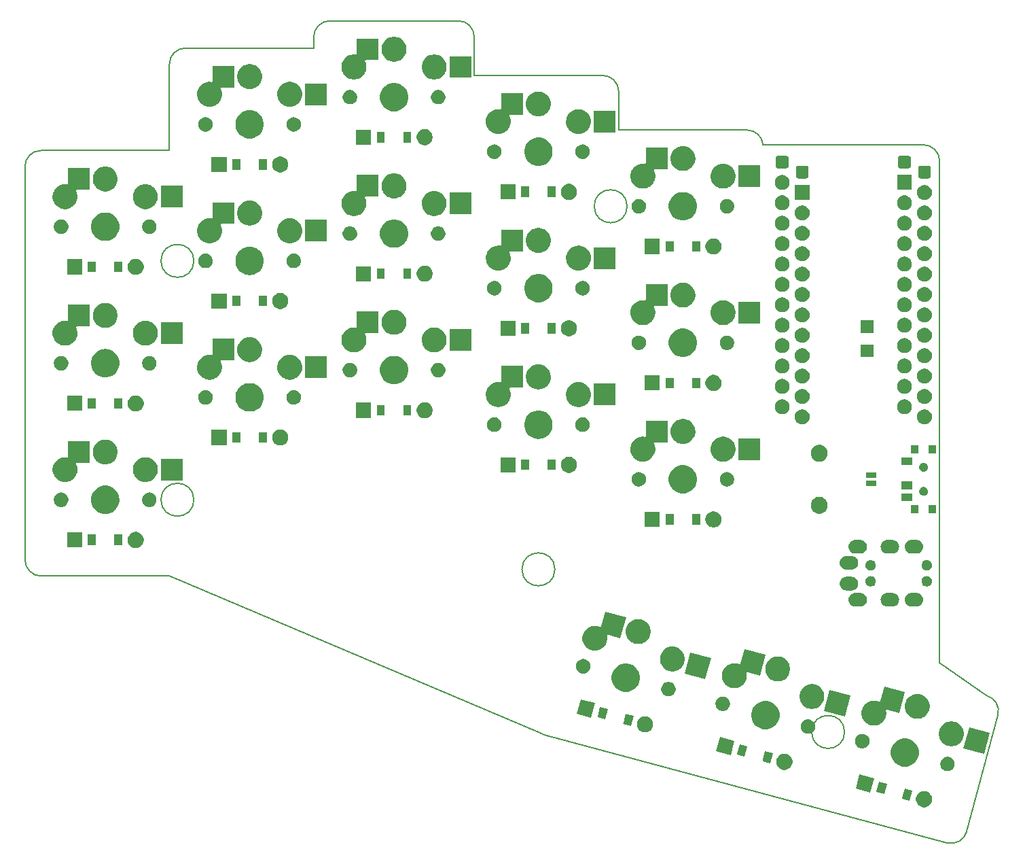
<source format=gbr>
G04 #@! TF.GenerationSoftware,KiCad,Pcbnew,5.1.5+dfsg1-2build2*
G04 #@! TF.CreationDate,2022-04-19T07:05:38+00:00*
G04 #@! TF.ProjectId,board,626f6172-642e-46b6-9963-61645f706362,v1.0.0*
G04 #@! TF.SameCoordinates,Original*
G04 #@! TF.FileFunction,Soldermask,Bot*
G04 #@! TF.FilePolarity,Negative*
%FSLAX46Y46*%
G04 Gerber Fmt 4.6, Leading zero omitted, Abs format (unit mm)*
G04 Created by KiCad (PCBNEW 5.1.5+dfsg1-2build2) date 2022-04-19 07:05:38*
%MOMM*%
%LPD*%
G04 APERTURE LIST*
G04 #@! TA.AperFunction,Profile*
%ADD10C,0.150000*%
G04 #@! TD*
%ADD11C,0.350000*%
G04 APERTURE END LIST*
D10*
X10000000Y-9500000D02*
X26000000Y-9500000D01*
X8000000Y-7500000D02*
X8000000Y41500000D01*
X10000000Y-9500000D02*
G75*
G02X8000000Y-7500000I0J2000000D01*
G01*
X26000000Y43500000D02*
X10000000Y43500000D01*
X8000000Y41500000D02*
G75*
G02X10000000Y43500000I2000000J0D01*
G01*
X44000000Y56250000D02*
X28000000Y56250000D01*
X26000000Y54250000D02*
G75*
G02X28000000Y56250000I2000000J0D01*
G01*
X26000000Y54250000D02*
X26000000Y43500000D01*
X64000000Y52850000D02*
X64000000Y57650000D01*
X62000000Y59650000D02*
G75*
G02X64000000Y57650000I0J-2000000D01*
G01*
X62000000Y59650000D02*
X46000000Y59650000D01*
X44000000Y57650000D02*
G75*
G02X46000000Y59650000I2000000J0D01*
G01*
X44000000Y57650000D02*
X44000000Y56250000D01*
X82000000Y46050000D02*
X82000000Y50850000D01*
X80000000Y52850000D02*
G75*
G02X82000000Y50850000I0J-2000000D01*
G01*
X80000000Y52850000D02*
X64000000Y52850000D01*
X98000000Y46050000D02*
G75*
G02X99994367Y44200000I0J-2000000D01*
G01*
X98000000Y46050000D02*
X82000000Y46050000D01*
X72707107Y-29274745D02*
X122935250Y-42733335D01*
X72707107Y-29274745D02*
G75*
G02X72197860Y-29059141I517638J1931852D01*
G01*
X125384739Y-41319122D02*
G75*
G02X122935250Y-42733335I-1931851J517638D01*
G01*
X125384740Y-41319122D02*
X129267025Y-26830234D01*
X127852812Y-24380745D02*
G75*
G02X129267025Y-26830234I-517638J-1931851D01*
G01*
X122000000Y-20297692D02*
X127852812Y-24380745D01*
X72197860Y-29059141D02*
X26000000Y-9500000D01*
X122000000Y-20297692D02*
X122000000Y42200000D01*
X120000000Y44200000D02*
G75*
G02X122000000Y42200000I0J-2000000D01*
G01*
X120000000Y44200000D02*
X99994367Y44200000D01*
X29050000Y29750000D02*
G75*
G03X29050000Y29750000I-2050000J0D01*
G01*
X29050000Y0D02*
G75*
G03X29050000Y0I-2050000J0D01*
G01*
X83050000Y36550000D02*
G75*
G03X83050000Y36550000I-2050000J0D01*
G01*
X74050000Y-8670000D02*
G75*
G03X74050000Y-8670000I-2050000J0D01*
G01*
X110153958Y-28924179D02*
G75*
G03X110153958Y-28924179I-2050000J0D01*
G01*
D11*
G36*
X120345596Y-36338227D02*
G01*
X120528039Y-36413798D01*
X120692234Y-36523509D01*
X120831870Y-36663145D01*
X120941581Y-36827340D01*
X121017152Y-37009783D01*
X121055677Y-37203464D01*
X121055677Y-37400940D01*
X121017152Y-37594621D01*
X120941581Y-37777064D01*
X120831870Y-37941259D01*
X120692234Y-38080895D01*
X120528039Y-38190606D01*
X120345596Y-38266177D01*
X120151915Y-38304702D01*
X119954439Y-38304702D01*
X119760758Y-38266177D01*
X119578315Y-38190606D01*
X119414120Y-38080895D01*
X119274484Y-37941259D01*
X119164773Y-37777064D01*
X119089202Y-37594621D01*
X119050677Y-37400940D01*
X119050677Y-37203464D01*
X119089202Y-37009783D01*
X119164773Y-36827340D01*
X119274484Y-36663145D01*
X119414120Y-36523509D01*
X119578315Y-36413798D01*
X119760758Y-36338227D01*
X119954439Y-36299702D01*
X120151915Y-36299702D01*
X120345596Y-36338227D01*
G37*
G36*
X118617973Y-36244708D02*
G01*
X118281509Y-37500411D01*
X118281508Y-37500411D01*
X117315583Y-37241592D01*
X117426581Y-36827342D01*
X117652047Y-35985889D01*
X117652048Y-35985889D01*
X118617973Y-36244708D01*
G37*
G36*
X115430417Y-35390608D02*
G01*
X115093953Y-36646311D01*
X115093952Y-36646311D01*
X114128027Y-36387492D01*
X114141227Y-36338228D01*
X114464491Y-35131789D01*
X114464492Y-35131789D01*
X115430417Y-35390608D01*
G37*
G36*
X113842858Y-34666025D02*
G01*
X113356796Y-36480033D01*
X111542788Y-35993971D01*
X112028850Y-34179963D01*
X113842858Y-34666025D01*
G37*
G36*
X123155349Y-32026415D02*
G01*
X123242375Y-32043726D01*
X123406329Y-32111638D01*
X123553880Y-32210228D01*
X123679369Y-32335717D01*
X123777959Y-32483268D01*
X123845871Y-32647223D01*
X123880492Y-32821273D01*
X123880492Y-32998737D01*
X123845871Y-33172787D01*
X123777959Y-33336742D01*
X123679369Y-33484293D01*
X123553880Y-33609782D01*
X123406329Y-33708372D01*
X123242375Y-33776284D01*
X123155349Y-33793594D01*
X123068324Y-33810905D01*
X122890860Y-33810905D01*
X122803835Y-33793594D01*
X122716809Y-33776284D01*
X122634833Y-33742328D01*
X122552855Y-33708372D01*
X122405304Y-33609782D01*
X122279815Y-33484293D01*
X122181225Y-33336742D01*
X122113313Y-33172787D01*
X122078692Y-32998737D01*
X122078692Y-32821273D01*
X122113313Y-32647223D01*
X122181225Y-32483268D01*
X122279815Y-32335717D01*
X122405304Y-32210228D01*
X122552855Y-32111638D01*
X122716809Y-32043726D01*
X122803835Y-32026416D01*
X122890860Y-32009105D01*
X123068324Y-32009105D01*
X123155349Y-32026415D01*
G37*
G36*
X102958496Y-31679527D02*
G01*
X103140939Y-31755098D01*
X103305134Y-31864809D01*
X103444770Y-32004445D01*
X103554481Y-32168640D01*
X103630052Y-32351083D01*
X103668577Y-32544764D01*
X103668577Y-32742240D01*
X103630052Y-32935921D01*
X103554481Y-33118364D01*
X103444770Y-33282559D01*
X103305134Y-33422195D01*
X103140939Y-33531906D01*
X102958496Y-33607477D01*
X102764815Y-33646002D01*
X102567339Y-33646002D01*
X102373658Y-33607477D01*
X102191215Y-33531906D01*
X102027020Y-33422195D01*
X101887384Y-33282559D01*
X101777673Y-33118364D01*
X101702102Y-32935921D01*
X101663577Y-32742240D01*
X101663577Y-32544764D01*
X101702102Y-32351083D01*
X101777673Y-32168640D01*
X101887384Y-32004445D01*
X102027020Y-31864809D01*
X102191215Y-31755098D01*
X102373658Y-31679527D01*
X102567339Y-31641002D01*
X102764815Y-31641002D01*
X102958496Y-31679527D01*
G37*
G36*
X117883255Y-29730447D02*
G01*
X118181686Y-29789808D01*
X118502804Y-29922820D01*
X118791803Y-30115923D01*
X119037577Y-30361697D01*
X119230680Y-30650696D01*
X119363692Y-30971814D01*
X119431500Y-31312712D01*
X119431500Y-31660288D01*
X119363692Y-32001186D01*
X119230680Y-32322304D01*
X119037577Y-32611303D01*
X118791803Y-32857077D01*
X118502804Y-33050180D01*
X118181686Y-33183192D01*
X117883255Y-33242553D01*
X117840789Y-33251000D01*
X117493211Y-33251000D01*
X117450745Y-33242553D01*
X117152314Y-33183192D01*
X116831196Y-33050180D01*
X116542197Y-32857077D01*
X116296423Y-32611303D01*
X116103320Y-32322304D01*
X115970308Y-32001186D01*
X115902500Y-31660288D01*
X115902500Y-31312712D01*
X115970308Y-30971814D01*
X116103320Y-30650696D01*
X116296423Y-30361697D01*
X116542197Y-30115923D01*
X116831196Y-29922820D01*
X117152314Y-29789808D01*
X117450745Y-29730447D01*
X117493211Y-29722000D01*
X117840789Y-29722000D01*
X117883255Y-29730447D01*
G37*
G36*
X101230873Y-31586008D02*
G01*
X100894409Y-32841711D01*
X100894408Y-32841711D01*
X99928483Y-32582892D01*
X99998308Y-32322302D01*
X100264947Y-31327189D01*
X100264948Y-31327189D01*
X101230873Y-31586008D01*
G37*
G36*
X97740230Y-30650696D02*
G01*
X98043317Y-30731908D01*
X97706853Y-31987611D01*
X97706852Y-31987611D01*
X96740927Y-31728792D01*
X96754127Y-31679528D01*
X97077391Y-30473089D01*
X97077392Y-30473089D01*
X97740230Y-30650696D01*
G37*
G36*
X96455758Y-30007325D02*
G01*
X95969696Y-31821333D01*
X94155688Y-31335271D01*
X94641750Y-29521263D01*
X96455758Y-30007325D01*
G37*
G36*
X128284014Y-29051412D02*
G01*
X127585202Y-31659412D01*
X124977202Y-30960600D01*
X125676014Y-28352600D01*
X128284014Y-29051412D01*
G37*
G36*
X112530165Y-29179406D02*
G01*
X112617191Y-29196716D01*
X112781145Y-29264628D01*
X112928696Y-29363218D01*
X113054185Y-29488707D01*
X113152775Y-29636258D01*
X113220687Y-29800213D01*
X113239059Y-29892572D01*
X113255308Y-29974264D01*
X113255308Y-30151726D01*
X113220687Y-30325778D01*
X113186731Y-30407754D01*
X113152775Y-30489732D01*
X113054185Y-30637283D01*
X112928696Y-30762772D01*
X112781145Y-30861362D01*
X112699167Y-30895318D01*
X112617191Y-30929274D01*
X112530165Y-30946584D01*
X112443140Y-30963895D01*
X112265676Y-30963895D01*
X112178651Y-30946584D01*
X112091625Y-30929274D01*
X112009649Y-30895318D01*
X111927671Y-30861362D01*
X111780120Y-30762772D01*
X111654631Y-30637283D01*
X111556041Y-30489732D01*
X111522085Y-30407754D01*
X111488129Y-30325778D01*
X111453508Y-30151726D01*
X111453508Y-29974264D01*
X111469758Y-29892572D01*
X111488129Y-29800213D01*
X111556041Y-29636258D01*
X111654631Y-29488707D01*
X111780120Y-29363218D01*
X111927671Y-29264628D01*
X112009649Y-29230672D01*
X112091625Y-29196716D01*
X112178651Y-29179406D01*
X112265676Y-29162095D01*
X112443140Y-29162095D01*
X112530165Y-29179406D01*
G37*
G36*
X123769591Y-27638155D02*
G01*
X123919319Y-27667938D01*
X123978095Y-27692284D01*
X124201400Y-27784780D01*
X124201401Y-27784781D01*
X124455269Y-27954409D01*
X124671165Y-28170305D01*
X124784507Y-28339934D01*
X124840794Y-28424174D01*
X124909238Y-28589413D01*
X124923464Y-28623756D01*
X124957636Y-28706256D01*
X125017201Y-29005710D01*
X125017201Y-29311036D01*
X124957636Y-29610490D01*
X124840794Y-29892572D01*
X124840793Y-29892573D01*
X124671165Y-30146441D01*
X124455269Y-30362337D01*
X124289516Y-30473089D01*
X124201400Y-30531966D01*
X124036161Y-30600410D01*
X123919319Y-30648808D01*
X123769591Y-30678591D01*
X123619864Y-30708373D01*
X123314538Y-30708373D01*
X123164811Y-30678590D01*
X123015083Y-30648808D01*
X122898241Y-30600410D01*
X122733002Y-30531966D01*
X122644886Y-30473089D01*
X122479133Y-30362337D01*
X122263237Y-30146441D01*
X122093609Y-29892573D01*
X122093608Y-29892572D01*
X121976766Y-29610490D01*
X121917201Y-29311036D01*
X121917201Y-29005710D01*
X121976766Y-28706256D01*
X122010939Y-28623756D01*
X122025164Y-28589413D01*
X122093608Y-28424174D01*
X122149895Y-28339934D01*
X122263237Y-28170305D01*
X122479133Y-27954409D01*
X122733001Y-27784781D01*
X122733002Y-27784780D01*
X122956307Y-27692284D01*
X123015083Y-27667938D01*
X123164811Y-27638155D01*
X123314538Y-27608373D01*
X123619864Y-27608373D01*
X123769591Y-27638155D01*
G37*
G36*
X105768349Y-27367616D02*
G01*
X105855375Y-27384926D01*
X106019329Y-27452838D01*
X106166880Y-27551428D01*
X106292369Y-27676917D01*
X106390959Y-27824468D01*
X106458871Y-27988423D01*
X106493492Y-28162473D01*
X106493492Y-28339937D01*
X106458871Y-28513987D01*
X106390959Y-28677942D01*
X106292369Y-28825493D01*
X106166880Y-28950982D01*
X106019329Y-29049572D01*
X105937351Y-29083528D01*
X105855375Y-29117484D01*
X105768349Y-29134794D01*
X105681324Y-29152105D01*
X105503860Y-29152105D01*
X105416835Y-29134794D01*
X105329809Y-29117484D01*
X105165855Y-29049572D01*
X105018304Y-28950982D01*
X104892815Y-28825493D01*
X104794225Y-28677942D01*
X104726313Y-28513987D01*
X104691692Y-28339937D01*
X104691692Y-28162473D01*
X104726313Y-27988423D01*
X104794225Y-27824468D01*
X104892815Y-27676917D01*
X105018304Y-27551428D01*
X105165855Y-27452838D01*
X105247833Y-27418882D01*
X105329809Y-27384926D01*
X105416835Y-27367616D01*
X105503860Y-27350305D01*
X105681324Y-27350305D01*
X105768349Y-27367616D01*
G37*
G36*
X85571796Y-27020727D02*
G01*
X85754239Y-27096298D01*
X85918434Y-27206009D01*
X86058070Y-27345645D01*
X86167781Y-27509840D01*
X86243352Y-27692283D01*
X86281877Y-27885964D01*
X86281877Y-28083440D01*
X86243352Y-28277121D01*
X86167781Y-28459564D01*
X86058070Y-28623759D01*
X85918434Y-28763395D01*
X85754239Y-28873106D01*
X85571796Y-28948677D01*
X85378115Y-28987202D01*
X85180639Y-28987202D01*
X84986958Y-28948677D01*
X84804515Y-28873106D01*
X84640320Y-28763395D01*
X84500684Y-28623759D01*
X84390973Y-28459564D01*
X84315402Y-28277121D01*
X84276877Y-28083440D01*
X84276877Y-27885964D01*
X84315402Y-27692283D01*
X84390973Y-27509840D01*
X84500684Y-27345645D01*
X84640320Y-27206009D01*
X84804515Y-27096298D01*
X84986958Y-27020727D01*
X85180639Y-26982202D01*
X85378115Y-26982202D01*
X85571796Y-27020727D01*
G37*
G36*
X100496255Y-25071647D02*
G01*
X100794686Y-25131008D01*
X101115804Y-25264020D01*
X101404803Y-25457123D01*
X101650577Y-25702897D01*
X101843680Y-25991896D01*
X101976692Y-26313014D01*
X102044500Y-26653912D01*
X102044500Y-27001488D01*
X101976692Y-27342386D01*
X101843680Y-27663504D01*
X101650577Y-27952503D01*
X101404803Y-28198277D01*
X101115804Y-28391380D01*
X100794686Y-28524392D01*
X100496255Y-28583753D01*
X100453789Y-28592200D01*
X100106211Y-28592200D01*
X100063745Y-28583753D01*
X99765314Y-28524392D01*
X99444196Y-28391380D01*
X99155197Y-28198277D01*
X98909423Y-27952503D01*
X98716320Y-27663504D01*
X98583308Y-27342386D01*
X98515500Y-27001488D01*
X98515500Y-26653912D01*
X98583308Y-26313014D01*
X98716320Y-25991896D01*
X98909423Y-25702897D01*
X99155197Y-25457123D01*
X99444196Y-25264020D01*
X99765314Y-25131008D01*
X100063745Y-25071647D01*
X100106211Y-25063200D01*
X100453789Y-25063200D01*
X100496255Y-25071647D01*
G37*
G36*
X83098140Y-26727309D02*
G01*
X83844173Y-26927208D01*
X83507709Y-28182911D01*
X83507708Y-28182911D01*
X82541783Y-27924092D01*
X82579111Y-27784781D01*
X82878247Y-26668389D01*
X82878248Y-26668389D01*
X83098140Y-26727309D01*
G37*
G36*
X117696972Y-23937015D02*
G01*
X116998160Y-26545015D01*
X115486547Y-26139979D01*
X115462375Y-26135989D01*
X115437884Y-26136790D01*
X115414020Y-26142355D01*
X115391700Y-26152468D01*
X115371782Y-26166741D01*
X115355032Y-26184625D01*
X115342092Y-26205434D01*
X115333460Y-26228368D01*
X115329469Y-26252545D01*
X115331603Y-26285104D01*
X115357942Y-26417521D01*
X115357942Y-26722845D01*
X115298377Y-27022301D01*
X115267726Y-27096298D01*
X115181535Y-27304382D01*
X115153964Y-27345645D01*
X115011906Y-27558251D01*
X114796010Y-27774147D01*
X114720697Y-27824469D01*
X114542141Y-27943776D01*
X114434353Y-27988423D01*
X114260060Y-28060618D01*
X114145330Y-28083439D01*
X113960605Y-28120183D01*
X113655279Y-28120183D01*
X113470554Y-28083439D01*
X113355824Y-28060618D01*
X113181531Y-27988423D01*
X113073743Y-27943776D01*
X112895187Y-27824469D01*
X112819874Y-27774147D01*
X112603978Y-27558251D01*
X112461920Y-27345645D01*
X112434349Y-27304382D01*
X112348158Y-27096298D01*
X112317507Y-27022301D01*
X112257942Y-26722845D01*
X112257942Y-26417521D01*
X112278730Y-26313014D01*
X112287724Y-26267793D01*
X112317507Y-26118065D01*
X112375324Y-25978483D01*
X112434349Y-25835984D01*
X112547275Y-25666978D01*
X112603978Y-25582115D01*
X112819874Y-25366219D01*
X113073742Y-25196591D01*
X113073743Y-25196590D01*
X113250966Y-25123182D01*
X113355824Y-25079748D01*
X113505552Y-25049966D01*
X113655279Y-25020183D01*
X113960605Y-25020183D01*
X114110332Y-25049966D01*
X114260060Y-25079748D01*
X114360356Y-25121292D01*
X114430334Y-25150278D01*
X114453783Y-25157391D01*
X114478169Y-25159793D01*
X114502555Y-25157391D01*
X114526004Y-25150278D01*
X114547615Y-25138727D01*
X114566557Y-25123182D01*
X114582102Y-25104240D01*
X114593653Y-25082629D01*
X114598904Y-25067162D01*
X115088972Y-23238203D01*
X117696972Y-23937015D01*
G37*
G36*
X80353530Y-25991896D02*
G01*
X80656617Y-26073108D01*
X80320153Y-27328811D01*
X80320152Y-27328811D01*
X79354227Y-27069992D01*
X79367427Y-27020728D01*
X79690691Y-25814289D01*
X79690692Y-25814289D01*
X80353530Y-25991896D01*
G37*
G36*
X119509363Y-24219024D02*
G01*
X119659091Y-24248806D01*
X119764046Y-24292280D01*
X119941172Y-24365648D01*
X120025412Y-24421935D01*
X120195041Y-24535277D01*
X120410937Y-24751173D01*
X120463545Y-24829907D01*
X120580566Y-25005042D01*
X120621655Y-25104240D01*
X120697408Y-25287123D01*
X120756973Y-25586579D01*
X120756973Y-25891903D01*
X120697408Y-26191359D01*
X120691578Y-26205434D01*
X120580566Y-26473440D01*
X120580565Y-26473441D01*
X120410937Y-26727309D01*
X120195041Y-26943205D01*
X120025412Y-27056547D01*
X119941172Y-27112834D01*
X119775933Y-27181278D01*
X119659091Y-27229676D01*
X119509363Y-27259459D01*
X119359636Y-27289241D01*
X119054310Y-27289241D01*
X118904583Y-27259459D01*
X118754855Y-27229676D01*
X118638013Y-27181278D01*
X118472774Y-27112834D01*
X118388534Y-27056547D01*
X118218905Y-26943205D01*
X118003009Y-26727309D01*
X117833381Y-26473441D01*
X117833380Y-26473440D01*
X117722368Y-26205434D01*
X117716538Y-26191359D01*
X117656973Y-25891903D01*
X117656973Y-25586579D01*
X117716538Y-25287123D01*
X117792291Y-25104240D01*
X117833380Y-25005042D01*
X117950401Y-24829907D01*
X118003009Y-24751173D01*
X118218905Y-24535277D01*
X118388534Y-24421935D01*
X118472774Y-24365648D01*
X118649900Y-24292280D01*
X118754855Y-24248806D01*
X118904583Y-24219024D01*
X119054310Y-24189241D01*
X119359636Y-24189241D01*
X119509363Y-24219024D01*
G37*
G36*
X79069058Y-25348525D02*
G01*
X78582996Y-27162533D01*
X76768988Y-26676471D01*
X77255050Y-24862463D01*
X79069058Y-25348525D01*
G37*
G36*
X110897014Y-24392612D02*
G01*
X110198202Y-27000612D01*
X107590202Y-26301800D01*
X108289014Y-23693800D01*
X110897014Y-24392612D01*
G37*
G36*
X95143165Y-24520606D02*
G01*
X95230191Y-24537916D01*
X95394145Y-24605828D01*
X95541696Y-24704418D01*
X95667185Y-24829907D01*
X95765775Y-24977458D01*
X95783472Y-25020183D01*
X95833687Y-25141412D01*
X95844663Y-25196591D01*
X95852059Y-25233772D01*
X95868308Y-25315464D01*
X95868308Y-25492926D01*
X95833687Y-25666978D01*
X95799731Y-25748954D01*
X95765775Y-25830932D01*
X95667185Y-25978483D01*
X95541696Y-26103972D01*
X95394145Y-26202562D01*
X95331843Y-26228368D01*
X95230191Y-26270474D01*
X95156631Y-26285106D01*
X95056140Y-26305095D01*
X94878676Y-26305095D01*
X94778185Y-26285106D01*
X94704625Y-26270474D01*
X94602973Y-26228368D01*
X94540671Y-26202562D01*
X94393120Y-26103972D01*
X94267631Y-25978483D01*
X94169041Y-25830932D01*
X94135085Y-25748954D01*
X94101129Y-25666978D01*
X94066508Y-25492926D01*
X94066508Y-25315464D01*
X94082758Y-25233772D01*
X94090153Y-25196591D01*
X94101129Y-25141412D01*
X94151344Y-25020183D01*
X94169041Y-24977458D01*
X94267631Y-24829907D01*
X94393120Y-24704418D01*
X94540671Y-24605828D01*
X94622649Y-24571872D01*
X94704625Y-24537916D01*
X94791651Y-24520605D01*
X94878676Y-24503295D01*
X95056140Y-24503295D01*
X95143165Y-24520606D01*
G37*
G36*
X106382591Y-22979356D02*
G01*
X106532319Y-23009138D01*
X106554237Y-23018217D01*
X106814400Y-23125980D01*
X106898640Y-23182267D01*
X107068269Y-23295609D01*
X107284165Y-23511505D01*
X107397507Y-23681134D01*
X107453794Y-23765374D01*
X107495347Y-23865692D01*
X107570636Y-24047455D01*
X107630201Y-24346911D01*
X107630201Y-24652235D01*
X107570636Y-24951691D01*
X107548537Y-25005042D01*
X107453794Y-25233772D01*
X107453793Y-25233773D01*
X107284165Y-25487641D01*
X107068269Y-25703537D01*
X106902516Y-25814289D01*
X106814400Y-25873166D01*
X106649161Y-25941610D01*
X106532319Y-25990008D01*
X106382591Y-26019791D01*
X106232864Y-26049573D01*
X105927538Y-26049573D01*
X105777811Y-26019791D01*
X105628083Y-25990008D01*
X105511241Y-25941610D01*
X105346002Y-25873166D01*
X105257886Y-25814289D01*
X105092133Y-25703537D01*
X104876237Y-25487641D01*
X104706609Y-25233773D01*
X104706608Y-25233772D01*
X104611865Y-25005042D01*
X104589766Y-24951691D01*
X104530201Y-24652235D01*
X104530201Y-24346911D01*
X104589766Y-24047455D01*
X104665055Y-23865692D01*
X104706608Y-23765374D01*
X104762895Y-23681134D01*
X104876237Y-23511505D01*
X105092133Y-23295609D01*
X105261762Y-23182267D01*
X105346002Y-23125980D01*
X105606165Y-23018217D01*
X105628083Y-23009138D01*
X105777811Y-22979356D01*
X105927538Y-22949573D01*
X106232864Y-22949573D01*
X106382591Y-22979356D01*
G37*
G36*
X88381649Y-22708915D02*
G01*
X88468675Y-22726226D01*
X88550651Y-22760182D01*
X88632629Y-22794138D01*
X88780180Y-22892728D01*
X88905669Y-23018217D01*
X89004259Y-23165768D01*
X89072171Y-23329723D01*
X89106792Y-23503773D01*
X89106792Y-23681237D01*
X89072171Y-23855287D01*
X89004259Y-24019242D01*
X88905669Y-24166793D01*
X88780180Y-24292282D01*
X88632629Y-24390872D01*
X88468675Y-24458784D01*
X88381649Y-24476094D01*
X88294624Y-24493405D01*
X88117160Y-24493405D01*
X88030135Y-24476094D01*
X87943109Y-24458784D01*
X87779155Y-24390872D01*
X87631604Y-24292282D01*
X87506115Y-24166793D01*
X87407525Y-24019242D01*
X87339613Y-23855287D01*
X87304992Y-23681237D01*
X87304992Y-23503773D01*
X87339613Y-23329723D01*
X87407525Y-23165768D01*
X87506115Y-23018217D01*
X87631604Y-22892728D01*
X87779155Y-22794138D01*
X87943109Y-22726226D01*
X88030135Y-22708915D01*
X88117160Y-22691605D01*
X88294624Y-22691605D01*
X88381649Y-22708915D01*
G37*
G36*
X83109555Y-20412947D02*
G01*
X83407986Y-20472308D01*
X83729104Y-20605320D01*
X84018103Y-20798423D01*
X84263877Y-21044197D01*
X84456980Y-21333196D01*
X84589992Y-21654314D01*
X84657800Y-21995212D01*
X84657800Y-22342788D01*
X84589992Y-22683686D01*
X84456980Y-23004804D01*
X84263877Y-23293803D01*
X84018103Y-23539577D01*
X83729104Y-23732680D01*
X83407986Y-23865692D01*
X83109555Y-23925053D01*
X83067089Y-23933500D01*
X82719511Y-23933500D01*
X82677045Y-23925053D01*
X82378614Y-23865692D01*
X82057496Y-23732680D01*
X81768497Y-23539577D01*
X81522723Y-23293803D01*
X81329620Y-23004804D01*
X81196608Y-22683686D01*
X81128800Y-22342788D01*
X81128800Y-21995212D01*
X81196608Y-21654314D01*
X81329620Y-21333196D01*
X81522723Y-21044197D01*
X81768497Y-20798423D01*
X82057496Y-20605320D01*
X82378614Y-20472308D01*
X82677045Y-20412947D01*
X82719511Y-20404500D01*
X83067089Y-20404500D01*
X83109555Y-20412947D01*
G37*
G36*
X100309972Y-19278215D02*
G01*
X99611160Y-21886215D01*
X98099547Y-21481179D01*
X98075375Y-21477189D01*
X98050884Y-21477990D01*
X98027020Y-21483555D01*
X98004700Y-21493668D01*
X97984782Y-21507941D01*
X97968032Y-21525825D01*
X97955092Y-21546634D01*
X97946460Y-21569568D01*
X97942469Y-21593745D01*
X97944603Y-21626306D01*
X97970942Y-21758720D01*
X97970942Y-22064046D01*
X97911377Y-22363500D01*
X97794535Y-22645582D01*
X97794534Y-22645583D01*
X97624906Y-22899451D01*
X97409010Y-23115347D01*
X97239381Y-23228689D01*
X97155141Y-23284976D01*
X97047114Y-23329722D01*
X96873060Y-23401818D01*
X96723332Y-23431601D01*
X96573605Y-23461383D01*
X96268279Y-23461383D01*
X96118552Y-23431600D01*
X95968824Y-23401818D01*
X95794770Y-23329722D01*
X95686743Y-23284976D01*
X95602503Y-23228689D01*
X95432874Y-23115347D01*
X95216978Y-22899451D01*
X95047350Y-22645583D01*
X95047349Y-22645582D01*
X94930507Y-22363500D01*
X94870942Y-22064046D01*
X94870942Y-21758720D01*
X94900724Y-21608993D01*
X94930507Y-21459265D01*
X94988283Y-21319783D01*
X95047349Y-21177184D01*
X95160209Y-21008277D01*
X95216978Y-20923315D01*
X95432874Y-20707419D01*
X95630945Y-20575073D01*
X95686743Y-20537790D01*
X95863966Y-20464382D01*
X95968824Y-20420948D01*
X96118552Y-20391166D01*
X96268279Y-20361383D01*
X96573605Y-20361383D01*
X96723332Y-20391165D01*
X96873060Y-20420948D01*
X96973356Y-20462492D01*
X97043334Y-20491478D01*
X97066783Y-20498591D01*
X97091169Y-20500993D01*
X97115555Y-20498591D01*
X97139004Y-20491478D01*
X97160615Y-20479927D01*
X97179557Y-20464382D01*
X97195102Y-20445440D01*
X97206653Y-20423829D01*
X97211904Y-20408362D01*
X97701972Y-18579403D01*
X100309972Y-19278215D01*
G37*
G36*
X102122363Y-19560223D02*
G01*
X102272091Y-19590006D01*
X102388933Y-19638404D01*
X102554172Y-19706848D01*
X102554173Y-19706849D01*
X102808041Y-19876477D01*
X103023937Y-20092373D01*
X103137279Y-20262002D01*
X103193566Y-20346242D01*
X103248940Y-20479927D01*
X103300880Y-20605320D01*
X103310408Y-20628324D01*
X103369973Y-20927778D01*
X103369973Y-21233104D01*
X103310408Y-21532558D01*
X103193566Y-21814640D01*
X103193565Y-21814641D01*
X103023937Y-22068509D01*
X102808041Y-22284405D01*
X102638412Y-22397747D01*
X102554172Y-22454034D01*
X102388933Y-22522478D01*
X102272091Y-22570876D01*
X102122363Y-22600659D01*
X101972636Y-22630441D01*
X101667310Y-22630441D01*
X101517583Y-22600659D01*
X101367855Y-22570876D01*
X101251013Y-22522478D01*
X101085774Y-22454034D01*
X101001534Y-22397747D01*
X100831905Y-22284405D01*
X100616009Y-22068509D01*
X100446381Y-21814641D01*
X100446380Y-21814640D01*
X100329538Y-21532558D01*
X100269973Y-21233104D01*
X100269973Y-20927778D01*
X100329538Y-20628324D01*
X100339067Y-20605320D01*
X100391006Y-20479927D01*
X100446380Y-20346242D01*
X100502667Y-20262002D01*
X100616009Y-20092373D01*
X100831905Y-19876477D01*
X101085773Y-19706849D01*
X101085774Y-19706848D01*
X101251013Y-19638404D01*
X101367855Y-19590006D01*
X101517583Y-19560224D01*
X101667310Y-19530441D01*
X101972636Y-19530441D01*
X102122363Y-19560223D01*
G37*
G36*
X93510314Y-19733912D02*
G01*
X92811502Y-22341912D01*
X90203502Y-21643100D01*
X90902314Y-19035100D01*
X93510314Y-19733912D01*
G37*
G36*
X77756465Y-19861905D02*
G01*
X77843491Y-19879216D01*
X77925467Y-19913172D01*
X78007445Y-19947128D01*
X78154996Y-20045718D01*
X78280485Y-20171207D01*
X78379075Y-20318758D01*
X78390459Y-20346242D01*
X78446987Y-20482712D01*
X78450623Y-20500993D01*
X78465359Y-20575072D01*
X78481608Y-20656764D01*
X78481608Y-20834226D01*
X78446987Y-21008278D01*
X78413031Y-21090254D01*
X78379075Y-21172232D01*
X78280485Y-21319783D01*
X78154996Y-21445272D01*
X78007445Y-21543862D01*
X77945385Y-21569568D01*
X77843491Y-21611774D01*
X77756465Y-21629085D01*
X77669440Y-21646395D01*
X77491976Y-21646395D01*
X77404951Y-21629085D01*
X77317925Y-21611774D01*
X77216031Y-21569568D01*
X77153971Y-21543862D01*
X77006420Y-21445272D01*
X76880931Y-21319783D01*
X76782341Y-21172232D01*
X76748385Y-21090254D01*
X76714429Y-21008278D01*
X76679808Y-20834226D01*
X76679808Y-20656764D01*
X76696058Y-20575072D01*
X76710793Y-20500993D01*
X76714429Y-20482712D01*
X76770957Y-20346242D01*
X76782341Y-20318758D01*
X76880931Y-20171207D01*
X77006420Y-20045718D01*
X77153971Y-19947128D01*
X77317925Y-19879216D01*
X77404951Y-19861906D01*
X77491976Y-19844595D01*
X77669440Y-19844595D01*
X77756465Y-19861905D01*
G37*
G36*
X88995891Y-18320656D02*
G01*
X89145619Y-18350438D01*
X89262461Y-18398836D01*
X89427700Y-18467280D01*
X89427701Y-18467281D01*
X89681569Y-18636909D01*
X89897465Y-18852805D01*
X90010807Y-19022434D01*
X90067094Y-19106674D01*
X90135538Y-19271913D01*
X90183936Y-19388755D01*
X90243501Y-19688211D01*
X90243501Y-19993535D01*
X90183936Y-20292991D01*
X90155607Y-20361383D01*
X90067094Y-20575072D01*
X90067093Y-20575073D01*
X89897465Y-20828941D01*
X89681569Y-21044837D01*
X89511940Y-21158179D01*
X89427700Y-21214466D01*
X89262461Y-21282910D01*
X89145619Y-21331308D01*
X88995891Y-21361091D01*
X88846164Y-21390873D01*
X88540838Y-21390873D01*
X88391111Y-21361091D01*
X88241383Y-21331308D01*
X88124541Y-21282910D01*
X87959302Y-21214466D01*
X87875062Y-21158179D01*
X87705433Y-21044837D01*
X87489537Y-20828941D01*
X87319909Y-20575073D01*
X87319908Y-20575072D01*
X87231395Y-20361383D01*
X87203066Y-20292991D01*
X87143501Y-19993535D01*
X87143501Y-19688211D01*
X87203066Y-19388755D01*
X87251464Y-19271913D01*
X87319908Y-19106674D01*
X87376195Y-19022434D01*
X87489537Y-18852805D01*
X87705433Y-18636909D01*
X87959301Y-18467281D01*
X87959302Y-18467280D01*
X88124541Y-18398836D01*
X88241383Y-18350438D01*
X88391111Y-18320656D01*
X88540838Y-18290873D01*
X88846164Y-18290873D01*
X88995891Y-18320656D01*
G37*
G36*
X82923272Y-14619515D02*
G01*
X82224460Y-17227515D01*
X80712847Y-16822479D01*
X80688675Y-16818489D01*
X80664184Y-16819290D01*
X80640320Y-16824855D01*
X80618000Y-16834968D01*
X80598082Y-16849241D01*
X80581332Y-16867125D01*
X80568392Y-16887934D01*
X80559760Y-16910868D01*
X80555769Y-16935045D01*
X80557903Y-16967606D01*
X80584242Y-17100020D01*
X80584242Y-17405346D01*
X80524677Y-17704800D01*
X80407835Y-17986882D01*
X80407834Y-17986883D01*
X80238206Y-18240751D01*
X80022310Y-18456647D01*
X79852681Y-18569989D01*
X79768441Y-18626276D01*
X79603202Y-18694720D01*
X79486360Y-18743118D01*
X79336632Y-18772901D01*
X79186905Y-18802683D01*
X78881579Y-18802683D01*
X78731852Y-18772901D01*
X78582124Y-18743118D01*
X78465282Y-18694720D01*
X78300043Y-18626276D01*
X78215803Y-18569989D01*
X78046174Y-18456647D01*
X77830278Y-18240751D01*
X77660650Y-17986883D01*
X77660649Y-17986882D01*
X77543807Y-17704800D01*
X77484242Y-17405346D01*
X77484242Y-17100020D01*
X77514024Y-16950293D01*
X77543807Y-16800565D01*
X77592205Y-16683723D01*
X77660649Y-16518484D01*
X77716936Y-16434244D01*
X77830278Y-16264615D01*
X78046174Y-16048719D01*
X78300042Y-15879091D01*
X78300043Y-15879090D01*
X78477266Y-15805682D01*
X78582124Y-15762248D01*
X78731852Y-15732465D01*
X78881579Y-15702683D01*
X79186905Y-15702683D01*
X79336632Y-15732466D01*
X79486360Y-15762248D01*
X79586656Y-15803792D01*
X79656634Y-15832778D01*
X79680083Y-15839891D01*
X79704469Y-15842293D01*
X79728855Y-15839891D01*
X79752304Y-15832778D01*
X79773915Y-15821227D01*
X79792857Y-15805682D01*
X79808402Y-15786740D01*
X79819953Y-15765129D01*
X79825204Y-15749662D01*
X80315272Y-13920703D01*
X82923272Y-14619515D01*
G37*
G36*
X84735663Y-14901523D02*
G01*
X84885391Y-14931306D01*
X85002233Y-14979704D01*
X85167472Y-15048148D01*
X85167473Y-15048149D01*
X85421341Y-15217777D01*
X85637237Y-15433673D01*
X85750579Y-15603302D01*
X85806866Y-15687542D01*
X85923708Y-15969624D01*
X85983273Y-16269078D01*
X85983273Y-16574404D01*
X85923708Y-16873858D01*
X85806866Y-17155940D01*
X85806865Y-17155941D01*
X85637237Y-17409809D01*
X85421341Y-17625705D01*
X85251712Y-17739047D01*
X85167472Y-17795334D01*
X85002233Y-17863778D01*
X84885391Y-17912176D01*
X84735663Y-17941958D01*
X84585936Y-17971741D01*
X84280610Y-17971741D01*
X84130883Y-17941958D01*
X83981155Y-17912176D01*
X83864313Y-17863778D01*
X83699074Y-17795334D01*
X83614834Y-17739047D01*
X83445205Y-17625705D01*
X83229309Y-17409809D01*
X83059681Y-17155941D01*
X83059680Y-17155940D01*
X82942838Y-16873858D01*
X82883273Y-16574404D01*
X82883273Y-16269078D01*
X82942838Y-15969624D01*
X83059680Y-15687542D01*
X83115967Y-15603302D01*
X83229309Y-15433673D01*
X83445205Y-15217777D01*
X83699073Y-15048149D01*
X83699074Y-15048148D01*
X83864313Y-14979704D01*
X83981155Y-14931306D01*
X84130883Y-14901524D01*
X84280610Y-14871741D01*
X84585936Y-14871741D01*
X84735663Y-14901523D01*
G37*
G36*
X112266627Y-11612299D02*
G01*
X112346742Y-11636601D01*
X112426855Y-11660903D01*
X112426857Y-11660904D01*
X112574518Y-11739831D01*
X112703949Y-11846051D01*
X112810169Y-11975482D01*
X112889096Y-12123143D01*
X112937701Y-12283373D01*
X112954112Y-12450000D01*
X112937701Y-12616627D01*
X112889096Y-12776857D01*
X112810169Y-12924518D01*
X112703949Y-13053949D01*
X112574518Y-13160169D01*
X112426857Y-13239096D01*
X112426855Y-13239097D01*
X112346742Y-13263399D01*
X112266627Y-13287701D01*
X112141752Y-13300000D01*
X111458248Y-13300000D01*
X111333373Y-13287701D01*
X111253258Y-13263399D01*
X111173145Y-13239097D01*
X111173143Y-13239096D01*
X111025482Y-13160169D01*
X110896051Y-13053949D01*
X110789831Y-12924518D01*
X110710904Y-12776857D01*
X110662299Y-12616627D01*
X110645888Y-12450000D01*
X110662299Y-12283373D01*
X110710904Y-12123143D01*
X110789831Y-11975482D01*
X110896051Y-11846051D01*
X111025482Y-11739831D01*
X111173143Y-11660904D01*
X111173145Y-11660903D01*
X111253258Y-11636601D01*
X111333373Y-11612299D01*
X111458248Y-11600000D01*
X112141752Y-11600000D01*
X112266627Y-11612299D01*
G37*
G36*
X116266627Y-11612299D02*
G01*
X116346742Y-11636601D01*
X116426855Y-11660903D01*
X116426857Y-11660904D01*
X116574518Y-11739831D01*
X116703949Y-11846051D01*
X116810169Y-11975482D01*
X116889096Y-12123143D01*
X116937701Y-12283373D01*
X116954112Y-12450000D01*
X116937701Y-12616627D01*
X116889096Y-12776857D01*
X116810169Y-12924518D01*
X116703949Y-13053949D01*
X116574518Y-13160169D01*
X116426857Y-13239096D01*
X116426855Y-13239097D01*
X116346742Y-13263399D01*
X116266627Y-13287701D01*
X116141752Y-13300000D01*
X115458248Y-13300000D01*
X115333373Y-13287701D01*
X115253258Y-13263399D01*
X115173145Y-13239097D01*
X115173143Y-13239096D01*
X115025482Y-13160169D01*
X114896051Y-13053949D01*
X114789831Y-12924518D01*
X114710904Y-12776857D01*
X114662299Y-12616627D01*
X114645888Y-12450000D01*
X114662299Y-12283373D01*
X114710904Y-12123143D01*
X114789831Y-11975482D01*
X114896051Y-11846051D01*
X115025482Y-11739831D01*
X115173143Y-11660904D01*
X115173145Y-11660903D01*
X115253258Y-11636601D01*
X115333373Y-11612299D01*
X115458248Y-11600000D01*
X116141752Y-11600000D01*
X116266627Y-11612299D01*
G37*
G36*
X119266627Y-11612299D02*
G01*
X119346742Y-11636601D01*
X119426855Y-11660903D01*
X119426857Y-11660904D01*
X119574518Y-11739831D01*
X119703949Y-11846051D01*
X119810169Y-11975482D01*
X119889096Y-12123143D01*
X119937701Y-12283373D01*
X119954112Y-12450000D01*
X119937701Y-12616627D01*
X119889096Y-12776857D01*
X119810169Y-12924518D01*
X119703949Y-13053949D01*
X119574518Y-13160169D01*
X119426857Y-13239096D01*
X119426855Y-13239097D01*
X119346742Y-13263399D01*
X119266627Y-13287701D01*
X119141752Y-13300000D01*
X118458248Y-13300000D01*
X118333373Y-13287701D01*
X118253258Y-13263399D01*
X118173145Y-13239097D01*
X118173143Y-13239096D01*
X118025482Y-13160169D01*
X117896051Y-13053949D01*
X117789831Y-12924518D01*
X117710904Y-12776857D01*
X117662299Y-12616627D01*
X117645888Y-12450000D01*
X117662299Y-12283373D01*
X117710904Y-12123143D01*
X117789831Y-11975482D01*
X117896051Y-11846051D01*
X118025482Y-11739831D01*
X118173143Y-11660904D01*
X118173145Y-11660903D01*
X118253258Y-11636601D01*
X118333373Y-11612299D01*
X118458248Y-11600000D01*
X119141752Y-11600000D01*
X119266627Y-11612299D01*
G37*
G36*
X111166627Y-9612299D02*
G01*
X111246742Y-9636602D01*
X111326855Y-9660903D01*
X111326857Y-9660904D01*
X111474518Y-9739831D01*
X111603949Y-9846051D01*
X111710169Y-9975482D01*
X111789096Y-10123143D01*
X111837701Y-10283373D01*
X111854112Y-10450000D01*
X111837701Y-10616627D01*
X111789096Y-10776857D01*
X111710169Y-10924518D01*
X111603949Y-11053949D01*
X111474518Y-11160169D01*
X111326857Y-11239096D01*
X111326855Y-11239097D01*
X111246742Y-11263398D01*
X111166627Y-11287701D01*
X111041752Y-11300000D01*
X110358248Y-11300000D01*
X110233373Y-11287701D01*
X110153258Y-11263398D01*
X110073145Y-11239097D01*
X110073143Y-11239096D01*
X109925482Y-11160169D01*
X109796051Y-11053949D01*
X109689831Y-10924518D01*
X109610904Y-10776857D01*
X109562299Y-10616627D01*
X109545888Y-10450000D01*
X109562299Y-10283373D01*
X109610904Y-10123143D01*
X109689831Y-9975482D01*
X109796051Y-9846051D01*
X109925482Y-9739831D01*
X110073143Y-9660904D01*
X110073145Y-9660903D01*
X110153258Y-9636602D01*
X110233373Y-9612299D01*
X110358248Y-9600000D01*
X111041752Y-9600000D01*
X111166627Y-9612299D01*
G37*
G36*
X113547738Y-9516653D02*
G01*
X113589598Y-9524979D01*
X113638596Y-9545275D01*
X113707889Y-9573977D01*
X113707890Y-9573978D01*
X113814351Y-9645112D01*
X113904888Y-9735649D01*
X113952418Y-9806784D01*
X113976023Y-9842111D01*
X113977655Y-9846052D01*
X114025021Y-9960402D01*
X114033347Y-10002262D01*
X114050000Y-10085979D01*
X114050000Y-10214021D01*
X114025021Y-10339597D01*
X113976023Y-10457889D01*
X113976022Y-10457890D01*
X113904888Y-10564351D01*
X113814351Y-10654888D01*
X113743216Y-10702418D01*
X113707889Y-10726023D01*
X113638596Y-10754725D01*
X113589598Y-10775021D01*
X113547738Y-10783347D01*
X113464021Y-10800000D01*
X113335979Y-10800000D01*
X113252262Y-10783347D01*
X113210402Y-10775021D01*
X113161404Y-10754725D01*
X113092111Y-10726023D01*
X113056784Y-10702418D01*
X112985649Y-10654888D01*
X112895112Y-10564351D01*
X112823978Y-10457890D01*
X112823977Y-10457889D01*
X112774979Y-10339597D01*
X112750000Y-10214021D01*
X112750000Y-10085979D01*
X112766653Y-10002262D01*
X112774979Y-9960402D01*
X112822345Y-9846052D01*
X112823977Y-9842111D01*
X112847582Y-9806784D01*
X112895112Y-9735649D01*
X112985649Y-9645112D01*
X113092110Y-9573978D01*
X113092111Y-9573977D01*
X113161404Y-9545275D01*
X113210402Y-9524979D01*
X113252262Y-9516653D01*
X113335979Y-9500000D01*
X113464021Y-9500000D01*
X113547738Y-9516653D01*
G37*
G36*
X120547738Y-9516653D02*
G01*
X120589598Y-9524979D01*
X120638596Y-9545275D01*
X120707889Y-9573977D01*
X120707890Y-9573978D01*
X120814351Y-9645112D01*
X120904888Y-9735649D01*
X120952418Y-9806784D01*
X120976023Y-9842111D01*
X120977655Y-9846052D01*
X121025021Y-9960402D01*
X121033347Y-10002262D01*
X121050000Y-10085979D01*
X121050000Y-10214021D01*
X121025021Y-10339597D01*
X120976023Y-10457889D01*
X120976022Y-10457890D01*
X120904888Y-10564351D01*
X120814351Y-10654888D01*
X120743216Y-10702418D01*
X120707889Y-10726023D01*
X120638596Y-10754725D01*
X120589598Y-10775021D01*
X120547738Y-10783347D01*
X120464021Y-10800000D01*
X120335979Y-10800000D01*
X120252262Y-10783347D01*
X120210402Y-10775021D01*
X120161404Y-10754725D01*
X120092111Y-10726023D01*
X120056784Y-10702418D01*
X119985649Y-10654888D01*
X119895112Y-10564351D01*
X119823978Y-10457890D01*
X119823977Y-10457889D01*
X119774979Y-10339597D01*
X119750000Y-10214021D01*
X119750000Y-10085979D01*
X119766653Y-10002262D01*
X119774979Y-9960402D01*
X119822345Y-9846052D01*
X119823977Y-9842111D01*
X119847582Y-9806784D01*
X119895112Y-9735649D01*
X119985649Y-9645112D01*
X120092110Y-9573978D01*
X120092111Y-9573977D01*
X120161404Y-9545275D01*
X120210402Y-9524979D01*
X120252262Y-9516653D01*
X120335979Y-9500000D01*
X120464021Y-9500000D01*
X120547738Y-9516653D01*
G37*
G36*
X113547738Y-7516653D02*
G01*
X113589598Y-7524979D01*
X113638596Y-7545275D01*
X113707889Y-7573977D01*
X113707890Y-7573978D01*
X113814351Y-7645112D01*
X113904888Y-7735649D01*
X113952418Y-7806784D01*
X113976023Y-7842111D01*
X114004725Y-7911404D01*
X114025021Y-7960402D01*
X114050000Y-8085981D01*
X114050000Y-8214019D01*
X114028021Y-8324518D01*
X114025021Y-8339597D01*
X113976023Y-8457889D01*
X113976022Y-8457890D01*
X113904888Y-8564351D01*
X113814351Y-8654888D01*
X113765242Y-8687701D01*
X113707889Y-8726023D01*
X113638596Y-8754725D01*
X113589598Y-8775021D01*
X113547738Y-8783347D01*
X113464021Y-8800000D01*
X113335979Y-8800000D01*
X113252262Y-8783347D01*
X113210402Y-8775021D01*
X113161404Y-8754725D01*
X113092111Y-8726023D01*
X113034758Y-8687701D01*
X112985649Y-8654888D01*
X112895112Y-8564351D01*
X112823978Y-8457890D01*
X112823977Y-8457889D01*
X112774979Y-8339597D01*
X112771980Y-8324518D01*
X112750000Y-8214019D01*
X112750000Y-8085981D01*
X112774979Y-7960402D01*
X112795275Y-7911404D01*
X112823977Y-7842111D01*
X112847582Y-7806784D01*
X112895112Y-7735649D01*
X112985649Y-7645112D01*
X113092110Y-7573978D01*
X113092111Y-7573977D01*
X113161404Y-7545275D01*
X113210402Y-7524979D01*
X113252262Y-7516653D01*
X113335979Y-7500000D01*
X113464021Y-7500000D01*
X113547738Y-7516653D01*
G37*
G36*
X120547738Y-7516653D02*
G01*
X120589598Y-7524979D01*
X120638596Y-7545275D01*
X120707889Y-7573977D01*
X120707890Y-7573978D01*
X120814351Y-7645112D01*
X120904888Y-7735649D01*
X120952418Y-7806784D01*
X120976023Y-7842111D01*
X121004725Y-7911404D01*
X121025021Y-7960402D01*
X121050000Y-8085981D01*
X121050000Y-8214019D01*
X121028021Y-8324518D01*
X121025021Y-8339597D01*
X120976023Y-8457889D01*
X120976022Y-8457890D01*
X120904888Y-8564351D01*
X120814351Y-8654888D01*
X120765242Y-8687701D01*
X120707889Y-8726023D01*
X120638596Y-8754725D01*
X120589598Y-8775021D01*
X120547738Y-8783347D01*
X120464021Y-8800000D01*
X120335979Y-8800000D01*
X120252262Y-8783347D01*
X120210402Y-8775021D01*
X120161404Y-8754725D01*
X120092111Y-8726023D01*
X120034758Y-8687701D01*
X119985649Y-8654888D01*
X119895112Y-8564351D01*
X119823978Y-8457890D01*
X119823977Y-8457889D01*
X119774979Y-8339597D01*
X119771980Y-8324518D01*
X119750000Y-8214019D01*
X119750000Y-8085981D01*
X119774979Y-7960402D01*
X119795275Y-7911404D01*
X119823977Y-7842111D01*
X119847582Y-7806784D01*
X119895112Y-7735649D01*
X119985649Y-7645112D01*
X120092110Y-7573978D01*
X120092111Y-7573977D01*
X120161404Y-7545275D01*
X120210402Y-7524979D01*
X120252262Y-7516653D01*
X120335979Y-7500000D01*
X120464021Y-7500000D01*
X120547738Y-7516653D01*
G37*
G36*
X111166627Y-7012299D02*
G01*
X111246742Y-7036602D01*
X111326855Y-7060903D01*
X111326857Y-7060904D01*
X111474518Y-7139831D01*
X111603949Y-7246051D01*
X111710169Y-7375482D01*
X111789096Y-7523143D01*
X111837701Y-7683373D01*
X111854112Y-7850000D01*
X111837701Y-8016627D01*
X111789096Y-8176857D01*
X111710169Y-8324518D01*
X111603949Y-8453949D01*
X111474518Y-8560169D01*
X111326857Y-8639096D01*
X111326855Y-8639097D01*
X111246742Y-8663399D01*
X111166627Y-8687701D01*
X111041752Y-8700000D01*
X110358248Y-8700000D01*
X110233373Y-8687701D01*
X110153258Y-8663399D01*
X110073145Y-8639097D01*
X110073143Y-8639096D01*
X109925482Y-8560169D01*
X109796051Y-8453949D01*
X109689831Y-8324518D01*
X109610904Y-8176857D01*
X109562299Y-8016627D01*
X109545888Y-7850000D01*
X109562299Y-7683373D01*
X109610904Y-7523143D01*
X109689831Y-7375482D01*
X109796051Y-7246051D01*
X109925482Y-7139831D01*
X110073143Y-7060904D01*
X110073145Y-7060903D01*
X110153258Y-7036602D01*
X110233373Y-7012299D01*
X110358248Y-7000000D01*
X111041752Y-7000000D01*
X111166627Y-7012299D01*
G37*
G36*
X116266627Y-5012299D02*
G01*
X116346742Y-5036602D01*
X116426855Y-5060903D01*
X116426857Y-5060904D01*
X116574518Y-5139831D01*
X116703949Y-5246051D01*
X116810169Y-5375482D01*
X116889096Y-5523143D01*
X116937701Y-5683373D01*
X116954112Y-5850000D01*
X116937701Y-6016627D01*
X116889096Y-6176857D01*
X116810169Y-6324518D01*
X116703949Y-6453949D01*
X116574518Y-6560169D01*
X116426857Y-6639096D01*
X116426855Y-6639097D01*
X116346742Y-6663398D01*
X116266627Y-6687701D01*
X116141752Y-6700000D01*
X115458248Y-6700000D01*
X115333373Y-6687701D01*
X115253258Y-6663398D01*
X115173145Y-6639097D01*
X115173143Y-6639096D01*
X115025482Y-6560169D01*
X114896051Y-6453949D01*
X114789831Y-6324518D01*
X114710904Y-6176857D01*
X114662299Y-6016627D01*
X114645888Y-5850000D01*
X114662299Y-5683373D01*
X114710904Y-5523143D01*
X114789831Y-5375482D01*
X114896051Y-5246051D01*
X115025482Y-5139831D01*
X115173143Y-5060904D01*
X115173145Y-5060903D01*
X115253258Y-5036602D01*
X115333373Y-5012299D01*
X115458248Y-5000000D01*
X116141752Y-5000000D01*
X116266627Y-5012299D01*
G37*
G36*
X112266627Y-5012299D02*
G01*
X112346742Y-5036602D01*
X112426855Y-5060903D01*
X112426857Y-5060904D01*
X112574518Y-5139831D01*
X112703949Y-5246051D01*
X112810169Y-5375482D01*
X112889096Y-5523143D01*
X112937701Y-5683373D01*
X112954112Y-5850000D01*
X112937701Y-6016627D01*
X112889096Y-6176857D01*
X112810169Y-6324518D01*
X112703949Y-6453949D01*
X112574518Y-6560169D01*
X112426857Y-6639096D01*
X112426855Y-6639097D01*
X112346742Y-6663398D01*
X112266627Y-6687701D01*
X112141752Y-6700000D01*
X111458248Y-6700000D01*
X111333373Y-6687701D01*
X111253258Y-6663398D01*
X111173145Y-6639097D01*
X111173143Y-6639096D01*
X111025482Y-6560169D01*
X110896051Y-6453949D01*
X110789831Y-6324518D01*
X110710904Y-6176857D01*
X110662299Y-6016627D01*
X110645888Y-5850000D01*
X110662299Y-5683373D01*
X110710904Y-5523143D01*
X110789831Y-5375482D01*
X110896051Y-5246051D01*
X111025482Y-5139831D01*
X111173143Y-5060904D01*
X111173145Y-5060903D01*
X111253258Y-5036602D01*
X111333373Y-5012299D01*
X111458248Y-5000000D01*
X112141752Y-5000000D01*
X112266627Y-5012299D01*
G37*
G36*
X119266627Y-5012299D02*
G01*
X119346742Y-5036602D01*
X119426855Y-5060903D01*
X119426857Y-5060904D01*
X119574518Y-5139831D01*
X119703949Y-5246051D01*
X119810169Y-5375482D01*
X119889096Y-5523143D01*
X119937701Y-5683373D01*
X119954112Y-5850000D01*
X119937701Y-6016627D01*
X119889096Y-6176857D01*
X119810169Y-6324518D01*
X119703949Y-6453949D01*
X119574518Y-6560169D01*
X119426857Y-6639096D01*
X119426855Y-6639097D01*
X119346742Y-6663398D01*
X119266627Y-6687701D01*
X119141752Y-6700000D01*
X118458248Y-6700000D01*
X118333373Y-6687701D01*
X118253258Y-6663398D01*
X118173145Y-6639097D01*
X118173143Y-6639096D01*
X118025482Y-6560169D01*
X117896051Y-6453949D01*
X117789831Y-6324518D01*
X117710904Y-6176857D01*
X117662299Y-6016627D01*
X117645888Y-5850000D01*
X117662299Y-5683373D01*
X117710904Y-5523143D01*
X117789831Y-5375482D01*
X117896051Y-5246051D01*
X118025482Y-5139831D01*
X118173143Y-5060904D01*
X118173145Y-5060903D01*
X118253258Y-5036602D01*
X118333373Y-5012299D01*
X118458248Y-5000000D01*
X119141752Y-5000000D01*
X119266627Y-5012299D01*
G37*
G36*
X22102419Y-4036025D02*
G01*
X22284862Y-4111596D01*
X22449057Y-4221307D01*
X22588693Y-4360943D01*
X22698404Y-4525138D01*
X22773975Y-4707581D01*
X22812500Y-4901262D01*
X22812500Y-5098738D01*
X22773975Y-5292419D01*
X22698404Y-5474862D01*
X22588693Y-5639057D01*
X22449057Y-5778693D01*
X22284862Y-5888404D01*
X22102419Y-5963975D01*
X21908738Y-6002500D01*
X21711262Y-6002500D01*
X21517581Y-5963975D01*
X21335138Y-5888404D01*
X21170943Y-5778693D01*
X21031307Y-5639057D01*
X20921596Y-5474862D01*
X20846025Y-5292419D01*
X20807500Y-5098738D01*
X20807500Y-4901262D01*
X20846025Y-4707581D01*
X20921596Y-4525138D01*
X21031307Y-4360943D01*
X21170943Y-4221307D01*
X21335138Y-4111596D01*
X21517581Y-4036025D01*
X21711262Y-3997500D01*
X21908738Y-3997500D01*
X22102419Y-4036025D01*
G37*
G36*
X15129000Y-5939000D02*
G01*
X13251000Y-5939000D01*
X13251000Y-4061000D01*
X15129000Y-4061000D01*
X15129000Y-5939000D01*
G37*
G36*
X16850000Y-5650000D02*
G01*
X15850000Y-5650000D01*
X15850000Y-4350000D01*
X16850000Y-4350000D01*
X16850000Y-5650000D01*
G37*
G36*
X20150000Y-5650000D02*
G01*
X19150000Y-5650000D01*
X19150000Y-4350000D01*
X20150000Y-4350000D01*
X20150000Y-5650000D01*
G37*
G36*
X94102419Y-1486025D02*
G01*
X94284862Y-1561596D01*
X94449057Y-1671307D01*
X94588693Y-1810943D01*
X94698404Y-1975138D01*
X94773975Y-2157581D01*
X94812500Y-2351262D01*
X94812500Y-2548738D01*
X94773975Y-2742419D01*
X94698404Y-2924862D01*
X94588693Y-3089057D01*
X94449057Y-3228693D01*
X94284862Y-3338404D01*
X94102419Y-3413975D01*
X93908738Y-3452500D01*
X93711262Y-3452500D01*
X93517581Y-3413975D01*
X93335138Y-3338404D01*
X93170943Y-3228693D01*
X93031307Y-3089057D01*
X92921596Y-2924862D01*
X92846025Y-2742419D01*
X92807500Y-2548738D01*
X92807500Y-2351262D01*
X92846025Y-2157581D01*
X92921596Y-1975138D01*
X93031307Y-1810943D01*
X93170943Y-1671307D01*
X93335138Y-1561596D01*
X93517581Y-1486025D01*
X93711262Y-1447500D01*
X93908738Y-1447500D01*
X94102419Y-1486025D01*
G37*
G36*
X87129000Y-3389000D02*
G01*
X85251000Y-3389000D01*
X85251000Y-1511000D01*
X87129000Y-1511000D01*
X87129000Y-3389000D01*
G37*
G36*
X92150000Y-3100000D02*
G01*
X91150000Y-3100000D01*
X91150000Y-1800000D01*
X92150000Y-1800000D01*
X92150000Y-3100000D01*
G37*
G36*
X88850000Y-3100000D02*
G01*
X87850000Y-3100000D01*
X87850000Y-1800000D01*
X88850000Y-1800000D01*
X88850000Y-3100000D01*
G37*
G36*
X18216255Y1756053D02*
G01*
X18514686Y1696692D01*
X18835804Y1563680D01*
X19124803Y1370577D01*
X19370577Y1124803D01*
X19563680Y835804D01*
X19696692Y514686D01*
X19746798Y262783D01*
X19764500Y173789D01*
X19764500Y-173789D01*
X19758761Y-202640D01*
X19696692Y-514686D01*
X19563680Y-835804D01*
X19370577Y-1124803D01*
X19124803Y-1370577D01*
X18835804Y-1563680D01*
X18514686Y-1696692D01*
X18246685Y-1750000D01*
X18173789Y-1764500D01*
X17826211Y-1764500D01*
X17753315Y-1750000D01*
X17485314Y-1696692D01*
X17164196Y-1563680D01*
X16875197Y-1370577D01*
X16629423Y-1124803D01*
X16436320Y-835804D01*
X16303308Y-514686D01*
X16241239Y-202640D01*
X16235500Y-173789D01*
X16235500Y173789D01*
X16253202Y262783D01*
X16303308Y514686D01*
X16436320Y835804D01*
X16629423Y1124803D01*
X16875197Y1370577D01*
X17164196Y1563680D01*
X17485314Y1696692D01*
X17783745Y1756053D01*
X17826211Y1764500D01*
X18173789Y1764500D01*
X18216255Y1756053D01*
G37*
G36*
X107128687Y344973D02*
G01*
X107306274Y309650D01*
X107497362Y230498D01*
X107669336Y115589D01*
X107815589Y-30664D01*
X107930498Y-202638D01*
X108009650Y-393726D01*
X108050000Y-596584D01*
X108050000Y-803416D01*
X108009650Y-1006274D01*
X107930498Y-1197362D01*
X107815589Y-1369336D01*
X107669336Y-1515589D01*
X107497362Y-1630498D01*
X107306274Y-1709650D01*
X107128687Y-1744973D01*
X107103417Y-1750000D01*
X106896583Y-1750000D01*
X106871313Y-1744973D01*
X106693726Y-1709650D01*
X106502638Y-1630498D01*
X106330664Y-1515589D01*
X106184411Y-1369336D01*
X106069502Y-1197362D01*
X105990350Y-1006274D01*
X105950000Y-803416D01*
X105950000Y-596584D01*
X105990350Y-393726D01*
X106069502Y-202638D01*
X106184411Y-30664D01*
X106330664Y115589D01*
X106502638Y230498D01*
X106693726Y309650D01*
X106871313Y344973D01*
X106896583Y350000D01*
X107103417Y350000D01*
X107128687Y344973D01*
G37*
G36*
X121600000Y-1650000D02*
G01*
X120600000Y-1650000D01*
X120600000Y-650000D01*
X121600000Y-650000D01*
X121600000Y-1650000D01*
G37*
G36*
X119400000Y-1650000D02*
G01*
X118400000Y-1650000D01*
X118400000Y-650000D01*
X119400000Y-650000D01*
X119400000Y-1650000D01*
G37*
G36*
X23645681Y889572D02*
G01*
X23762783Y866279D01*
X23844759Y832323D01*
X23926737Y798367D01*
X24074288Y699777D01*
X24199777Y574288D01*
X24298367Y426737D01*
X24298367Y426736D01*
X24366279Y262783D01*
X24400900Y88731D01*
X24400900Y-88731D01*
X24378243Y-202638D01*
X24366279Y-262782D01*
X24298367Y-426737D01*
X24199777Y-574288D01*
X24074288Y-699777D01*
X23926737Y-798367D01*
X23844759Y-832323D01*
X23762783Y-866279D01*
X23675757Y-883590D01*
X23588732Y-900900D01*
X23411268Y-900900D01*
X23324243Y-883590D01*
X23237217Y-866279D01*
X23155241Y-832323D01*
X23073263Y-798367D01*
X22925712Y-699777D01*
X22800223Y-574288D01*
X22701633Y-426737D01*
X22633721Y-262782D01*
X22621758Y-202638D01*
X22599100Y-88731D01*
X22599100Y88731D01*
X22633721Y262783D01*
X22701633Y426736D01*
X22701633Y426737D01*
X22800223Y574288D01*
X22925712Y699777D01*
X23073263Y798367D01*
X23155241Y832323D01*
X23237217Y866279D01*
X23354319Y889572D01*
X23411268Y900900D01*
X23588732Y900900D01*
X23645681Y889572D01*
G37*
G36*
X12645681Y889572D02*
G01*
X12762783Y866279D01*
X12844759Y832323D01*
X12926737Y798367D01*
X13074288Y699777D01*
X13199777Y574288D01*
X13298367Y426737D01*
X13298367Y426736D01*
X13366279Y262783D01*
X13400900Y88731D01*
X13400900Y-88731D01*
X13378243Y-202638D01*
X13366279Y-262782D01*
X13298367Y-426737D01*
X13199777Y-574288D01*
X13074288Y-699777D01*
X12926737Y-798367D01*
X12844759Y-832323D01*
X12762783Y-866279D01*
X12675757Y-883590D01*
X12588732Y-900900D01*
X12411268Y-900900D01*
X12324243Y-883589D01*
X12237217Y-866279D01*
X12155241Y-832323D01*
X12073263Y-798367D01*
X11925712Y-699777D01*
X11800223Y-574288D01*
X11701633Y-426737D01*
X11633721Y-262782D01*
X11621758Y-202638D01*
X11599100Y-88731D01*
X11599100Y88731D01*
X11633721Y262783D01*
X11701633Y426736D01*
X11701633Y426737D01*
X11800223Y574288D01*
X11925712Y699777D01*
X12073263Y798367D01*
X12155241Y832323D01*
X12237217Y866279D01*
X12354319Y889572D01*
X12411268Y900900D01*
X12588732Y900900D01*
X12645681Y889572D01*
G37*
G36*
X118600000Y-200000D02*
G01*
X117250000Y-200000D01*
X117250000Y800000D01*
X118600000Y800000D01*
X118600000Y-200000D01*
G37*
G36*
X120125009Y1585909D02*
G01*
X120160429Y1578864D01*
X120197086Y1563680D01*
X120260524Y1537403D01*
X120350602Y1477215D01*
X120427215Y1400602D01*
X120487403Y1310524D01*
X120528864Y1210428D01*
X120550000Y1104172D01*
X120550000Y995828D01*
X120535909Y924991D01*
X120528864Y889571D01*
X120513843Y853308D01*
X120487403Y789476D01*
X120427215Y699398D01*
X120350602Y622785D01*
X120260524Y562597D01*
X120210476Y541867D01*
X120160429Y521136D01*
X120128002Y514686D01*
X120054172Y500000D01*
X119945828Y500000D01*
X119871998Y514686D01*
X119839571Y521136D01*
X119789524Y541867D01*
X119739476Y562597D01*
X119649398Y622785D01*
X119572785Y699398D01*
X119512597Y789476D01*
X119486157Y853308D01*
X119471136Y889571D01*
X119464091Y924991D01*
X119450000Y995828D01*
X119450000Y1104172D01*
X119471136Y1210428D01*
X119512597Y1310524D01*
X119572785Y1400602D01*
X119649398Y1477215D01*
X119739476Y1537403D01*
X119802914Y1563680D01*
X119839571Y1578864D01*
X119874991Y1585909D01*
X119945828Y1600000D01*
X120054172Y1600000D01*
X120125009Y1585909D01*
G37*
G36*
X90216255Y4306053D02*
G01*
X90514686Y4246692D01*
X90835804Y4113680D01*
X91124803Y3920577D01*
X91370577Y3674803D01*
X91563680Y3385804D01*
X91696692Y3064686D01*
X91764500Y2723788D01*
X91764500Y2376212D01*
X91696692Y2035314D01*
X91563680Y1714196D01*
X91370577Y1425197D01*
X91124803Y1179423D01*
X90835804Y986320D01*
X90514686Y853308D01*
X90216255Y793947D01*
X90173789Y785500D01*
X89826211Y785500D01*
X89783745Y793947D01*
X89485314Y853308D01*
X89164196Y986320D01*
X88875197Y1179423D01*
X88629423Y1425197D01*
X88436320Y1714196D01*
X88303308Y2035314D01*
X88235500Y2376212D01*
X88235500Y2723788D01*
X88303308Y3064686D01*
X88436320Y3385804D01*
X88629423Y3674803D01*
X88875197Y3920577D01*
X89164196Y4113680D01*
X89485314Y4246692D01*
X89783745Y4306053D01*
X89826211Y4314500D01*
X90173789Y4314500D01*
X90216255Y4306053D01*
G37*
G36*
X118600000Y1300000D02*
G01*
X117250000Y1300000D01*
X117250000Y2300000D01*
X118600000Y2300000D01*
X118600000Y1300000D01*
G37*
G36*
X84675757Y3433589D02*
G01*
X84762783Y3416279D01*
X84844759Y3382323D01*
X84926737Y3348367D01*
X85074288Y3249777D01*
X85199777Y3124288D01*
X85298367Y2976737D01*
X85366279Y2812782D01*
X85400900Y2638732D01*
X85400900Y2461268D01*
X85366279Y2287218D01*
X85298367Y2123263D01*
X85199777Y1975712D01*
X85074288Y1850223D01*
X84926737Y1751633D01*
X84844759Y1717677D01*
X84762783Y1683721D01*
X84675757Y1666411D01*
X84588732Y1649100D01*
X84411268Y1649100D01*
X84324243Y1666411D01*
X84237217Y1683721D01*
X84155241Y1717677D01*
X84073263Y1751633D01*
X83925712Y1850223D01*
X83800223Y1975712D01*
X83701633Y2123263D01*
X83633721Y2287218D01*
X83599100Y2461268D01*
X83599100Y2638732D01*
X83633721Y2812782D01*
X83701633Y2976737D01*
X83800223Y3124288D01*
X83925712Y3249777D01*
X84073263Y3348367D01*
X84155241Y3382323D01*
X84237217Y3416279D01*
X84324243Y3433589D01*
X84411268Y3450900D01*
X84588732Y3450900D01*
X84675757Y3433589D01*
G37*
G36*
X95675757Y3433589D02*
G01*
X95762783Y3416279D01*
X95844759Y3382323D01*
X95926737Y3348367D01*
X96074288Y3249777D01*
X96199777Y3124288D01*
X96298367Y2976737D01*
X96366279Y2812782D01*
X96400900Y2638732D01*
X96400900Y2461268D01*
X96366279Y2287218D01*
X96298367Y2123263D01*
X96199777Y1975712D01*
X96074288Y1850223D01*
X95926737Y1751633D01*
X95844759Y1717677D01*
X95762783Y1683721D01*
X95675757Y1666411D01*
X95588732Y1649100D01*
X95411268Y1649100D01*
X95324243Y1666411D01*
X95237217Y1683721D01*
X95155241Y1717677D01*
X95073263Y1751633D01*
X94925712Y1850223D01*
X94800223Y1975712D01*
X94701633Y2123263D01*
X94633721Y2287218D01*
X94599100Y2461268D01*
X94599100Y2638732D01*
X94633721Y2812782D01*
X94701633Y2976737D01*
X94800223Y3124288D01*
X94925712Y3249777D01*
X95073263Y3348367D01*
X95155241Y3382323D01*
X95237217Y3416279D01*
X95324243Y3433589D01*
X95411268Y3450900D01*
X95588732Y3450900D01*
X95675757Y3433589D01*
G37*
G36*
X114121500Y1682120D02*
G01*
X112878500Y1682120D01*
X112878500Y2417120D01*
X114121500Y2417120D01*
X114121500Y1682120D01*
G37*
G36*
X16075000Y4600000D02*
G01*
X14512701Y4600000D01*
X14488315Y4597598D01*
X14464866Y4590485D01*
X14443255Y4578934D01*
X14424313Y4563389D01*
X14408768Y4544447D01*
X14397217Y4522836D01*
X14390104Y4499387D01*
X14387702Y4475001D01*
X14390104Y4450615D01*
X14397217Y4427166D01*
X14445532Y4310523D01*
X14490435Y4202118D01*
X14509918Y4104170D01*
X14550000Y3902663D01*
X14550000Y3597337D01*
X14522999Y3461596D01*
X14500305Y3347500D01*
X14490435Y3297883D01*
X14373593Y3015801D01*
X14317306Y2931561D01*
X14203964Y2761932D01*
X13988068Y2546036D01*
X13861204Y2461269D01*
X13734199Y2376407D01*
X13568960Y2307963D01*
X13452118Y2259565D01*
X13302390Y2229782D01*
X13152663Y2200000D01*
X12847337Y2200000D01*
X12697610Y2229783D01*
X12547882Y2259565D01*
X12431040Y2307963D01*
X12265801Y2376407D01*
X12138796Y2461269D01*
X12011932Y2546036D01*
X11796036Y2761932D01*
X11682694Y2931561D01*
X11626407Y3015801D01*
X11509565Y3297883D01*
X11499696Y3347500D01*
X11477001Y3461596D01*
X11450000Y3597337D01*
X11450000Y3902663D01*
X11490082Y4104170D01*
X11509565Y4202118D01*
X11591781Y4400604D01*
X11626407Y4484199D01*
X11732126Y4642419D01*
X11796036Y4738068D01*
X12011932Y4953964D01*
X12265800Y5123592D01*
X12265801Y5123593D01*
X12431040Y5192037D01*
X12547882Y5240435D01*
X12697610Y5270218D01*
X12847337Y5300000D01*
X13152663Y5300000D01*
X13225615Y5285489D01*
X13250001Y5283087D01*
X13274387Y5285489D01*
X13297836Y5292602D01*
X13319447Y5304153D01*
X13338389Y5319698D01*
X13353934Y5338640D01*
X13365485Y5360251D01*
X13372598Y5383700D01*
X13375000Y5408086D01*
X13375000Y7300000D01*
X16075000Y7300000D01*
X16075000Y4600000D01*
G37*
G36*
X23302390Y5270218D02*
G01*
X23452118Y5240435D01*
X23568960Y5192037D01*
X23734199Y5123593D01*
X23734200Y5123592D01*
X23988068Y4953964D01*
X24203964Y4738068D01*
X24267874Y4642419D01*
X24373593Y4484199D01*
X24408219Y4400604D01*
X24490435Y4202118D01*
X24509918Y4104170D01*
X24550000Y3902663D01*
X24550000Y3597337D01*
X24522999Y3461596D01*
X24500305Y3347500D01*
X24490435Y3297883D01*
X24373593Y3015801D01*
X24317306Y2931561D01*
X24203964Y2761932D01*
X23988068Y2546036D01*
X23861204Y2461269D01*
X23734199Y2376407D01*
X23568960Y2307963D01*
X23452118Y2259565D01*
X23302390Y2229782D01*
X23152663Y2200000D01*
X22847337Y2200000D01*
X22697610Y2229783D01*
X22547882Y2259565D01*
X22431040Y2307963D01*
X22265801Y2376407D01*
X22138796Y2461269D01*
X22011932Y2546036D01*
X21796036Y2761932D01*
X21682694Y2931561D01*
X21626407Y3015801D01*
X21509565Y3297883D01*
X21499696Y3347500D01*
X21477001Y3461596D01*
X21450000Y3597337D01*
X21450000Y3902663D01*
X21490082Y4104170D01*
X21509565Y4202118D01*
X21591781Y4400604D01*
X21626407Y4484199D01*
X21732126Y4642419D01*
X21796036Y4738068D01*
X22011932Y4953964D01*
X22265800Y5123592D01*
X22265801Y5123593D01*
X22431040Y5192037D01*
X22547882Y5240435D01*
X22697610Y5270218D01*
X22847337Y5300000D01*
X23152663Y5300000D01*
X23302390Y5270218D01*
G37*
G36*
X27625000Y2400000D02*
G01*
X24925000Y2400000D01*
X24925000Y5100000D01*
X27625000Y5100000D01*
X27625000Y2400000D01*
G37*
G36*
X114121500Y2682880D02*
G01*
X112878500Y2682880D01*
X112878500Y3417880D01*
X114121500Y3417880D01*
X114121500Y2682880D01*
G37*
G36*
X76102419Y5313975D02*
G01*
X76284862Y5238404D01*
X76449057Y5128693D01*
X76588693Y4989057D01*
X76698404Y4824862D01*
X76773975Y4642419D01*
X76812500Y4448738D01*
X76812500Y4251262D01*
X76773975Y4057581D01*
X76698404Y3875138D01*
X76588693Y3710943D01*
X76449057Y3571307D01*
X76284862Y3461596D01*
X76102419Y3386025D01*
X75908738Y3347500D01*
X75711262Y3347500D01*
X75517581Y3386025D01*
X75335138Y3461596D01*
X75170943Y3571307D01*
X75031307Y3710943D01*
X74921596Y3875138D01*
X74846025Y4057581D01*
X74807500Y4251262D01*
X74807500Y4448738D01*
X74846025Y4642419D01*
X74921596Y4824862D01*
X75031307Y4989057D01*
X75170943Y5128693D01*
X75335138Y5238404D01*
X75517581Y5313975D01*
X75711262Y5352500D01*
X75908738Y5352500D01*
X76102419Y5313975D01*
G37*
G36*
X69129000Y3411000D02*
G01*
X67251000Y3411000D01*
X67251000Y5289000D01*
X69129000Y5289000D01*
X69129000Y3411000D01*
G37*
G36*
X120102006Y4590485D02*
G01*
X120160429Y4578864D01*
X120197788Y4563389D01*
X120260524Y4537403D01*
X120350602Y4477215D01*
X120427215Y4400602D01*
X120487403Y4310524D01*
X120487403Y4310523D01*
X120513844Y4246691D01*
X120528864Y4210428D01*
X120548109Y4113680D01*
X120550000Y4104170D01*
X120550000Y3995830D01*
X120528864Y3889571D01*
X120508133Y3839524D01*
X120487403Y3789476D01*
X120427215Y3699398D01*
X120350602Y3622785D01*
X120260524Y3562597D01*
X120210476Y3541866D01*
X120160429Y3521136D01*
X120125009Y3514091D01*
X120054172Y3500000D01*
X119945828Y3500000D01*
X119874991Y3514091D01*
X119839571Y3521136D01*
X119789524Y3541866D01*
X119739476Y3562597D01*
X119649398Y3622785D01*
X119572785Y3699398D01*
X119512597Y3789476D01*
X119491867Y3839524D01*
X119471136Y3889571D01*
X119450000Y3995830D01*
X119450000Y4104170D01*
X119451892Y4113680D01*
X119471136Y4210428D01*
X119486157Y4246691D01*
X119512597Y4310523D01*
X119512597Y4310524D01*
X119572785Y4400602D01*
X119649398Y4477215D01*
X119739476Y4537403D01*
X119802212Y4563389D01*
X119839571Y4578864D01*
X119897994Y4590485D01*
X119945828Y4600000D01*
X120054172Y4600000D01*
X120102006Y4590485D01*
G37*
G36*
X74150000Y3700000D02*
G01*
X73150000Y3700000D01*
X73150000Y5000000D01*
X74150000Y5000000D01*
X74150000Y3700000D01*
G37*
G36*
X70850000Y3700000D02*
G01*
X69850000Y3700000D01*
X69850000Y5000000D01*
X70850000Y5000000D01*
X70850000Y3700000D01*
G37*
G36*
X118600000Y4300000D02*
G01*
X117250000Y4300000D01*
X117250000Y5300000D01*
X118600000Y5300000D01*
X118600000Y4300000D01*
G37*
G36*
X18302390Y7470217D02*
G01*
X18452118Y7440435D01*
X18568960Y7392037D01*
X18734199Y7323593D01*
X18734200Y7323592D01*
X18988068Y7153964D01*
X19203964Y6938068D01*
X19305555Y6786025D01*
X19373593Y6684199D01*
X19442037Y6518960D01*
X19462593Y6469335D01*
X19490435Y6402117D01*
X19541114Y6147338D01*
X19550000Y6102662D01*
X19550000Y5797338D01*
X19490435Y5497882D01*
X19453240Y5408086D01*
X19373593Y5215801D01*
X19373592Y5215800D01*
X19203964Y4961932D01*
X18988068Y4746036D01*
X18976141Y4738067D01*
X18734199Y4576407D01*
X18604867Y4522836D01*
X18452118Y4459565D01*
X18302390Y4429782D01*
X18152663Y4400000D01*
X17847337Y4400000D01*
X17697610Y4429783D01*
X17547882Y4459565D01*
X17395133Y4522836D01*
X17265801Y4576407D01*
X17023859Y4738067D01*
X17011932Y4746036D01*
X16796036Y4961932D01*
X16626408Y5215800D01*
X16626407Y5215801D01*
X16546760Y5408086D01*
X16509565Y5497882D01*
X16450000Y5797338D01*
X16450000Y6102662D01*
X16458887Y6147338D01*
X16509565Y6402117D01*
X16537408Y6469335D01*
X16557963Y6518960D01*
X16626407Y6684199D01*
X16694445Y6786025D01*
X16796036Y6938068D01*
X17011932Y7153964D01*
X17265800Y7323592D01*
X17265801Y7323593D01*
X17431040Y7392037D01*
X17547882Y7440435D01*
X17697610Y7470217D01*
X17847337Y7500000D01*
X18152663Y7500000D01*
X18302390Y7470217D01*
G37*
G36*
X88075000Y7150000D02*
G01*
X86512701Y7150000D01*
X86488315Y7147598D01*
X86464866Y7140485D01*
X86443255Y7128934D01*
X86424313Y7113389D01*
X86408768Y7094447D01*
X86397217Y7072836D01*
X86390104Y7049387D01*
X86387702Y7025001D01*
X86390104Y7000615D01*
X86397217Y6977166D01*
X86413412Y6938067D01*
X86490435Y6752118D01*
X86494735Y6730498D01*
X86550000Y6452663D01*
X86550000Y6147337D01*
X86520218Y5997610D01*
X86501482Y5903417D01*
X86490435Y5847883D01*
X86373593Y5565801D01*
X86373592Y5565800D01*
X86203964Y5311932D01*
X85988068Y5096036D01*
X85827957Y4989054D01*
X85734199Y4926407D01*
X85596818Y4869502D01*
X85452118Y4809565D01*
X85355522Y4790351D01*
X85152663Y4750000D01*
X84847337Y4750000D01*
X84644478Y4790351D01*
X84547882Y4809565D01*
X84403182Y4869502D01*
X84265801Y4926407D01*
X84172043Y4989054D01*
X84011932Y5096036D01*
X83796036Y5311932D01*
X83626408Y5565800D01*
X83626407Y5565801D01*
X83509565Y5847883D01*
X83498519Y5903417D01*
X83479782Y5997610D01*
X83450000Y6147337D01*
X83450000Y6452663D01*
X83505265Y6730498D01*
X83509565Y6752118D01*
X83586588Y6938067D01*
X83626407Y7034199D01*
X83787398Y7275140D01*
X83796036Y7288068D01*
X84011932Y7503964D01*
X84230492Y7650000D01*
X84265801Y7673593D01*
X84431040Y7742037D01*
X84547882Y7790435D01*
X84697610Y7820218D01*
X84847337Y7850000D01*
X85152663Y7850000D01*
X85225615Y7835489D01*
X85250001Y7833087D01*
X85274387Y7835489D01*
X85297836Y7842602D01*
X85319447Y7854153D01*
X85338389Y7869698D01*
X85353934Y7888640D01*
X85365485Y7910251D01*
X85372598Y7933700D01*
X85375000Y7958086D01*
X85375000Y9850000D01*
X88075000Y9850000D01*
X88075000Y7150000D01*
G37*
G36*
X107128687Y6844973D02*
G01*
X107306274Y6809650D01*
X107497362Y6730498D01*
X107669336Y6615589D01*
X107815589Y6469336D01*
X107930498Y6297362D01*
X108009650Y6106274D01*
X108050000Y5903416D01*
X108050000Y5696584D01*
X108009650Y5493726D01*
X107930498Y5302638D01*
X107815589Y5130664D01*
X107669336Y4984411D01*
X107497362Y4869502D01*
X107306274Y4790350D01*
X107128687Y4755027D01*
X107103417Y4750000D01*
X106896583Y4750000D01*
X106871313Y4755027D01*
X106693726Y4790350D01*
X106502638Y4869502D01*
X106330664Y4984411D01*
X106184411Y5130664D01*
X106069502Y5302638D01*
X105990350Y5493726D01*
X105950000Y5696584D01*
X105950000Y5903416D01*
X105990350Y6106274D01*
X106069502Y6297362D01*
X106184411Y6469336D01*
X106330664Y6615589D01*
X106502638Y6730498D01*
X106693726Y6809650D01*
X106871313Y6844973D01*
X106896583Y6850000D01*
X107103417Y6850000D01*
X107128687Y6844973D01*
G37*
G36*
X95302390Y7820218D02*
G01*
X95452118Y7790435D01*
X95568960Y7742037D01*
X95734199Y7673593D01*
X95769508Y7650000D01*
X95988068Y7503964D01*
X96203964Y7288068D01*
X96212602Y7275140D01*
X96373593Y7034199D01*
X96413412Y6938067D01*
X96490435Y6752118D01*
X96494735Y6730498D01*
X96550000Y6452663D01*
X96550000Y6147337D01*
X96520218Y5997610D01*
X96501482Y5903417D01*
X96490435Y5847883D01*
X96373593Y5565801D01*
X96373592Y5565800D01*
X96203964Y5311932D01*
X95988068Y5096036D01*
X95827957Y4989054D01*
X95734199Y4926407D01*
X95596818Y4869502D01*
X95452118Y4809565D01*
X95355522Y4790351D01*
X95152663Y4750000D01*
X94847337Y4750000D01*
X94644478Y4790351D01*
X94547882Y4809565D01*
X94403182Y4869502D01*
X94265801Y4926407D01*
X94172043Y4989054D01*
X94011932Y5096036D01*
X93796036Y5311932D01*
X93626408Y5565800D01*
X93626407Y5565801D01*
X93509565Y5847883D01*
X93498519Y5903417D01*
X93479782Y5997610D01*
X93450000Y6147337D01*
X93450000Y6452663D01*
X93505265Y6730498D01*
X93509565Y6752118D01*
X93586588Y6938067D01*
X93626407Y7034199D01*
X93787398Y7275140D01*
X93796036Y7288068D01*
X94011932Y7503964D01*
X94230492Y7650000D01*
X94265801Y7673593D01*
X94431040Y7742037D01*
X94547882Y7790435D01*
X94697610Y7820218D01*
X94847337Y7850000D01*
X95152663Y7850000D01*
X95302390Y7820218D01*
G37*
G36*
X99625000Y4950000D02*
G01*
X96925000Y4950000D01*
X96925000Y7650000D01*
X99625000Y7650000D01*
X99625000Y4950000D01*
G37*
G36*
X119400000Y5750000D02*
G01*
X118400000Y5750000D01*
X118400000Y6750000D01*
X119400000Y6750000D01*
X119400000Y5750000D01*
G37*
G36*
X121600000Y5750000D02*
G01*
X120600000Y5750000D01*
X120600000Y6750000D01*
X121600000Y6750000D01*
X121600000Y5750000D01*
G37*
G36*
X40102419Y8713975D02*
G01*
X40284862Y8638404D01*
X40449057Y8528693D01*
X40588693Y8389057D01*
X40698404Y8224862D01*
X40773975Y8042419D01*
X40812500Y7848738D01*
X40812500Y7651262D01*
X40773975Y7457581D01*
X40698404Y7275138D01*
X40588693Y7110943D01*
X40449057Y6971307D01*
X40284862Y6861596D01*
X40102419Y6786025D01*
X39908738Y6747500D01*
X39711262Y6747500D01*
X39517581Y6786025D01*
X39335138Y6861596D01*
X39170943Y6971307D01*
X39031307Y7110943D01*
X38921596Y7275138D01*
X38846025Y7457581D01*
X38807500Y7651262D01*
X38807500Y7848738D01*
X38846025Y8042419D01*
X38921596Y8224862D01*
X39031307Y8389057D01*
X39170943Y8528693D01*
X39335138Y8638404D01*
X39517581Y8713975D01*
X39711262Y8752500D01*
X39908738Y8752500D01*
X40102419Y8713975D01*
G37*
G36*
X33129000Y6811000D02*
G01*
X31251000Y6811000D01*
X31251000Y8689000D01*
X33129000Y8689000D01*
X33129000Y6811000D01*
G37*
G36*
X90302390Y10020218D02*
G01*
X90452118Y9990435D01*
X90568960Y9942037D01*
X90734199Y9873593D01*
X90734200Y9873592D01*
X90988068Y9703964D01*
X91203964Y9488068D01*
X91317306Y9318439D01*
X91373593Y9234199D01*
X91397612Y9176212D01*
X91490435Y8952118D01*
X91513668Y8835316D01*
X91537805Y8713974D01*
X91550000Y8652662D01*
X91550000Y8347338D01*
X91490435Y8047882D01*
X91462078Y7979423D01*
X91373593Y7765801D01*
X91373592Y7765800D01*
X91203964Y7511932D01*
X90988068Y7296036D01*
X90818439Y7182694D01*
X90734199Y7126407D01*
X90604867Y7072836D01*
X90452118Y7009565D01*
X90302390Y6979782D01*
X90152663Y6950000D01*
X89847337Y6950000D01*
X89697610Y6979783D01*
X89547882Y7009565D01*
X89395133Y7072836D01*
X89265801Y7126407D01*
X89181561Y7182694D01*
X89011932Y7296036D01*
X88796036Y7511932D01*
X88626408Y7765800D01*
X88626407Y7765801D01*
X88537922Y7979423D01*
X88509565Y8047882D01*
X88450000Y8347338D01*
X88450000Y8652662D01*
X88462196Y8713974D01*
X88486332Y8835316D01*
X88509565Y8952118D01*
X88602388Y9176212D01*
X88626407Y9234199D01*
X88682694Y9318439D01*
X88796036Y9488068D01*
X89011932Y9703964D01*
X89265800Y9873592D01*
X89265801Y9873593D01*
X89431040Y9942037D01*
X89547882Y9990435D01*
X89697610Y10020217D01*
X89847337Y10050000D01*
X90152663Y10050000D01*
X90302390Y10020218D01*
G37*
G36*
X38150000Y7100000D02*
G01*
X37150000Y7100000D01*
X37150000Y8400000D01*
X38150000Y8400000D01*
X38150000Y7100000D01*
G37*
G36*
X34850000Y7100000D02*
G01*
X33850000Y7100000D01*
X33850000Y8400000D01*
X34850000Y8400000D01*
X34850000Y7100000D01*
G37*
G36*
X72188388Y11111596D02*
G01*
X72514686Y11046692D01*
X72835804Y10913680D01*
X73124803Y10720577D01*
X73370577Y10474803D01*
X73563680Y10185804D01*
X73696692Y9864686D01*
X73764500Y9523788D01*
X73764500Y9176212D01*
X73696692Y8835314D01*
X73563680Y8514196D01*
X73370577Y8225197D01*
X73124803Y7979423D01*
X72835804Y7786320D01*
X72514686Y7653308D01*
X72216255Y7593947D01*
X72173789Y7585500D01*
X71826211Y7585500D01*
X71783745Y7593947D01*
X71485314Y7653308D01*
X71164196Y7786320D01*
X70875197Y7979423D01*
X70629423Y8225197D01*
X70436320Y8514196D01*
X70303308Y8835314D01*
X70235500Y9176212D01*
X70235500Y9523788D01*
X70303308Y9864686D01*
X70436320Y10185804D01*
X70629423Y10474803D01*
X70875197Y10720577D01*
X71164196Y10913680D01*
X71485314Y11046692D01*
X71811612Y11111596D01*
X71826211Y11114500D01*
X72173789Y11114500D01*
X72188388Y11111596D01*
G37*
G36*
X77649728Y10238767D02*
G01*
X77762783Y10216279D01*
X77926737Y10148367D01*
X78074288Y10049777D01*
X78199777Y9924288D01*
X78298367Y9776737D01*
X78366279Y9612782D01*
X78400900Y9438732D01*
X78400900Y9261268D01*
X78366279Y9087218D01*
X78298367Y8923263D01*
X78199777Y8775712D01*
X78074288Y8650223D01*
X77926737Y8551633D01*
X77762783Y8483721D01*
X77675757Y8466411D01*
X77588732Y8449100D01*
X77411268Y8449100D01*
X77324243Y8466411D01*
X77237217Y8483721D01*
X77155241Y8517677D01*
X77073263Y8551633D01*
X76925712Y8650223D01*
X76800223Y8775712D01*
X76701633Y8923263D01*
X76633721Y9087218D01*
X76599100Y9261268D01*
X76599100Y9438732D01*
X76633721Y9612782D01*
X76701633Y9776737D01*
X76800223Y9924288D01*
X76925712Y10049777D01*
X77073263Y10148367D01*
X77237217Y10216279D01*
X77350272Y10238767D01*
X77411268Y10250900D01*
X77588732Y10250900D01*
X77649728Y10238767D01*
G37*
G36*
X66649728Y10238767D02*
G01*
X66762783Y10216279D01*
X66926737Y10148367D01*
X67074288Y10049777D01*
X67199777Y9924288D01*
X67298367Y9776737D01*
X67366279Y9612782D01*
X67400900Y9438732D01*
X67400900Y9261268D01*
X67366279Y9087218D01*
X67298367Y8923263D01*
X67199777Y8775712D01*
X67074288Y8650223D01*
X66926737Y8551633D01*
X66762783Y8483721D01*
X66675757Y8466411D01*
X66588732Y8449100D01*
X66411268Y8449100D01*
X66324243Y8466411D01*
X66237217Y8483721D01*
X66155241Y8517677D01*
X66073263Y8551633D01*
X65925712Y8650223D01*
X65800223Y8775712D01*
X65701633Y8923263D01*
X65633721Y9087218D01*
X65599100Y9261268D01*
X65599100Y9438732D01*
X65633721Y9612782D01*
X65701633Y9776737D01*
X65800223Y9924288D01*
X65925712Y10049777D01*
X66073263Y10148367D01*
X66237217Y10216279D01*
X66350272Y10238767D01*
X66411268Y10250900D01*
X66588732Y10250900D01*
X66649728Y10238767D01*
G37*
G36*
X105060713Y11238501D02*
G01*
X105150192Y11220703D01*
X105318768Y11150876D01*
X105470482Y11049504D01*
X105599504Y10920482D01*
X105700876Y10768768D01*
X105770703Y10600192D01*
X105806300Y10421233D01*
X105806300Y10238767D01*
X105770703Y10059808D01*
X105700876Y9891232D01*
X105599504Y9739518D01*
X105470482Y9610496D01*
X105318768Y9509124D01*
X105150192Y9439297D01*
X105060712Y9421498D01*
X104971234Y9403700D01*
X104788766Y9403700D01*
X104699288Y9421498D01*
X104609808Y9439297D01*
X104441232Y9509124D01*
X104289518Y9610496D01*
X104160496Y9739518D01*
X104059124Y9891232D01*
X103989297Y10059808D01*
X103953700Y10238767D01*
X103953700Y10421233D01*
X103989297Y10600192D01*
X104059124Y10768768D01*
X104160496Y10920482D01*
X104289518Y11049504D01*
X104441232Y11150876D01*
X104609808Y11220703D01*
X104699287Y11238501D01*
X104788766Y11256300D01*
X104971234Y11256300D01*
X105060713Y11238501D01*
G37*
G36*
X120300713Y11238501D02*
G01*
X120390192Y11220703D01*
X120558768Y11150876D01*
X120710482Y11049504D01*
X120839504Y10920482D01*
X120940876Y10768768D01*
X121010703Y10600192D01*
X121046300Y10421233D01*
X121046300Y10238767D01*
X121010703Y10059808D01*
X120940876Y9891232D01*
X120839504Y9739518D01*
X120710482Y9610496D01*
X120558768Y9509124D01*
X120390192Y9439297D01*
X120300712Y9421498D01*
X120211234Y9403700D01*
X120028766Y9403700D01*
X119939288Y9421498D01*
X119849808Y9439297D01*
X119681232Y9509124D01*
X119529518Y9610496D01*
X119400496Y9739518D01*
X119299124Y9891232D01*
X119229297Y10059808D01*
X119193700Y10238767D01*
X119193700Y10421233D01*
X119229297Y10600192D01*
X119299124Y10768768D01*
X119400496Y10920482D01*
X119529518Y11049504D01*
X119681232Y11150876D01*
X119849808Y11220703D01*
X119939287Y11238501D01*
X120028766Y11256300D01*
X120211234Y11256300D01*
X120300713Y11238501D01*
G37*
G36*
X58102419Y12113975D02*
G01*
X58284862Y12038404D01*
X58449057Y11928693D01*
X58588693Y11789057D01*
X58698404Y11624862D01*
X58773975Y11442419D01*
X58812500Y11248738D01*
X58812500Y11051262D01*
X58773975Y10857581D01*
X58698404Y10675138D01*
X58588693Y10510943D01*
X58449057Y10371307D01*
X58284862Y10261596D01*
X58102419Y10186025D01*
X57908738Y10147500D01*
X57711262Y10147500D01*
X57517581Y10186025D01*
X57335138Y10261596D01*
X57170943Y10371307D01*
X57031307Y10510943D01*
X56921596Y10675138D01*
X56846025Y10857581D01*
X56807500Y11051262D01*
X56807500Y11248738D01*
X56846025Y11442419D01*
X56921596Y11624862D01*
X57031307Y11789057D01*
X57170943Y11928693D01*
X57335138Y12038404D01*
X57517581Y12113975D01*
X57711262Y12152500D01*
X57908738Y12152500D01*
X58102419Y12113975D01*
G37*
G36*
X51129000Y10211000D02*
G01*
X49251000Y10211000D01*
X49251000Y12089000D01*
X51129000Y12089000D01*
X51129000Y10211000D01*
G37*
G36*
X52850000Y10500000D02*
G01*
X51850000Y10500000D01*
X51850000Y11800000D01*
X52850000Y11800000D01*
X52850000Y10500000D01*
G37*
G36*
X56150000Y10500000D02*
G01*
X55150000Y10500000D01*
X55150000Y11800000D01*
X56150000Y11800000D01*
X56150000Y10500000D01*
G37*
G36*
X102560712Y12488502D02*
G01*
X102650192Y12470703D01*
X102818768Y12400876D01*
X102970482Y12299504D01*
X103099504Y12170482D01*
X103200876Y12018768D01*
X103270703Y11850192D01*
X103306300Y11671233D01*
X103306300Y11488767D01*
X103270703Y11309808D01*
X103200876Y11141232D01*
X103099504Y10989518D01*
X102970482Y10860496D01*
X102818768Y10759124D01*
X102650192Y10689297D01*
X102560713Y10671499D01*
X102471234Y10653700D01*
X102288766Y10653700D01*
X102199288Y10671498D01*
X102109808Y10689297D01*
X101941232Y10759124D01*
X101789518Y10860496D01*
X101660496Y10989518D01*
X101559124Y11141232D01*
X101489297Y11309808D01*
X101453700Y11488767D01*
X101453700Y11671233D01*
X101489297Y11850192D01*
X101559124Y12018768D01*
X101660496Y12170482D01*
X101789518Y12299504D01*
X101941232Y12400876D01*
X102109808Y12470703D01*
X102199287Y12488501D01*
X102288766Y12506300D01*
X102471234Y12506300D01*
X102560712Y12488502D01*
G37*
G36*
X117800712Y12488502D02*
G01*
X117890192Y12470703D01*
X118058768Y12400876D01*
X118210482Y12299504D01*
X118339504Y12170482D01*
X118440876Y12018768D01*
X118510703Y11850192D01*
X118546300Y11671233D01*
X118546300Y11488767D01*
X118510703Y11309808D01*
X118440876Y11141232D01*
X118339504Y10989518D01*
X118210482Y10860496D01*
X118058768Y10759124D01*
X117890192Y10689297D01*
X117800713Y10671499D01*
X117711234Y10653700D01*
X117528766Y10653700D01*
X117439288Y10671498D01*
X117349808Y10689297D01*
X117181232Y10759124D01*
X117029518Y10860496D01*
X116900496Y10989518D01*
X116799124Y11141232D01*
X116729297Y11309808D01*
X116693700Y11488767D01*
X116693700Y11671233D01*
X116729297Y11850192D01*
X116799124Y12018768D01*
X116900496Y12170482D01*
X117029518Y12299504D01*
X117181232Y12400876D01*
X117349808Y12470703D01*
X117439287Y12488501D01*
X117528766Y12506300D01*
X117711234Y12506300D01*
X117800712Y12488502D01*
G37*
G36*
X36216255Y14506053D02*
G01*
X36514686Y14446692D01*
X36835804Y14313680D01*
X37124803Y14120577D01*
X37370577Y13874803D01*
X37563680Y13585804D01*
X37696692Y13264686D01*
X37764500Y12923788D01*
X37764500Y12576212D01*
X37696692Y12235314D01*
X37563680Y11914196D01*
X37370577Y11625197D01*
X37124803Y11379423D01*
X36835804Y11186320D01*
X36514686Y11053308D01*
X36216255Y10993947D01*
X36173789Y10985500D01*
X35826211Y10985500D01*
X35783745Y10993947D01*
X35485314Y11053308D01*
X35164196Y11186320D01*
X34875197Y11379423D01*
X34629423Y11625197D01*
X34436320Y11914196D01*
X34303308Y12235314D01*
X34235500Y12576212D01*
X34235500Y12923788D01*
X34303308Y13264686D01*
X34436320Y13585804D01*
X34629423Y13874803D01*
X34875197Y14120577D01*
X35164196Y14313680D01*
X35485314Y14446692D01*
X35783745Y14506053D01*
X35826211Y14514500D01*
X36173789Y14514500D01*
X36216255Y14506053D01*
G37*
G36*
X22102419Y12963975D02*
G01*
X22284862Y12888404D01*
X22449057Y12778693D01*
X22588693Y12639057D01*
X22698404Y12474862D01*
X22773975Y12292419D01*
X22812500Y12098738D01*
X22812500Y11901262D01*
X22773975Y11707581D01*
X22698404Y11525138D01*
X22588693Y11360943D01*
X22449057Y11221307D01*
X22284862Y11111596D01*
X22102419Y11036025D01*
X21908738Y10997500D01*
X21711262Y10997500D01*
X21517581Y11036025D01*
X21335138Y11111596D01*
X21170943Y11221307D01*
X21031307Y11360943D01*
X20921596Y11525138D01*
X20846025Y11707581D01*
X20807500Y11901262D01*
X20807500Y12098738D01*
X20846025Y12292419D01*
X20921596Y12474862D01*
X21031307Y12639057D01*
X21170943Y12778693D01*
X21335138Y12888404D01*
X21517581Y12963975D01*
X21711262Y13002500D01*
X21908738Y13002500D01*
X22102419Y12963975D01*
G37*
G36*
X15129000Y11061000D02*
G01*
X13251000Y11061000D01*
X13251000Y12939000D01*
X15129000Y12939000D01*
X15129000Y11061000D01*
G37*
G36*
X20150000Y11350000D02*
G01*
X19150000Y11350000D01*
X19150000Y12650000D01*
X20150000Y12650000D01*
X20150000Y11350000D01*
G37*
G36*
X16850000Y11350000D02*
G01*
X15850000Y11350000D01*
X15850000Y12650000D01*
X16850000Y12650000D01*
X16850000Y11350000D01*
G37*
G36*
X77302390Y14620217D02*
G01*
X77452118Y14590435D01*
X77528568Y14558768D01*
X77734199Y14473593D01*
X77818439Y14417306D01*
X77988068Y14303964D01*
X78203964Y14088068D01*
X78212602Y14075140D01*
X78373593Y13834199D01*
X78404036Y13760703D01*
X78490435Y13552118D01*
X78494930Y13529519D01*
X78550000Y13252663D01*
X78550000Y12947337D01*
X78528397Y12838732D01*
X78490435Y12647882D01*
X78486778Y12639054D01*
X78373593Y12365801D01*
X78373592Y12365800D01*
X78203964Y12111932D01*
X77988068Y11896036D01*
X77827957Y11789054D01*
X77734199Y11726407D01*
X77600999Y11671234D01*
X77452118Y11609565D01*
X77302390Y11579782D01*
X77152663Y11550000D01*
X76847337Y11550000D01*
X76697610Y11579782D01*
X76547882Y11609565D01*
X76399001Y11671234D01*
X76265801Y11726407D01*
X76172043Y11789054D01*
X76011932Y11896036D01*
X75796036Y12111932D01*
X75626408Y12365800D01*
X75626407Y12365801D01*
X75513222Y12639054D01*
X75509565Y12647882D01*
X75471603Y12838732D01*
X75450000Y12947337D01*
X75450000Y13252663D01*
X75505070Y13529519D01*
X75509565Y13552118D01*
X75595964Y13760703D01*
X75626407Y13834199D01*
X75787398Y14075140D01*
X75796036Y14088068D01*
X76011932Y14303964D01*
X76181561Y14417306D01*
X76265801Y14473593D01*
X76471432Y14558768D01*
X76547882Y14590435D01*
X76697610Y14620217D01*
X76847337Y14650000D01*
X77152663Y14650000D01*
X77302390Y14620217D01*
G37*
G36*
X70075000Y13950000D02*
G01*
X68512701Y13950000D01*
X68488315Y13947598D01*
X68464866Y13940485D01*
X68443255Y13928934D01*
X68424313Y13913389D01*
X68408768Y13894447D01*
X68397217Y13872836D01*
X68390104Y13849387D01*
X68387702Y13825001D01*
X68390104Y13800615D01*
X68397217Y13777166D01*
X68404036Y13760703D01*
X68490435Y13552118D01*
X68494930Y13529519D01*
X68550000Y13252663D01*
X68550000Y12947337D01*
X68528397Y12838732D01*
X68490435Y12647882D01*
X68486778Y12639054D01*
X68373593Y12365801D01*
X68373592Y12365800D01*
X68203964Y12111932D01*
X67988068Y11896036D01*
X67827957Y11789054D01*
X67734199Y11726407D01*
X67600999Y11671234D01*
X67452118Y11609565D01*
X67302390Y11579782D01*
X67152663Y11550000D01*
X66847337Y11550000D01*
X66697610Y11579782D01*
X66547882Y11609565D01*
X66399001Y11671234D01*
X66265801Y11726407D01*
X66172043Y11789054D01*
X66011932Y11896036D01*
X65796036Y12111932D01*
X65626408Y12365800D01*
X65626407Y12365801D01*
X65513222Y12639054D01*
X65509565Y12647882D01*
X65471603Y12838732D01*
X65450000Y12947337D01*
X65450000Y13252663D01*
X65505070Y13529519D01*
X65509565Y13552118D01*
X65595964Y13760703D01*
X65626407Y13834199D01*
X65787398Y14075140D01*
X65796036Y14088068D01*
X66011932Y14303964D01*
X66181561Y14417306D01*
X66265801Y14473593D01*
X66471432Y14558768D01*
X66547882Y14590435D01*
X66697610Y14620217D01*
X66847337Y14650000D01*
X67152663Y14650000D01*
X67225615Y14635489D01*
X67250001Y14633087D01*
X67274387Y14635489D01*
X67297836Y14642602D01*
X67319447Y14654153D01*
X67338389Y14669698D01*
X67353934Y14688640D01*
X67365485Y14710251D01*
X67372598Y14733700D01*
X67375000Y14758086D01*
X67375000Y16650000D01*
X70075000Y16650000D01*
X70075000Y13950000D01*
G37*
G36*
X81625000Y11750000D02*
G01*
X78925000Y11750000D01*
X78925000Y14450000D01*
X81625000Y14450000D01*
X81625000Y11750000D01*
G37*
G36*
X30675757Y13633590D02*
G01*
X30762783Y13616279D01*
X30844759Y13582323D01*
X30926737Y13548367D01*
X31074288Y13449777D01*
X31199777Y13324288D01*
X31298367Y13176737D01*
X31366279Y13012782D01*
X31400900Y12838732D01*
X31400900Y12661268D01*
X31398237Y12647882D01*
X31366279Y12487217D01*
X31343090Y12431234D01*
X31298367Y12323263D01*
X31199777Y12175712D01*
X31074288Y12050223D01*
X30926737Y11951633D01*
X30844759Y11917677D01*
X30762783Y11883721D01*
X30675757Y11866411D01*
X30588732Y11849100D01*
X30411268Y11849100D01*
X30324243Y11866411D01*
X30237217Y11883721D01*
X30155241Y11917677D01*
X30073263Y11951633D01*
X29925712Y12050223D01*
X29800223Y12175712D01*
X29701633Y12323263D01*
X29656910Y12431234D01*
X29633721Y12487217D01*
X29601763Y12647882D01*
X29599100Y12661268D01*
X29599100Y12838732D01*
X29633721Y13012782D01*
X29701633Y13176737D01*
X29800223Y13324288D01*
X29925712Y13449777D01*
X30073263Y13548367D01*
X30155241Y13582323D01*
X30237217Y13616279D01*
X30324243Y13633590D01*
X30411268Y13650900D01*
X30588732Y13650900D01*
X30675757Y13633590D01*
G37*
G36*
X41675757Y13633590D02*
G01*
X41762783Y13616279D01*
X41844759Y13582323D01*
X41926737Y13548367D01*
X42074288Y13449777D01*
X42199777Y13324288D01*
X42298367Y13176737D01*
X42366279Y13012782D01*
X42400900Y12838732D01*
X42400900Y12661268D01*
X42398237Y12647882D01*
X42366279Y12487217D01*
X42343090Y12431234D01*
X42298367Y12323263D01*
X42199777Y12175712D01*
X42074288Y12050223D01*
X41926737Y11951633D01*
X41844759Y11917677D01*
X41762783Y11883721D01*
X41675757Y11866411D01*
X41588732Y11849100D01*
X41411268Y11849100D01*
X41324243Y11866411D01*
X41237217Y11883721D01*
X41155241Y11917677D01*
X41073263Y11951633D01*
X40925712Y12050223D01*
X40800223Y12175712D01*
X40701633Y12323263D01*
X40656910Y12431234D01*
X40633721Y12487217D01*
X40601763Y12647882D01*
X40599100Y12661268D01*
X40599100Y12838732D01*
X40633721Y13012782D01*
X40701633Y13176737D01*
X40800223Y13324288D01*
X40925712Y13449777D01*
X41073263Y13548367D01*
X41155241Y13582323D01*
X41237217Y13616279D01*
X41324243Y13633590D01*
X41411268Y13650900D01*
X41588732Y13650900D01*
X41675757Y13633590D01*
G37*
G36*
X120300712Y13778502D02*
G01*
X120390192Y13760703D01*
X120558768Y13690876D01*
X120710482Y13589504D01*
X120839504Y13460482D01*
X120940876Y13308768D01*
X121010703Y13140192D01*
X121046300Y12961233D01*
X121046300Y12778767D01*
X121010703Y12599808D01*
X120940876Y12431232D01*
X120839504Y12279518D01*
X120710482Y12150496D01*
X120558768Y12049124D01*
X120390192Y11979297D01*
X120300712Y11961498D01*
X120211234Y11943700D01*
X120028766Y11943700D01*
X119939288Y11961498D01*
X119849808Y11979297D01*
X119681232Y12049124D01*
X119529518Y12150496D01*
X119400496Y12279518D01*
X119299124Y12431232D01*
X119229297Y12599808D01*
X119193700Y12778767D01*
X119193700Y12961233D01*
X119229297Y13140192D01*
X119299124Y13308768D01*
X119400496Y13460482D01*
X119529518Y13589504D01*
X119681232Y13690876D01*
X119849808Y13760703D01*
X119939288Y13778502D01*
X120028766Y13796300D01*
X120211234Y13796300D01*
X120300712Y13778502D01*
G37*
G36*
X105060712Y13778502D02*
G01*
X105150192Y13760703D01*
X105318768Y13690876D01*
X105470482Y13589504D01*
X105599504Y13460482D01*
X105700876Y13308768D01*
X105770703Y13140192D01*
X105806300Y12961233D01*
X105806300Y12778767D01*
X105770703Y12599808D01*
X105700876Y12431232D01*
X105599504Y12279518D01*
X105470482Y12150496D01*
X105318768Y12049124D01*
X105150192Y11979297D01*
X105060712Y11961498D01*
X104971234Y11943700D01*
X104788766Y11943700D01*
X104699288Y11961498D01*
X104609808Y11979297D01*
X104441232Y12049124D01*
X104289518Y12150496D01*
X104160496Y12279518D01*
X104059124Y12431232D01*
X103989297Y12599808D01*
X103953700Y12778767D01*
X103953700Y12961233D01*
X103989297Y13140192D01*
X104059124Y13308768D01*
X104160496Y13460482D01*
X104289518Y13589504D01*
X104441232Y13690876D01*
X104609808Y13760703D01*
X104699288Y13778502D01*
X104788766Y13796300D01*
X104971234Y13796300D01*
X105060712Y13778502D01*
G37*
G36*
X117800713Y15028501D02*
G01*
X117890192Y15010703D01*
X118058768Y14940876D01*
X118210482Y14839504D01*
X118339504Y14710482D01*
X118440876Y14558768D01*
X118510703Y14390192D01*
X118546300Y14211233D01*
X118546300Y14028767D01*
X118510703Y13849808D01*
X118440876Y13681232D01*
X118339504Y13529518D01*
X118210482Y13400496D01*
X118058768Y13299124D01*
X117890192Y13229297D01*
X117800713Y13211499D01*
X117711234Y13193700D01*
X117528766Y13193700D01*
X117439287Y13211499D01*
X117349808Y13229297D01*
X117181232Y13299124D01*
X117029518Y13400496D01*
X116900496Y13529518D01*
X116799124Y13681232D01*
X116729297Y13849808D01*
X116693700Y14028767D01*
X116693700Y14211233D01*
X116729297Y14390192D01*
X116799124Y14558768D01*
X116900496Y14710482D01*
X117029518Y14839504D01*
X117181232Y14940876D01*
X117349808Y15010703D01*
X117439288Y15028502D01*
X117528766Y15046300D01*
X117711234Y15046300D01*
X117800713Y15028501D01*
G37*
G36*
X102560713Y15028501D02*
G01*
X102650192Y15010703D01*
X102818768Y14940876D01*
X102970482Y14839504D01*
X103099504Y14710482D01*
X103200876Y14558768D01*
X103270703Y14390192D01*
X103306300Y14211233D01*
X103306300Y14028767D01*
X103270703Y13849808D01*
X103200876Y13681232D01*
X103099504Y13529518D01*
X102970482Y13400496D01*
X102818768Y13299124D01*
X102650192Y13229297D01*
X102560713Y13211499D01*
X102471234Y13193700D01*
X102288766Y13193700D01*
X102199287Y13211499D01*
X102109808Y13229297D01*
X101941232Y13299124D01*
X101789518Y13400496D01*
X101660496Y13529518D01*
X101559124Y13681232D01*
X101489297Y13849808D01*
X101453700Y14028767D01*
X101453700Y14211233D01*
X101489297Y14390192D01*
X101559124Y14558768D01*
X101660496Y14710482D01*
X101789518Y14839504D01*
X101941232Y14940876D01*
X102109808Y15010703D01*
X102199288Y15028502D01*
X102288766Y15046300D01*
X102471234Y15046300D01*
X102560713Y15028501D01*
G37*
G36*
X94102419Y15513975D02*
G01*
X94284862Y15438404D01*
X94449057Y15328693D01*
X94588693Y15189057D01*
X94698404Y15024862D01*
X94773975Y14842419D01*
X94812500Y14648738D01*
X94812500Y14451262D01*
X94773975Y14257581D01*
X94698404Y14075138D01*
X94588693Y13910943D01*
X94449057Y13771307D01*
X94284862Y13661596D01*
X94102419Y13586025D01*
X93908738Y13547500D01*
X93711262Y13547500D01*
X93517581Y13586025D01*
X93335138Y13661596D01*
X93170943Y13771307D01*
X93031307Y13910943D01*
X92921596Y14075138D01*
X92846025Y14257581D01*
X92807500Y14451262D01*
X92807500Y14648738D01*
X92846025Y14842419D01*
X92921596Y15024862D01*
X93031307Y15189057D01*
X93170943Y15328693D01*
X93335138Y15438404D01*
X93517581Y15513975D01*
X93711262Y15552500D01*
X93908738Y15552500D01*
X94102419Y15513975D01*
G37*
G36*
X87129000Y13611000D02*
G01*
X85251000Y13611000D01*
X85251000Y15489000D01*
X87129000Y15489000D01*
X87129000Y13611000D01*
G37*
G36*
X72302390Y16820217D02*
G01*
X72452118Y16790435D01*
X72546757Y16751234D01*
X72734199Y16673593D01*
X72734200Y16673592D01*
X72988068Y16503964D01*
X73203964Y16288068D01*
X73286731Y16164198D01*
X73373593Y16034199D01*
X73387559Y16000482D01*
X73490435Y15752118D01*
X73504742Y15680192D01*
X73550000Y15452663D01*
X73550000Y15147337D01*
X73525705Y15025198D01*
X73490435Y14847882D01*
X73462078Y14779423D01*
X73373593Y14565801D01*
X73368892Y14558766D01*
X73203964Y14311932D01*
X72988068Y14096036D01*
X72818439Y13982694D01*
X72734199Y13926407D01*
X72609613Y13874802D01*
X72452118Y13809565D01*
X72302390Y13779782D01*
X72152663Y13750000D01*
X71847337Y13750000D01*
X71697610Y13779782D01*
X71547882Y13809565D01*
X71390387Y13874802D01*
X71265801Y13926407D01*
X71181561Y13982694D01*
X71011932Y14096036D01*
X70796036Y14311932D01*
X70631108Y14558766D01*
X70626407Y14565801D01*
X70537922Y14779423D01*
X70509565Y14847882D01*
X70474295Y15025198D01*
X70450000Y15147337D01*
X70450000Y15452663D01*
X70495258Y15680192D01*
X70509565Y15752118D01*
X70612441Y16000482D01*
X70626407Y16034199D01*
X70713269Y16164198D01*
X70796036Y16288068D01*
X71011932Y16503964D01*
X71265800Y16673592D01*
X71265801Y16673593D01*
X71453243Y16751234D01*
X71547882Y16790435D01*
X71697610Y16820217D01*
X71847337Y16850000D01*
X72152663Y16850000D01*
X72302390Y16820217D01*
G37*
G36*
X92150000Y13900000D02*
G01*
X91150000Y13900000D01*
X91150000Y15200000D01*
X92150000Y15200000D01*
X92150000Y13900000D01*
G37*
G36*
X88850000Y13900000D02*
G01*
X87850000Y13900000D01*
X87850000Y15200000D01*
X88850000Y15200000D01*
X88850000Y13900000D01*
G37*
G36*
X54216255Y17906053D02*
G01*
X54514686Y17846692D01*
X54835804Y17713680D01*
X55124803Y17520577D01*
X55370577Y17274803D01*
X55563680Y16985804D01*
X55696692Y16664686D01*
X55764500Y16323788D01*
X55764500Y15976212D01*
X55696692Y15635314D01*
X55563680Y15314196D01*
X55370577Y15025197D01*
X55124803Y14779423D01*
X54835804Y14586320D01*
X54514686Y14453308D01*
X54216255Y14393947D01*
X54173789Y14385500D01*
X53826211Y14385500D01*
X53783745Y14393947D01*
X53485314Y14453308D01*
X53164196Y14586320D01*
X52875197Y14779423D01*
X52629423Y15025197D01*
X52436320Y15314196D01*
X52303308Y15635314D01*
X52235500Y15976212D01*
X52235500Y16323788D01*
X52303308Y16664686D01*
X52436320Y16985804D01*
X52629423Y17274803D01*
X52875197Y17520577D01*
X53164196Y17713680D01*
X53485314Y17846692D01*
X53783745Y17906053D01*
X53826211Y17914500D01*
X54173789Y17914500D01*
X54216255Y17906053D01*
G37*
G36*
X120300712Y16318502D02*
G01*
X120390192Y16300703D01*
X120509393Y16251328D01*
X120539805Y16238731D01*
X120558768Y16230876D01*
X120710482Y16129504D01*
X120839504Y16000482D01*
X120940876Y15848768D01*
X121010703Y15680192D01*
X121028502Y15590712D01*
X121043766Y15513975D01*
X121046300Y15501233D01*
X121046300Y15318767D01*
X121010703Y15139808D01*
X120940876Y14971232D01*
X120839504Y14819518D01*
X120710482Y14690496D01*
X120558768Y14589124D01*
X120390192Y14519297D01*
X120300712Y14501498D01*
X120211234Y14483700D01*
X120028766Y14483700D01*
X119939288Y14501498D01*
X119849808Y14519297D01*
X119681232Y14589124D01*
X119529518Y14690496D01*
X119400496Y14819518D01*
X119299124Y14971232D01*
X119229297Y15139808D01*
X119193700Y15318767D01*
X119193700Y15501233D01*
X119196235Y15513975D01*
X119211498Y15590712D01*
X119229297Y15680192D01*
X119299124Y15848768D01*
X119400496Y16000482D01*
X119529518Y16129504D01*
X119681232Y16230876D01*
X119700196Y16238731D01*
X119730607Y16251328D01*
X119849808Y16300703D01*
X119939288Y16318502D01*
X120028766Y16336300D01*
X120211234Y16336300D01*
X120300712Y16318502D01*
G37*
G36*
X105060712Y16318502D02*
G01*
X105150192Y16300703D01*
X105269393Y16251328D01*
X105299805Y16238731D01*
X105318768Y16230876D01*
X105470482Y16129504D01*
X105599504Y16000482D01*
X105700876Y15848768D01*
X105770703Y15680192D01*
X105788502Y15590712D01*
X105803766Y15513975D01*
X105806300Y15501233D01*
X105806300Y15318767D01*
X105770703Y15139808D01*
X105700876Y14971232D01*
X105599504Y14819518D01*
X105470482Y14690496D01*
X105318768Y14589124D01*
X105150192Y14519297D01*
X105060712Y14501498D01*
X104971234Y14483700D01*
X104788766Y14483700D01*
X104699288Y14501498D01*
X104609808Y14519297D01*
X104441232Y14589124D01*
X104289518Y14690496D01*
X104160496Y14819518D01*
X104059124Y14971232D01*
X103989297Y15139808D01*
X103953700Y15318767D01*
X103953700Y15501233D01*
X103956235Y15513975D01*
X103971498Y15590712D01*
X103989297Y15680192D01*
X104059124Y15848768D01*
X104160496Y16000482D01*
X104289518Y16129504D01*
X104441232Y16230876D01*
X104460196Y16238731D01*
X104490607Y16251328D01*
X104609808Y16300703D01*
X104699288Y16318502D01*
X104788766Y16336300D01*
X104971234Y16336300D01*
X105060712Y16318502D01*
G37*
G36*
X34075000Y17350000D02*
G01*
X32512701Y17350000D01*
X32488315Y17347598D01*
X32464866Y17340485D01*
X32443255Y17328934D01*
X32424313Y17313389D01*
X32408768Y17294447D01*
X32397217Y17272836D01*
X32390104Y17249387D01*
X32387702Y17225001D01*
X32390104Y17200615D01*
X32397217Y17177166D01*
X32417117Y17129123D01*
X32490435Y16952118D01*
X32510747Y16850000D01*
X32550000Y16652663D01*
X32550000Y16347337D01*
X32524917Y16221234D01*
X32490435Y16047882D01*
X32460748Y15976212D01*
X32373593Y15765801D01*
X32352144Y15733700D01*
X32203964Y15511932D01*
X31988068Y15296036D01*
X31827957Y15189054D01*
X31734199Y15126407D01*
X31568960Y15057963D01*
X31452118Y15009565D01*
X31302390Y14979783D01*
X31152663Y14950000D01*
X30847337Y14950000D01*
X30697610Y14979783D01*
X30547882Y15009565D01*
X30431040Y15057963D01*
X30265801Y15126407D01*
X30172043Y15189054D01*
X30011932Y15296036D01*
X29796036Y15511932D01*
X29647856Y15733700D01*
X29626407Y15765801D01*
X29539252Y15976212D01*
X29509565Y16047882D01*
X29475083Y16221234D01*
X29450000Y16347337D01*
X29450000Y16652663D01*
X29489253Y16850000D01*
X29509565Y16952118D01*
X29601384Y17173788D01*
X29626407Y17234199D01*
X29710143Y17359519D01*
X29796036Y17488068D01*
X30011932Y17703964D01*
X30209246Y17835804D01*
X30265801Y17873593D01*
X30431040Y17942037D01*
X30547882Y17990435D01*
X30697610Y18020218D01*
X30847337Y18050000D01*
X31152663Y18050000D01*
X31225615Y18035489D01*
X31250001Y18033087D01*
X31274387Y18035489D01*
X31297836Y18042602D01*
X31319447Y18054153D01*
X31338389Y18069698D01*
X31353934Y18088640D01*
X31365485Y18110251D01*
X31372598Y18133700D01*
X31375000Y18158086D01*
X31375000Y20050000D01*
X34075000Y20050000D01*
X34075000Y17350000D01*
G37*
G36*
X41302390Y18020218D02*
G01*
X41452118Y17990435D01*
X41568960Y17942037D01*
X41734199Y17873593D01*
X41790754Y17835804D01*
X41988068Y17703964D01*
X42203964Y17488068D01*
X42289857Y17359519D01*
X42373593Y17234199D01*
X42398616Y17173788D01*
X42490435Y16952118D01*
X42510747Y16850000D01*
X42550000Y16652663D01*
X42550000Y16347337D01*
X42524917Y16221234D01*
X42490435Y16047882D01*
X42460748Y15976212D01*
X42373593Y15765801D01*
X42352144Y15733700D01*
X42203964Y15511932D01*
X41988068Y15296036D01*
X41827957Y15189054D01*
X41734199Y15126407D01*
X41568960Y15057963D01*
X41452118Y15009565D01*
X41302390Y14979783D01*
X41152663Y14950000D01*
X40847337Y14950000D01*
X40697610Y14979783D01*
X40547882Y15009565D01*
X40431040Y15057963D01*
X40265801Y15126407D01*
X40172043Y15189054D01*
X40011932Y15296036D01*
X39796036Y15511932D01*
X39647856Y15733700D01*
X39626407Y15765801D01*
X39539252Y15976212D01*
X39509565Y16047882D01*
X39475083Y16221234D01*
X39450000Y16347337D01*
X39450000Y16652663D01*
X39489253Y16850000D01*
X39509565Y16952118D01*
X39601384Y17173788D01*
X39626407Y17234199D01*
X39710143Y17359519D01*
X39796036Y17488068D01*
X40011932Y17703964D01*
X40209246Y17835804D01*
X40265801Y17873593D01*
X40431040Y17942037D01*
X40547882Y17990435D01*
X40697610Y18020218D01*
X40847337Y18050000D01*
X41152663Y18050000D01*
X41302390Y18020218D01*
G37*
G36*
X45625000Y15150000D02*
G01*
X42925000Y15150000D01*
X42925000Y17850000D01*
X45625000Y17850000D01*
X45625000Y15150000D01*
G37*
G36*
X18190218Y18761232D02*
G01*
X18514686Y18696692D01*
X18835804Y18563680D01*
X19124803Y18370577D01*
X19370577Y18124803D01*
X19563680Y17835804D01*
X19696692Y17514686D01*
X19764500Y17173788D01*
X19764500Y16826212D01*
X19696692Y16485314D01*
X19563680Y16164196D01*
X19370577Y15875197D01*
X19124803Y15629423D01*
X18835804Y15436320D01*
X18514686Y15303308D01*
X18216255Y15243947D01*
X18173789Y15235500D01*
X17826211Y15235500D01*
X17783745Y15243947D01*
X17485314Y15303308D01*
X17164196Y15436320D01*
X16875197Y15629423D01*
X16629423Y15875197D01*
X16436320Y16164196D01*
X16303308Y16485314D01*
X16235500Y16826212D01*
X16235500Y17173788D01*
X16303308Y17514686D01*
X16436320Y17835804D01*
X16629423Y18124803D01*
X16875197Y18370577D01*
X17164196Y18563680D01*
X17485314Y18696692D01*
X17809782Y18761232D01*
X17826211Y18764500D01*
X18173789Y18764500D01*
X18190218Y18761232D01*
G37*
G36*
X59675757Y17033590D02*
G01*
X59762783Y17016279D01*
X59926737Y16948367D01*
X60074288Y16849777D01*
X60199777Y16724288D01*
X60298367Y16576737D01*
X60328510Y16503964D01*
X60360924Y16425712D01*
X60366279Y16412782D01*
X60400900Y16238732D01*
X60400900Y16061268D01*
X60388809Y16000482D01*
X60366279Y15887217D01*
X60361300Y15875197D01*
X60298367Y15723263D01*
X60199777Y15575712D01*
X60074288Y15450223D01*
X59926737Y15351633D01*
X59847391Y15318767D01*
X59762783Y15283721D01*
X59675757Y15266411D01*
X59588732Y15249100D01*
X59411268Y15249100D01*
X59324243Y15266411D01*
X59237217Y15283721D01*
X59152609Y15318767D01*
X59073263Y15351633D01*
X58925712Y15450223D01*
X58800223Y15575712D01*
X58701633Y15723263D01*
X58638700Y15875197D01*
X58633721Y15887217D01*
X58611191Y16000482D01*
X58599100Y16061268D01*
X58599100Y16238732D01*
X58633721Y16412782D01*
X58639077Y16425712D01*
X58671490Y16503964D01*
X58701633Y16576737D01*
X58800223Y16724288D01*
X58925712Y16849777D01*
X59073263Y16948367D01*
X59237217Y17016279D01*
X59324243Y17033589D01*
X59411268Y17050900D01*
X59588732Y17050900D01*
X59675757Y17033590D01*
G37*
G36*
X48675757Y17033590D02*
G01*
X48762783Y17016279D01*
X48926737Y16948367D01*
X49074288Y16849777D01*
X49199777Y16724288D01*
X49298367Y16576737D01*
X49328510Y16503964D01*
X49360924Y16425712D01*
X49366279Y16412782D01*
X49400900Y16238732D01*
X49400900Y16061268D01*
X49388809Y16000482D01*
X49366279Y15887217D01*
X49361300Y15875197D01*
X49298367Y15723263D01*
X49199777Y15575712D01*
X49074288Y15450223D01*
X48926737Y15351633D01*
X48847391Y15318767D01*
X48762783Y15283721D01*
X48675757Y15266411D01*
X48588732Y15249100D01*
X48411268Y15249100D01*
X48324243Y15266411D01*
X48237217Y15283721D01*
X48152609Y15318767D01*
X48073263Y15351633D01*
X47925712Y15450223D01*
X47800223Y15575712D01*
X47701633Y15723263D01*
X47638700Y15875197D01*
X47633721Y15887217D01*
X47611191Y16000482D01*
X47599100Y16061268D01*
X47599100Y16238732D01*
X47633721Y16412782D01*
X47639077Y16425712D01*
X47671490Y16503964D01*
X47701633Y16576737D01*
X47800223Y16724288D01*
X47925712Y16849777D01*
X48073263Y16948367D01*
X48237217Y17016279D01*
X48324243Y17033589D01*
X48411268Y17050900D01*
X48588732Y17050900D01*
X48675757Y17033590D01*
G37*
G36*
X117771612Y17574290D02*
G01*
X117890192Y17550703D01*
X118058768Y17480876D01*
X118210482Y17379504D01*
X118339504Y17250482D01*
X118420593Y17129123D01*
X118440877Y17098766D01*
X118457226Y17059297D01*
X118510703Y16930192D01*
X118546300Y16751233D01*
X118546300Y16568767D01*
X118510703Y16389808D01*
X118440876Y16221232D01*
X118339504Y16069518D01*
X118210482Y15940496D01*
X118058768Y15839124D01*
X117890192Y15769297D01*
X117872616Y15765801D01*
X117711234Y15733700D01*
X117528766Y15733700D01*
X117367384Y15765801D01*
X117349808Y15769297D01*
X117181232Y15839124D01*
X117029518Y15940496D01*
X116900496Y16069518D01*
X116799124Y16221232D01*
X116729297Y16389808D01*
X116693700Y16568767D01*
X116693700Y16751233D01*
X116729297Y16930192D01*
X116782774Y17059297D01*
X116799123Y17098766D01*
X116819407Y17129123D01*
X116900496Y17250482D01*
X117029518Y17379504D01*
X117181232Y17480876D01*
X117349808Y17550703D01*
X117468388Y17574290D01*
X117528766Y17586300D01*
X117711234Y17586300D01*
X117771612Y17574290D01*
G37*
G36*
X102531612Y17574290D02*
G01*
X102650192Y17550703D01*
X102818768Y17480876D01*
X102970482Y17379504D01*
X103099504Y17250482D01*
X103180593Y17129123D01*
X103200877Y17098766D01*
X103217226Y17059297D01*
X103270703Y16930192D01*
X103306300Y16751233D01*
X103306300Y16568767D01*
X103270703Y16389808D01*
X103200876Y16221232D01*
X103099504Y16069518D01*
X102970482Y15940496D01*
X102818768Y15839124D01*
X102650192Y15769297D01*
X102632616Y15765801D01*
X102471234Y15733700D01*
X102288766Y15733700D01*
X102127384Y15765801D01*
X102109808Y15769297D01*
X101941232Y15839124D01*
X101789518Y15940496D01*
X101660496Y16069518D01*
X101559124Y16221232D01*
X101489297Y16389808D01*
X101453700Y16568767D01*
X101453700Y16751233D01*
X101489297Y16930192D01*
X101542774Y17059297D01*
X101559123Y17098766D01*
X101579407Y17129123D01*
X101660496Y17250482D01*
X101789518Y17379504D01*
X101941232Y17480876D01*
X102109808Y17550703D01*
X102228388Y17574290D01*
X102288766Y17586300D01*
X102471234Y17586300D01*
X102531612Y17574290D01*
G37*
G36*
X12675757Y17883590D02*
G01*
X12762783Y17866279D01*
X12844759Y17832323D01*
X12926737Y17798367D01*
X13074288Y17699777D01*
X13199777Y17574288D01*
X13298367Y17426737D01*
X13298367Y17426736D01*
X13366279Y17262783D01*
X13400900Y17088731D01*
X13400900Y16911269D01*
X13366279Y16737217D01*
X13339925Y16673593D01*
X13298367Y16573263D01*
X13199777Y16425712D01*
X13074288Y16300223D01*
X12926737Y16201633D01*
X12762783Y16133721D01*
X12675757Y16116410D01*
X12588732Y16099100D01*
X12411268Y16099100D01*
X12324243Y16116410D01*
X12237217Y16133721D01*
X12073263Y16201633D01*
X11925712Y16300223D01*
X11800223Y16425712D01*
X11701633Y16573263D01*
X11660075Y16673593D01*
X11633721Y16737217D01*
X11599100Y16911269D01*
X11599100Y17088731D01*
X11633721Y17262783D01*
X11701633Y17426736D01*
X11701633Y17426737D01*
X11800223Y17574288D01*
X11925712Y17699777D01*
X12073263Y17798367D01*
X12155241Y17832323D01*
X12237217Y17866279D01*
X12324243Y17883590D01*
X12411268Y17900900D01*
X12588732Y17900900D01*
X12675757Y17883590D01*
G37*
G36*
X23675757Y17883590D02*
G01*
X23762783Y17866279D01*
X23844759Y17832323D01*
X23926737Y17798367D01*
X24074288Y17699777D01*
X24199777Y17574288D01*
X24298367Y17426737D01*
X24298367Y17426736D01*
X24366279Y17262783D01*
X24400900Y17088731D01*
X24400900Y16911269D01*
X24366279Y16737217D01*
X24339925Y16673593D01*
X24298367Y16573263D01*
X24199777Y16425712D01*
X24074288Y16300223D01*
X23926737Y16201633D01*
X23762783Y16133721D01*
X23675757Y16116410D01*
X23588732Y16099100D01*
X23411268Y16099100D01*
X23324243Y16116410D01*
X23237217Y16133721D01*
X23073263Y16201633D01*
X22925712Y16300223D01*
X22800223Y16425712D01*
X22701633Y16573263D01*
X22660075Y16673593D01*
X22633721Y16737217D01*
X22599100Y16911269D01*
X22599100Y17088731D01*
X22633721Y17262783D01*
X22701633Y17426736D01*
X22701633Y17426737D01*
X22800223Y17574288D01*
X22925712Y17699777D01*
X23073263Y17798367D01*
X23155241Y17832323D01*
X23237217Y17866279D01*
X23324243Y17883590D01*
X23411268Y17900900D01*
X23588732Y17900900D01*
X23675757Y17883590D01*
G37*
G36*
X120300712Y18858502D02*
G01*
X120390192Y18840703D01*
X120558768Y18770876D01*
X120710482Y18669504D01*
X120839504Y18540482D01*
X120879585Y18480496D01*
X120940877Y18388766D01*
X121010703Y18220191D01*
X121046300Y18041234D01*
X121046300Y17858766D01*
X121041732Y17835802D01*
X121017441Y17713680D01*
X121010703Y17679809D01*
X120944747Y17520576D01*
X120940876Y17511232D01*
X120839504Y17359518D01*
X120710482Y17230496D01*
X120558768Y17129124D01*
X120390192Y17059297D01*
X120347977Y17050900D01*
X120211234Y17023700D01*
X120028766Y17023700D01*
X119892023Y17050900D01*
X119849808Y17059297D01*
X119681232Y17129124D01*
X119529518Y17230496D01*
X119400496Y17359518D01*
X119299124Y17511232D01*
X119295254Y17520576D01*
X119229297Y17679809D01*
X119222560Y17713680D01*
X119198268Y17835802D01*
X119193700Y17858766D01*
X119193700Y18041234D01*
X119229297Y18220191D01*
X119299123Y18388766D01*
X119360415Y18480496D01*
X119400496Y18540482D01*
X119529518Y18669504D01*
X119681232Y18770876D01*
X119849808Y18840703D01*
X119939288Y18858502D01*
X120028766Y18876300D01*
X120211234Y18876300D01*
X120300712Y18858502D01*
G37*
G36*
X105060712Y18858502D02*
G01*
X105150192Y18840703D01*
X105318768Y18770876D01*
X105470482Y18669504D01*
X105599504Y18540482D01*
X105639585Y18480496D01*
X105700877Y18388766D01*
X105770703Y18220191D01*
X105806300Y18041234D01*
X105806300Y17858766D01*
X105801732Y17835802D01*
X105777441Y17713680D01*
X105770703Y17679809D01*
X105704747Y17520576D01*
X105700876Y17511232D01*
X105599504Y17359518D01*
X105470482Y17230496D01*
X105318768Y17129124D01*
X105150192Y17059297D01*
X105107977Y17050900D01*
X104971234Y17023700D01*
X104788766Y17023700D01*
X104652023Y17050900D01*
X104609808Y17059297D01*
X104441232Y17129124D01*
X104289518Y17230496D01*
X104160496Y17359518D01*
X104059124Y17511232D01*
X104055254Y17520576D01*
X103989297Y17679809D01*
X103982560Y17713680D01*
X103958268Y17835802D01*
X103953700Y17858766D01*
X103953700Y18041234D01*
X103989297Y18220191D01*
X104059123Y18388766D01*
X104120415Y18480496D01*
X104160496Y18540482D01*
X104289518Y18669504D01*
X104441232Y18770876D01*
X104609808Y18840703D01*
X104699288Y18858502D01*
X104788766Y18876300D01*
X104971234Y18876300D01*
X105060712Y18858502D01*
G37*
G36*
X36302390Y20220217D02*
G01*
X36452118Y20190435D01*
X36568960Y20142037D01*
X36734199Y20073593D01*
X36769508Y20050000D01*
X36988068Y19903964D01*
X37203964Y19688068D01*
X37263278Y19599297D01*
X37373593Y19434199D01*
X37397531Y19376407D01*
X37490435Y19152118D01*
X37499058Y19108767D01*
X37550000Y18852663D01*
X37550000Y18547337D01*
X37525705Y18425198D01*
X37490435Y18247882D01*
X37462078Y18179423D01*
X37373593Y17965801D01*
X37373592Y17965800D01*
X37203964Y17711932D01*
X36988068Y17496036D01*
X36818439Y17382694D01*
X36734199Y17326407D01*
X36609613Y17274802D01*
X36452118Y17209565D01*
X36302390Y17179783D01*
X36152663Y17150000D01*
X35847337Y17150000D01*
X35697610Y17179783D01*
X35547882Y17209565D01*
X35390387Y17274802D01*
X35265801Y17326407D01*
X35181561Y17382694D01*
X35011932Y17496036D01*
X34796036Y17711932D01*
X34626408Y17965800D01*
X34626407Y17965801D01*
X34537922Y18179423D01*
X34509565Y18247882D01*
X34474295Y18425198D01*
X34450000Y18547337D01*
X34450000Y18852663D01*
X34500942Y19108767D01*
X34509565Y19152118D01*
X34602469Y19376407D01*
X34626407Y19434199D01*
X34736722Y19599297D01*
X34796036Y19688068D01*
X35011932Y19903964D01*
X35230492Y20050000D01*
X35265801Y20073593D01*
X35431040Y20142037D01*
X35547882Y20190435D01*
X35697610Y20220217D01*
X35847337Y20250000D01*
X36152663Y20250000D01*
X36302390Y20220217D01*
G37*
G36*
X113800000Y17750000D02*
G01*
X112200000Y17750000D01*
X112200000Y19350000D01*
X113800000Y19350000D01*
X113800000Y17750000D01*
G37*
G36*
X90216255Y21306053D02*
G01*
X90514686Y21246692D01*
X90835804Y21113680D01*
X91124803Y20920577D01*
X91370577Y20674803D01*
X91563680Y20385804D01*
X91696692Y20064686D01*
X91764500Y19723788D01*
X91764500Y19376212D01*
X91696692Y19035314D01*
X91563680Y18714196D01*
X91370577Y18425197D01*
X91124803Y18179423D01*
X90835804Y17986320D01*
X90514686Y17853308D01*
X90216255Y17793947D01*
X90173789Y17785500D01*
X89826211Y17785500D01*
X89783745Y17793947D01*
X89485314Y17853308D01*
X89164196Y17986320D01*
X88875197Y18179423D01*
X88629423Y18425197D01*
X88436320Y18714196D01*
X88303308Y19035314D01*
X88235500Y19376212D01*
X88235500Y19723788D01*
X88303308Y20064686D01*
X88436320Y20385804D01*
X88629423Y20674803D01*
X88875197Y20920577D01*
X89164196Y21113680D01*
X89485314Y21246692D01*
X89783745Y21306053D01*
X89826211Y21314500D01*
X90173789Y21314500D01*
X90216255Y21306053D01*
G37*
G36*
X102560713Y20108501D02*
G01*
X102650192Y20090703D01*
X102818768Y20020876D01*
X102970482Y19919504D01*
X103099504Y19790482D01*
X103200876Y19638768D01*
X103270703Y19470192D01*
X103306300Y19291233D01*
X103306300Y19108767D01*
X103270703Y18929808D01*
X103200876Y18761232D01*
X103099504Y18609518D01*
X102970482Y18480496D01*
X102818768Y18379124D01*
X102818767Y18379123D01*
X102818766Y18379123D01*
X102769393Y18358672D01*
X102650192Y18309297D01*
X102560713Y18291499D01*
X102471234Y18273700D01*
X102288766Y18273700D01*
X102199287Y18291499D01*
X102109808Y18309297D01*
X101990607Y18358672D01*
X101941234Y18379123D01*
X101941233Y18379123D01*
X101941232Y18379124D01*
X101789518Y18480496D01*
X101660496Y18609518D01*
X101559124Y18761232D01*
X101489297Y18929808D01*
X101453700Y19108767D01*
X101453700Y19291233D01*
X101489297Y19470192D01*
X101559124Y19638768D01*
X101660496Y19790482D01*
X101789518Y19919504D01*
X101941232Y20020876D01*
X102109808Y20090703D01*
X102199288Y20108502D01*
X102288766Y20126300D01*
X102471234Y20126300D01*
X102560713Y20108501D01*
G37*
G36*
X117800713Y20108501D02*
G01*
X117890192Y20090703D01*
X118058768Y20020876D01*
X118210482Y19919504D01*
X118339504Y19790482D01*
X118440876Y19638768D01*
X118510703Y19470192D01*
X118546300Y19291233D01*
X118546300Y19108767D01*
X118510703Y18929808D01*
X118440876Y18761232D01*
X118339504Y18609518D01*
X118210482Y18480496D01*
X118058768Y18379124D01*
X118058767Y18379123D01*
X118058766Y18379123D01*
X118009393Y18358672D01*
X117890192Y18309297D01*
X117800713Y18291499D01*
X117711234Y18273700D01*
X117528766Y18273700D01*
X117439287Y18291499D01*
X117349808Y18309297D01*
X117230607Y18358672D01*
X117181234Y18379123D01*
X117181233Y18379123D01*
X117181232Y18379124D01*
X117029518Y18480496D01*
X116900496Y18609518D01*
X116799124Y18761232D01*
X116729297Y18929808D01*
X116693700Y19108767D01*
X116693700Y19291233D01*
X116729297Y19470192D01*
X116799124Y19638768D01*
X116900496Y19790482D01*
X117029518Y19919504D01*
X117181232Y20020876D01*
X117349808Y20090703D01*
X117439288Y20108502D01*
X117528766Y20126300D01*
X117711234Y20126300D01*
X117800713Y20108501D01*
G37*
G36*
X59267457Y21427166D02*
G01*
X59452118Y21390435D01*
X59568960Y21342037D01*
X59734199Y21273593D01*
X59818439Y21217306D01*
X59988068Y21103964D01*
X60203964Y20888068D01*
X60289407Y20760192D01*
X60373593Y20634199D01*
X60408469Y20550000D01*
X60490435Y20352118D01*
X60501223Y20297883D01*
X60535753Y20124290D01*
X60550000Y20052662D01*
X60550000Y19747338D01*
X60490435Y19447882D01*
X60484767Y19434199D01*
X60373593Y19165801D01*
X60345171Y19123264D01*
X60203964Y18911932D01*
X59988068Y18696036D01*
X59858585Y18609519D01*
X59734199Y18526407D01*
X59568960Y18457963D01*
X59452118Y18409565D01*
X59347553Y18388766D01*
X59152663Y18350000D01*
X58847337Y18350000D01*
X58652447Y18388766D01*
X58547882Y18409565D01*
X58431040Y18457963D01*
X58265801Y18526407D01*
X58141415Y18609519D01*
X58011932Y18696036D01*
X57796036Y18911932D01*
X57654829Y19123264D01*
X57626407Y19165801D01*
X57515233Y19434199D01*
X57509565Y19447882D01*
X57450000Y19747338D01*
X57450000Y20052662D01*
X57464248Y20124290D01*
X57498777Y20297883D01*
X57509565Y20352118D01*
X57591531Y20550000D01*
X57626407Y20634199D01*
X57710593Y20760192D01*
X57796036Y20888068D01*
X58011932Y21103964D01*
X58181561Y21217306D01*
X58265801Y21273593D01*
X58431040Y21342037D01*
X58547882Y21390435D01*
X58732543Y21427166D01*
X58847337Y21450000D01*
X59152663Y21450000D01*
X59267457Y21427166D01*
G37*
G36*
X52075000Y20750000D02*
G01*
X50512701Y20750000D01*
X50488315Y20747598D01*
X50464866Y20740485D01*
X50443255Y20728934D01*
X50424313Y20713389D01*
X50408768Y20694447D01*
X50397217Y20672836D01*
X50390104Y20649387D01*
X50387702Y20625001D01*
X50390104Y20600615D01*
X50397217Y20577166D01*
X50408469Y20550000D01*
X50490435Y20352118D01*
X50501223Y20297883D01*
X50535753Y20124290D01*
X50550000Y20052662D01*
X50550000Y19747338D01*
X50490435Y19447882D01*
X50484767Y19434199D01*
X50373593Y19165801D01*
X50345171Y19123264D01*
X50203964Y18911932D01*
X49988068Y18696036D01*
X49858585Y18609519D01*
X49734199Y18526407D01*
X49568960Y18457963D01*
X49452118Y18409565D01*
X49347553Y18388766D01*
X49152663Y18350000D01*
X48847337Y18350000D01*
X48652447Y18388766D01*
X48547882Y18409565D01*
X48431040Y18457963D01*
X48265801Y18526407D01*
X48141415Y18609519D01*
X48011932Y18696036D01*
X47796036Y18911932D01*
X47654829Y19123264D01*
X47626407Y19165801D01*
X47515233Y19434199D01*
X47509565Y19447882D01*
X47450000Y19747338D01*
X47450000Y20052662D01*
X47464248Y20124290D01*
X47498777Y20297883D01*
X47509565Y20352118D01*
X47591531Y20550000D01*
X47626407Y20634199D01*
X47710593Y20760192D01*
X47796036Y20888068D01*
X48011932Y21103964D01*
X48181561Y21217306D01*
X48265801Y21273593D01*
X48431040Y21342037D01*
X48547882Y21390435D01*
X48732543Y21427166D01*
X48847337Y21450000D01*
X49152663Y21450000D01*
X49225615Y21435489D01*
X49250001Y21433087D01*
X49274387Y21435489D01*
X49297836Y21442602D01*
X49319447Y21454153D01*
X49338389Y21469698D01*
X49353934Y21488640D01*
X49365485Y21510251D01*
X49372598Y21533700D01*
X49375000Y21558086D01*
X49375000Y23450000D01*
X52075000Y23450000D01*
X52075000Y20750000D01*
G37*
G36*
X63625000Y18550000D02*
G01*
X60925000Y18550000D01*
X60925000Y21250000D01*
X63625000Y21250000D01*
X63625000Y18550000D01*
G37*
G36*
X84675757Y20433589D02*
G01*
X84762783Y20416279D01*
X84844759Y20382323D01*
X84926737Y20348367D01*
X85074288Y20249777D01*
X85199777Y20124288D01*
X85298367Y19976737D01*
X85366279Y19812782D01*
X85400900Y19638732D01*
X85400900Y19461268D01*
X85366279Y19287218D01*
X85298367Y19123263D01*
X85199777Y18975712D01*
X85074288Y18850223D01*
X84926737Y18751633D01*
X84762783Y18683721D01*
X84691309Y18669504D01*
X84588732Y18649100D01*
X84411268Y18649100D01*
X84308691Y18669504D01*
X84237217Y18683721D01*
X84073263Y18751633D01*
X83925712Y18850223D01*
X83800223Y18975712D01*
X83701633Y19123263D01*
X83633721Y19287218D01*
X83599100Y19461268D01*
X83599100Y19638732D01*
X83633721Y19812782D01*
X83701633Y19976737D01*
X83800223Y20124288D01*
X83925712Y20249777D01*
X84073263Y20348367D01*
X84155241Y20382323D01*
X84237217Y20416279D01*
X84324243Y20433590D01*
X84411268Y20450900D01*
X84588732Y20450900D01*
X84675757Y20433589D01*
G37*
G36*
X95675757Y20433589D02*
G01*
X95762783Y20416279D01*
X95844759Y20382323D01*
X95926737Y20348367D01*
X96074288Y20249777D01*
X96199777Y20124288D01*
X96298367Y19976737D01*
X96366279Y19812782D01*
X96400900Y19638732D01*
X96400900Y19461268D01*
X96366279Y19287218D01*
X96298367Y19123263D01*
X96199777Y18975712D01*
X96074288Y18850223D01*
X95926737Y18751633D01*
X95762783Y18683721D01*
X95691309Y18669504D01*
X95588732Y18649100D01*
X95411268Y18649100D01*
X95308691Y18669504D01*
X95237217Y18683721D01*
X95155241Y18717677D01*
X95073263Y18751633D01*
X94925712Y18850223D01*
X94800223Y18975712D01*
X94701633Y19123263D01*
X94633721Y19287218D01*
X94599100Y19461268D01*
X94599100Y19638732D01*
X94633721Y19812782D01*
X94701633Y19976737D01*
X94800223Y20124288D01*
X94925712Y20249777D01*
X95073263Y20348367D01*
X95155241Y20382323D01*
X95237217Y20416279D01*
X95324243Y20433590D01*
X95411268Y20450900D01*
X95588732Y20450900D01*
X95675757Y20433589D01*
G37*
G36*
X16075000Y21600000D02*
G01*
X14512701Y21600000D01*
X14488315Y21597598D01*
X14464866Y21590485D01*
X14443255Y21578934D01*
X14424313Y21563389D01*
X14408768Y21544447D01*
X14397217Y21522836D01*
X14390104Y21499387D01*
X14387702Y21475001D01*
X14390104Y21450615D01*
X14397217Y21427166D01*
X14443885Y21314500D01*
X14490435Y21202118D01*
X14550000Y20902662D01*
X14550000Y20597338D01*
X14500305Y20347500D01*
X14490435Y20297883D01*
X14373593Y20015801D01*
X14317306Y19931561D01*
X14203964Y19761932D01*
X13988068Y19546036D01*
X13874557Y19470191D01*
X13734199Y19376407D01*
X13568960Y19307963D01*
X13452118Y19259565D01*
X13302390Y19229783D01*
X13152663Y19200000D01*
X12847337Y19200000D01*
X12697610Y19229783D01*
X12547882Y19259565D01*
X12431040Y19307963D01*
X12265801Y19376407D01*
X12125443Y19470191D01*
X12011932Y19546036D01*
X11796036Y19761932D01*
X11682694Y19931561D01*
X11626407Y20015801D01*
X11509565Y20297883D01*
X11499696Y20347500D01*
X11450000Y20597338D01*
X11450000Y20902662D01*
X11509565Y21202118D01*
X11591531Y21400000D01*
X11626407Y21484199D01*
X11736367Y21648766D01*
X11796036Y21738068D01*
X12011932Y21953964D01*
X12265800Y22123592D01*
X12265801Y22123593D01*
X12472291Y22209124D01*
X12547882Y22240435D01*
X12697610Y22270217D01*
X12847337Y22300000D01*
X13152663Y22300000D01*
X13225615Y22285489D01*
X13250001Y22283087D01*
X13274387Y22285489D01*
X13297836Y22292602D01*
X13319447Y22304153D01*
X13338389Y22319698D01*
X13353934Y22338640D01*
X13365485Y22360251D01*
X13372598Y22383700D01*
X13375000Y22408086D01*
X13375000Y24300000D01*
X16075000Y24300000D01*
X16075000Y21600000D01*
G37*
G36*
X23302390Y22270217D02*
G01*
X23452118Y22240435D01*
X23527709Y22209124D01*
X23734199Y22123593D01*
X23734200Y22123592D01*
X23988068Y21953964D01*
X24203964Y21738068D01*
X24263633Y21648766D01*
X24373593Y21484199D01*
X24408469Y21400000D01*
X24490435Y21202118D01*
X24550000Y20902662D01*
X24550000Y20597338D01*
X24500305Y20347500D01*
X24490435Y20297883D01*
X24373593Y20015801D01*
X24317306Y19931561D01*
X24203964Y19761932D01*
X23988068Y19546036D01*
X23874557Y19470191D01*
X23734199Y19376407D01*
X23568960Y19307963D01*
X23452118Y19259565D01*
X23302390Y19229783D01*
X23152663Y19200000D01*
X22847337Y19200000D01*
X22697610Y19229783D01*
X22547882Y19259565D01*
X22431040Y19307963D01*
X22265801Y19376407D01*
X22125443Y19470191D01*
X22011932Y19546036D01*
X21796036Y19761932D01*
X21682694Y19931561D01*
X21626407Y20015801D01*
X21509565Y20297883D01*
X21499696Y20347500D01*
X21450000Y20597338D01*
X21450000Y20902662D01*
X21509565Y21202118D01*
X21591531Y21400000D01*
X21626407Y21484199D01*
X21736367Y21648766D01*
X21796036Y21738068D01*
X22011932Y21953964D01*
X22265800Y22123592D01*
X22265801Y22123593D01*
X22472291Y22209124D01*
X22547882Y22240435D01*
X22697610Y22270217D01*
X22847337Y22300000D01*
X23152663Y22300000D01*
X23302390Y22270217D01*
G37*
G36*
X27625000Y19400000D02*
G01*
X24925000Y19400000D01*
X24925000Y22100000D01*
X27625000Y22100000D01*
X27625000Y19400000D01*
G37*
G36*
X120293179Y21400000D02*
G01*
X120390192Y21380703D01*
X120558768Y21310876D01*
X120710482Y21209504D01*
X120839504Y21080482D01*
X120940876Y20928768D01*
X121010703Y20760192D01*
X121017423Y20726408D01*
X121046300Y20581234D01*
X121046300Y20398766D01*
X121043722Y20385804D01*
X121010703Y20219808D01*
X120940876Y20051232D01*
X120839504Y19899518D01*
X120710482Y19770496D01*
X120558768Y19669124D01*
X120390192Y19599297D01*
X120300712Y19581498D01*
X120211234Y19563700D01*
X120028766Y19563700D01*
X119939288Y19581498D01*
X119849808Y19599297D01*
X119681232Y19669124D01*
X119529518Y19770496D01*
X119400496Y19899518D01*
X119299124Y20051232D01*
X119229297Y20219808D01*
X119196278Y20385804D01*
X119193700Y20398766D01*
X119193700Y20581234D01*
X119222577Y20726408D01*
X119229297Y20760192D01*
X119299124Y20928768D01*
X119400496Y21080482D01*
X119529518Y21209504D01*
X119681232Y21310876D01*
X119849808Y21380703D01*
X119946821Y21400000D01*
X120028766Y21416300D01*
X120211234Y21416300D01*
X120293179Y21400000D01*
G37*
G36*
X105053179Y21400000D02*
G01*
X105150192Y21380703D01*
X105318768Y21310876D01*
X105470482Y21209504D01*
X105599504Y21080482D01*
X105700876Y20928768D01*
X105770703Y20760192D01*
X105777423Y20726408D01*
X105806300Y20581234D01*
X105806300Y20398766D01*
X105803722Y20385804D01*
X105770703Y20219808D01*
X105700876Y20051232D01*
X105599504Y19899518D01*
X105470482Y19770496D01*
X105318768Y19669124D01*
X105150192Y19599297D01*
X105060712Y19581498D01*
X104971234Y19563700D01*
X104788766Y19563700D01*
X104699288Y19581498D01*
X104609808Y19599297D01*
X104441232Y19669124D01*
X104289518Y19770496D01*
X104160496Y19899518D01*
X104059124Y20051232D01*
X103989297Y20219808D01*
X103956278Y20385804D01*
X103953700Y20398766D01*
X103953700Y20581234D01*
X103982577Y20726408D01*
X103989297Y20760192D01*
X104059124Y20928768D01*
X104160496Y21080482D01*
X104289518Y21209504D01*
X104441232Y21310876D01*
X104609808Y21380703D01*
X104706821Y21400000D01*
X104788766Y21416300D01*
X104971234Y21416300D01*
X105053179Y21400000D01*
G37*
G36*
X76102419Y22313975D02*
G01*
X76284862Y22238404D01*
X76449057Y22128693D01*
X76588693Y21989057D01*
X76698404Y21824862D01*
X76773975Y21642419D01*
X76812500Y21448738D01*
X76812500Y21251262D01*
X76773975Y21057581D01*
X76698404Y20875138D01*
X76588693Y20710943D01*
X76449057Y20571307D01*
X76284862Y20461596D01*
X76102419Y20386025D01*
X75908738Y20347500D01*
X75711262Y20347500D01*
X75517581Y20386025D01*
X75335138Y20461596D01*
X75170943Y20571307D01*
X75031307Y20710943D01*
X74921596Y20875138D01*
X74846025Y21057581D01*
X74807500Y21251262D01*
X74807500Y21448738D01*
X74846025Y21642419D01*
X74921596Y21824862D01*
X75031307Y21989057D01*
X75170943Y22128693D01*
X75335138Y22238404D01*
X75517581Y22313975D01*
X75711262Y22352500D01*
X75908738Y22352500D01*
X76102419Y22313975D01*
G37*
G36*
X69129000Y20411000D02*
G01*
X67251000Y20411000D01*
X67251000Y22289000D01*
X69129000Y22289000D01*
X69129000Y20411000D01*
G37*
G36*
X54301060Y23620482D02*
G01*
X54452118Y23590435D01*
X54568960Y23542037D01*
X54734199Y23473593D01*
X54734200Y23473592D01*
X54988068Y23303964D01*
X55203964Y23088068D01*
X55303723Y22938767D01*
X55373593Y22834199D01*
X55442037Y22668960D01*
X55490435Y22552118D01*
X55520218Y22402390D01*
X55550000Y22252663D01*
X55550000Y21947337D01*
X55525638Y21824862D01*
X55490435Y21647882D01*
X55443139Y21533700D01*
X55373593Y21365801D01*
X55373592Y21365800D01*
X55203964Y21111932D01*
X54988068Y20896036D01*
X54818439Y20782694D01*
X54734199Y20726407D01*
X54609613Y20674802D01*
X54452118Y20609565D01*
X54390648Y20597338D01*
X54152663Y20550000D01*
X53847337Y20550000D01*
X53609352Y20597338D01*
X53547882Y20609565D01*
X53390387Y20674802D01*
X53265801Y20726407D01*
X53181561Y20782694D01*
X53011932Y20896036D01*
X52796036Y21111932D01*
X52626408Y21365800D01*
X52626407Y21365801D01*
X52556861Y21533700D01*
X52509565Y21647882D01*
X52474362Y21824862D01*
X52450000Y21947337D01*
X52450000Y22252663D01*
X52479782Y22402390D01*
X52509565Y22552118D01*
X52557963Y22668960D01*
X52626407Y22834199D01*
X52696277Y22938767D01*
X52796036Y23088068D01*
X53011932Y23303964D01*
X53265800Y23473592D01*
X53265801Y23473593D01*
X53431040Y23542037D01*
X53547882Y23590435D01*
X53698940Y23620482D01*
X53847337Y23650000D01*
X54152663Y23650000D01*
X54301060Y23620482D01*
G37*
G36*
X70850000Y20700000D02*
G01*
X69850000Y20700000D01*
X69850000Y22000000D01*
X70850000Y22000000D01*
X70850000Y20700000D01*
G37*
G36*
X74150000Y20700000D02*
G01*
X73150000Y20700000D01*
X73150000Y22000000D01*
X74150000Y22000000D01*
X74150000Y20700000D01*
G37*
G36*
X113800000Y20750000D02*
G01*
X112200000Y20750000D01*
X112200000Y22350000D01*
X113800000Y22350000D01*
X113800000Y20750000D01*
G37*
G36*
X117800712Y22648502D02*
G01*
X117890192Y22630703D01*
X118058768Y22560876D01*
X118210482Y22459504D01*
X118339504Y22330482D01*
X118440876Y22178768D01*
X118510703Y22010192D01*
X118546300Y21831233D01*
X118546300Y21648767D01*
X118510703Y21469808D01*
X118440876Y21301232D01*
X118339504Y21149518D01*
X118210482Y21020496D01*
X118058768Y20919124D01*
X117890192Y20849297D01*
X117800713Y20831499D01*
X117711234Y20813700D01*
X117528766Y20813700D01*
X117439287Y20831499D01*
X117349808Y20849297D01*
X117181232Y20919124D01*
X117029518Y21020496D01*
X116900496Y21149518D01*
X116799124Y21301232D01*
X116729297Y21469808D01*
X116693700Y21648767D01*
X116693700Y21831233D01*
X116729297Y22010192D01*
X116799124Y22178768D01*
X116900496Y22330482D01*
X117029518Y22459504D01*
X117181232Y22560876D01*
X117349808Y22630703D01*
X117439288Y22648502D01*
X117528766Y22666300D01*
X117711234Y22666300D01*
X117800712Y22648502D01*
G37*
G36*
X102560712Y22648502D02*
G01*
X102650192Y22630703D01*
X102818768Y22560876D01*
X102970482Y22459504D01*
X103099504Y22330482D01*
X103200876Y22178768D01*
X103270703Y22010192D01*
X103306300Y21831233D01*
X103306300Y21648767D01*
X103270703Y21469808D01*
X103200876Y21301232D01*
X103099504Y21149518D01*
X102970482Y21020496D01*
X102818768Y20919124D01*
X102650192Y20849297D01*
X102560713Y20831499D01*
X102471234Y20813700D01*
X102288766Y20813700D01*
X102199287Y20831499D01*
X102109808Y20849297D01*
X101941232Y20919124D01*
X101789518Y21020496D01*
X101660496Y21149518D01*
X101559124Y21301232D01*
X101489297Y21469808D01*
X101453700Y21648767D01*
X101453700Y21831233D01*
X101489297Y22010192D01*
X101559124Y22178768D01*
X101660496Y22330482D01*
X101789518Y22459504D01*
X101941232Y22560876D01*
X102109808Y22630703D01*
X102199288Y22648502D01*
X102288766Y22666300D01*
X102471234Y22666300D01*
X102560712Y22648502D01*
G37*
G36*
X18302390Y24470217D02*
G01*
X18452118Y24440435D01*
X18568960Y24392037D01*
X18734199Y24323593D01*
X18734200Y24323592D01*
X18988068Y24153964D01*
X19203964Y23938068D01*
X19305555Y23786025D01*
X19373593Y23684199D01*
X19412431Y23590435D01*
X19466823Y23459123D01*
X19490435Y23402117D01*
X19541114Y23147338D01*
X19550000Y23102662D01*
X19550000Y22797338D01*
X19490435Y22497882D01*
X19453240Y22408086D01*
X19373593Y22215801D01*
X19369131Y22209123D01*
X19203964Y21961932D01*
X18988068Y21746036D01*
X18976141Y21738067D01*
X18734199Y21576407D01*
X18604867Y21522836D01*
X18452118Y21459565D01*
X18331079Y21435489D01*
X18152663Y21400000D01*
X17847337Y21400000D01*
X17668921Y21435489D01*
X17547882Y21459565D01*
X17395133Y21522836D01*
X17265801Y21576407D01*
X17023859Y21738067D01*
X17011932Y21746036D01*
X16796036Y21961932D01*
X16630869Y22209123D01*
X16626407Y22215801D01*
X16546760Y22408086D01*
X16509565Y22497882D01*
X16450000Y22797338D01*
X16450000Y23102662D01*
X16458887Y23147338D01*
X16509565Y23402117D01*
X16533178Y23459123D01*
X16587569Y23590435D01*
X16626407Y23684199D01*
X16694445Y23786025D01*
X16796036Y23938068D01*
X17011932Y24153964D01*
X17265800Y24323592D01*
X17265801Y24323593D01*
X17431040Y24392037D01*
X17547882Y24440435D01*
X17697610Y24470217D01*
X17847337Y24500000D01*
X18152663Y24500000D01*
X18302390Y24470217D01*
G37*
G36*
X95302390Y24820217D02*
G01*
X95452118Y24790435D01*
X95551851Y24749124D01*
X95734199Y24673593D01*
X95769508Y24650000D01*
X95988068Y24503964D01*
X96203964Y24288068D01*
X96212602Y24275140D01*
X96373593Y24034199D01*
X96442037Y23868960D01*
X96490435Y23752118D01*
X96502887Y23689518D01*
X96550000Y23452663D01*
X96550000Y23147337D01*
X96538211Y23088068D01*
X96490435Y22847882D01*
X96484767Y22834199D01*
X96373593Y22565801D01*
X96328212Y22497883D01*
X96203964Y22311932D01*
X95988068Y22096036D01*
X95827957Y21989054D01*
X95734199Y21926407D01*
X95568960Y21857963D01*
X95452118Y21809565D01*
X95302390Y21779783D01*
X95152663Y21750000D01*
X94847337Y21750000D01*
X94697610Y21779782D01*
X94547882Y21809565D01*
X94431040Y21857963D01*
X94265801Y21926407D01*
X94172043Y21989054D01*
X94011932Y22096036D01*
X93796036Y22311932D01*
X93671788Y22497883D01*
X93626407Y22565801D01*
X93515233Y22834199D01*
X93509565Y22847882D01*
X93461789Y23088068D01*
X93450000Y23147337D01*
X93450000Y23452663D01*
X93497113Y23689518D01*
X93509565Y23752118D01*
X93557963Y23868960D01*
X93626407Y24034199D01*
X93787398Y24275140D01*
X93796036Y24288068D01*
X94011932Y24503964D01*
X94230492Y24650000D01*
X94265801Y24673593D01*
X94448149Y24749124D01*
X94547882Y24790435D01*
X94697610Y24820218D01*
X94847337Y24850000D01*
X95152663Y24850000D01*
X95302390Y24820217D01*
G37*
G36*
X88075000Y24150000D02*
G01*
X86512701Y24150000D01*
X86488315Y24147598D01*
X86464866Y24140485D01*
X86443255Y24128934D01*
X86424313Y24113389D01*
X86408768Y24094447D01*
X86397217Y24072836D01*
X86390104Y24049387D01*
X86387702Y24025001D01*
X86390104Y24000615D01*
X86397217Y23977166D01*
X86445087Y23861596D01*
X86490435Y23752118D01*
X86502887Y23689518D01*
X86550000Y23452663D01*
X86550000Y23147337D01*
X86538211Y23088068D01*
X86490435Y22847882D01*
X86484767Y22834199D01*
X86373593Y22565801D01*
X86328212Y22497883D01*
X86203964Y22311932D01*
X85988068Y22096036D01*
X85827957Y21989054D01*
X85734199Y21926407D01*
X85568960Y21857963D01*
X85452118Y21809565D01*
X85302390Y21779783D01*
X85152663Y21750000D01*
X84847337Y21750000D01*
X84697610Y21779782D01*
X84547882Y21809565D01*
X84431040Y21857963D01*
X84265801Y21926407D01*
X84172043Y21989054D01*
X84011932Y22096036D01*
X83796036Y22311932D01*
X83671788Y22497883D01*
X83626407Y22565801D01*
X83515233Y22834199D01*
X83509565Y22847882D01*
X83461789Y23088068D01*
X83450000Y23147337D01*
X83450000Y23452663D01*
X83497113Y23689518D01*
X83509565Y23752118D01*
X83557963Y23868960D01*
X83626407Y24034199D01*
X83787398Y24275140D01*
X83796036Y24288068D01*
X84011932Y24503964D01*
X84230492Y24650000D01*
X84265801Y24673593D01*
X84448149Y24749124D01*
X84547882Y24790435D01*
X84697610Y24820218D01*
X84847337Y24850000D01*
X85152663Y24850000D01*
X85225615Y24835489D01*
X85250001Y24833087D01*
X85274387Y24835489D01*
X85297836Y24842602D01*
X85319447Y24854153D01*
X85338389Y24869698D01*
X85353934Y24888640D01*
X85365485Y24910251D01*
X85372598Y24933700D01*
X85375000Y24958086D01*
X85375000Y26850000D01*
X88075000Y26850000D01*
X88075000Y24150000D01*
G37*
G36*
X99625000Y21950000D02*
G01*
X96925000Y21950000D01*
X96925000Y24650000D01*
X99625000Y24650000D01*
X99625000Y21950000D01*
G37*
G36*
X120300712Y23938502D02*
G01*
X120390192Y23920703D01*
X120558768Y23850876D01*
X120710482Y23749504D01*
X120839504Y23620482D01*
X120940876Y23468768D01*
X121009141Y23303964D01*
X121010703Y23300191D01*
X121041108Y23147338D01*
X121046300Y23121233D01*
X121046300Y22938767D01*
X121010703Y22759808D01*
X120940876Y22591232D01*
X120839504Y22439518D01*
X120710482Y22310496D01*
X120558768Y22209124D01*
X120390192Y22139297D01*
X120311242Y22123593D01*
X120211234Y22103700D01*
X120028766Y22103700D01*
X119928758Y22123593D01*
X119849808Y22139297D01*
X119681232Y22209124D01*
X119529518Y22310496D01*
X119400496Y22439518D01*
X119299124Y22591232D01*
X119229297Y22759808D01*
X119193700Y22938767D01*
X119193700Y23121233D01*
X119198893Y23147338D01*
X119229297Y23300191D01*
X119230860Y23303964D01*
X119299124Y23468768D01*
X119400496Y23620482D01*
X119529518Y23749504D01*
X119681232Y23850876D01*
X119849808Y23920703D01*
X119939288Y23938502D01*
X120028766Y23956300D01*
X120211234Y23956300D01*
X120300712Y23938502D01*
G37*
G36*
X105060712Y23938502D02*
G01*
X105150192Y23920703D01*
X105318768Y23850876D01*
X105470482Y23749504D01*
X105599504Y23620482D01*
X105700876Y23468768D01*
X105769141Y23303964D01*
X105770703Y23300191D01*
X105801108Y23147338D01*
X105806300Y23121233D01*
X105806300Y22938767D01*
X105770703Y22759808D01*
X105700876Y22591232D01*
X105599504Y22439518D01*
X105470482Y22310496D01*
X105318768Y22209124D01*
X105150192Y22139297D01*
X105071242Y22123593D01*
X104971234Y22103700D01*
X104788766Y22103700D01*
X104688758Y22123593D01*
X104609808Y22139297D01*
X104441232Y22209124D01*
X104289518Y22310496D01*
X104160496Y22439518D01*
X104059124Y22591232D01*
X103989297Y22759808D01*
X103953700Y22938767D01*
X103953700Y23121233D01*
X103958893Y23147338D01*
X103989297Y23300191D01*
X103990860Y23303964D01*
X104059124Y23468768D01*
X104160496Y23620482D01*
X104289518Y23749504D01*
X104441232Y23850876D01*
X104609808Y23920703D01*
X104699288Y23938502D01*
X104788766Y23956300D01*
X104971234Y23956300D01*
X105060712Y23938502D01*
G37*
G36*
X117800712Y25188502D02*
G01*
X117890192Y25170703D01*
X118058768Y25100876D01*
X118210482Y24999504D01*
X118339504Y24870482D01*
X118440876Y24718768D01*
X118510703Y24550192D01*
X118546300Y24371233D01*
X118546300Y24188767D01*
X118510703Y24009808D01*
X118440876Y23841232D01*
X118339504Y23689518D01*
X118210482Y23560496D01*
X118058768Y23459124D01*
X118058767Y23459123D01*
X118058766Y23459123D01*
X118036741Y23450000D01*
X117890192Y23389297D01*
X117800713Y23371499D01*
X117711234Y23353700D01*
X117528766Y23353700D01*
X117439287Y23371499D01*
X117349808Y23389297D01*
X117203259Y23450000D01*
X117181234Y23459123D01*
X117181233Y23459123D01*
X117181232Y23459124D01*
X117029518Y23560496D01*
X116900496Y23689518D01*
X116799124Y23841232D01*
X116729297Y24009808D01*
X116693700Y24188767D01*
X116693700Y24371233D01*
X116729297Y24550192D01*
X116799124Y24718768D01*
X116900496Y24870482D01*
X117029518Y24999504D01*
X117181232Y25100876D01*
X117349808Y25170703D01*
X117439288Y25188502D01*
X117528766Y25206300D01*
X117711234Y25206300D01*
X117800712Y25188502D01*
G37*
G36*
X102560712Y25188502D02*
G01*
X102650192Y25170703D01*
X102818768Y25100876D01*
X102970482Y24999504D01*
X103099504Y24870482D01*
X103200876Y24718768D01*
X103270703Y24550192D01*
X103306300Y24371233D01*
X103306300Y24188767D01*
X103270703Y24009808D01*
X103200876Y23841232D01*
X103099504Y23689518D01*
X102970482Y23560496D01*
X102818768Y23459124D01*
X102818767Y23459123D01*
X102818766Y23459123D01*
X102796741Y23450000D01*
X102650192Y23389297D01*
X102560713Y23371499D01*
X102471234Y23353700D01*
X102288766Y23353700D01*
X102199287Y23371499D01*
X102109808Y23389297D01*
X101963259Y23450000D01*
X101941234Y23459123D01*
X101941233Y23459123D01*
X101941232Y23459124D01*
X101789518Y23560496D01*
X101660496Y23689518D01*
X101559124Y23841232D01*
X101489297Y24009808D01*
X101453700Y24188767D01*
X101453700Y24371233D01*
X101489297Y24550192D01*
X101559124Y24718768D01*
X101660496Y24870482D01*
X101789518Y24999504D01*
X101941232Y25100876D01*
X102109808Y25170703D01*
X102199288Y25188502D01*
X102288766Y25206300D01*
X102471234Y25206300D01*
X102560712Y25188502D01*
G37*
G36*
X40102419Y25713975D02*
G01*
X40284862Y25638404D01*
X40449057Y25528693D01*
X40588693Y25389057D01*
X40698404Y25224862D01*
X40773975Y25042419D01*
X40812500Y24848738D01*
X40812500Y24651262D01*
X40773975Y24457581D01*
X40698404Y24275138D01*
X40588693Y24110943D01*
X40449057Y23971307D01*
X40284862Y23861596D01*
X40102419Y23786025D01*
X39908738Y23747500D01*
X39711262Y23747500D01*
X39517581Y23786025D01*
X39335138Y23861596D01*
X39170943Y23971307D01*
X39031307Y24110943D01*
X38921596Y24275138D01*
X38846025Y24457581D01*
X38807500Y24651262D01*
X38807500Y24848738D01*
X38846025Y25042419D01*
X38921596Y25224862D01*
X39031307Y25389057D01*
X39170943Y25528693D01*
X39335138Y25638404D01*
X39517581Y25713975D01*
X39711262Y25752500D01*
X39908738Y25752500D01*
X40102419Y25713975D01*
G37*
G36*
X33129000Y23811000D02*
G01*
X31251000Y23811000D01*
X31251000Y25689000D01*
X33129000Y25689000D01*
X33129000Y23811000D01*
G37*
G36*
X90302390Y27020218D02*
G01*
X90452118Y26990435D01*
X90568960Y26942037D01*
X90734199Y26873593D01*
X90734200Y26873592D01*
X90988068Y26703964D01*
X91203964Y26488068D01*
X91275349Y26381232D01*
X91373593Y26234199D01*
X91434474Y26087218D01*
X91490435Y25952118D01*
X91502055Y25893700D01*
X91537805Y25713974D01*
X91550000Y25652662D01*
X91550000Y25347338D01*
X91490435Y25047882D01*
X91462078Y24979423D01*
X91373593Y24765801D01*
X91342165Y24718766D01*
X91203964Y24511932D01*
X90988068Y24296036D01*
X90827527Y24188767D01*
X90734199Y24126407D01*
X90604867Y24072836D01*
X90452118Y24009565D01*
X90302390Y23979783D01*
X90152663Y23950000D01*
X89847337Y23950000D01*
X89697610Y23979783D01*
X89547882Y24009565D01*
X89395133Y24072836D01*
X89265801Y24126407D01*
X89172473Y24188767D01*
X89011932Y24296036D01*
X88796036Y24511932D01*
X88657835Y24718766D01*
X88626407Y24765801D01*
X88537922Y24979423D01*
X88509565Y25047882D01*
X88450000Y25347338D01*
X88450000Y25652662D01*
X88462196Y25713974D01*
X88497945Y25893700D01*
X88509565Y25952118D01*
X88565526Y26087218D01*
X88626407Y26234199D01*
X88724651Y26381232D01*
X88796036Y26488068D01*
X89011932Y26703964D01*
X89265800Y26873592D01*
X89265801Y26873593D01*
X89431040Y26942037D01*
X89547882Y26990435D01*
X89697610Y27020218D01*
X89847337Y27050000D01*
X90152663Y27050000D01*
X90302390Y27020218D01*
G37*
G36*
X38150000Y24100000D02*
G01*
X37150000Y24100000D01*
X37150000Y25400000D01*
X38150000Y25400000D01*
X38150000Y24100000D01*
G37*
G36*
X34850000Y24100000D02*
G01*
X33850000Y24100000D01*
X33850000Y25400000D01*
X34850000Y25400000D01*
X34850000Y24100000D01*
G37*
G36*
X72188388Y28111596D02*
G01*
X72514686Y28046692D01*
X72835804Y27913680D01*
X73124803Y27720577D01*
X73370577Y27474803D01*
X73563680Y27185804D01*
X73696692Y26864686D01*
X73764500Y26523788D01*
X73764500Y26176212D01*
X73696692Y25835314D01*
X73563680Y25514196D01*
X73370577Y25225197D01*
X73124803Y24979423D01*
X72835804Y24786320D01*
X72514686Y24653308D01*
X72216255Y24593947D01*
X72173789Y24585500D01*
X71826211Y24585500D01*
X71783745Y24593947D01*
X71485314Y24653308D01*
X71164196Y24786320D01*
X70875197Y24979423D01*
X70629423Y25225197D01*
X70436320Y25514196D01*
X70303308Y25835314D01*
X70235500Y26176212D01*
X70235500Y26523788D01*
X70303308Y26864686D01*
X70436320Y27185804D01*
X70629423Y27474803D01*
X70875197Y27720577D01*
X71164196Y27913680D01*
X71485314Y28046692D01*
X71811612Y28111596D01*
X71826211Y28114500D01*
X72173789Y28114500D01*
X72188388Y28111596D01*
G37*
G36*
X105060713Y26478501D02*
G01*
X105150192Y26460703D01*
X105318768Y26390876D01*
X105470482Y26289504D01*
X105599504Y26160482D01*
X105700876Y26008768D01*
X105770703Y25840192D01*
X105806300Y25661233D01*
X105806300Y25478767D01*
X105770703Y25299808D01*
X105700876Y25131232D01*
X105599504Y24979518D01*
X105470482Y24850496D01*
X105318768Y24749124D01*
X105150192Y24679297D01*
X105060713Y24661499D01*
X104971234Y24643700D01*
X104788766Y24643700D01*
X104699287Y24661499D01*
X104609808Y24679297D01*
X104441232Y24749124D01*
X104289518Y24850496D01*
X104160496Y24979518D01*
X104059124Y25131232D01*
X103989297Y25299808D01*
X103953700Y25478767D01*
X103953700Y25661233D01*
X103989297Y25840192D01*
X104059124Y26008768D01*
X104160496Y26160482D01*
X104289518Y26289504D01*
X104441232Y26390876D01*
X104609808Y26460703D01*
X104699287Y26478501D01*
X104788766Y26496300D01*
X104971234Y26496300D01*
X105060713Y26478501D01*
G37*
G36*
X120300713Y26478501D02*
G01*
X120390192Y26460703D01*
X120558768Y26390876D01*
X120710482Y26289504D01*
X120839504Y26160482D01*
X120940876Y26008768D01*
X121010703Y25840192D01*
X121046300Y25661233D01*
X121046300Y25478767D01*
X121010703Y25299808D01*
X120940876Y25131232D01*
X120839504Y24979518D01*
X120710482Y24850496D01*
X120558768Y24749124D01*
X120390192Y24679297D01*
X120300713Y24661499D01*
X120211234Y24643700D01*
X120028766Y24643700D01*
X119939287Y24661499D01*
X119849808Y24679297D01*
X119681232Y24749124D01*
X119529518Y24850496D01*
X119400496Y24979518D01*
X119299124Y25131232D01*
X119229297Y25299808D01*
X119193700Y25478767D01*
X119193700Y25661233D01*
X119229297Y25840192D01*
X119299124Y26008768D01*
X119400496Y26160482D01*
X119529518Y26289504D01*
X119681232Y26390876D01*
X119849808Y26460703D01*
X119939287Y26478501D01*
X120028766Y26496300D01*
X120211234Y26496300D01*
X120300713Y26478501D01*
G37*
G36*
X66675757Y27233590D02*
G01*
X66762783Y27216279D01*
X66841435Y27183700D01*
X66926737Y27148367D01*
X67074288Y27049777D01*
X67199777Y26924288D01*
X67298367Y26776737D01*
X67366279Y26612782D01*
X67400900Y26438732D01*
X67400900Y26261268D01*
X67366279Y26087218D01*
X67298367Y25923263D01*
X67199777Y25775712D01*
X67074288Y25650223D01*
X66926737Y25551633D01*
X66844759Y25517677D01*
X66762783Y25483721D01*
X66737877Y25478767D01*
X66588732Y25449100D01*
X66411268Y25449100D01*
X66262123Y25478767D01*
X66237217Y25483721D01*
X66155241Y25517677D01*
X66073263Y25551633D01*
X65925712Y25650223D01*
X65800223Y25775712D01*
X65701633Y25923263D01*
X65633721Y26087218D01*
X65599100Y26261268D01*
X65599100Y26438732D01*
X65633721Y26612782D01*
X65701633Y26776737D01*
X65800223Y26924288D01*
X65925712Y27049777D01*
X66073263Y27148367D01*
X66158565Y27183700D01*
X66237217Y27216279D01*
X66324243Y27233590D01*
X66411268Y27250900D01*
X66588732Y27250900D01*
X66675757Y27233590D01*
G37*
G36*
X77675757Y27233590D02*
G01*
X77762783Y27216279D01*
X77841435Y27183700D01*
X77926737Y27148367D01*
X78074288Y27049777D01*
X78199777Y26924288D01*
X78298367Y26776737D01*
X78366279Y26612782D01*
X78400900Y26438732D01*
X78400900Y26261268D01*
X78366279Y26087218D01*
X78298367Y25923263D01*
X78199777Y25775712D01*
X78074288Y25650223D01*
X77926737Y25551633D01*
X77844759Y25517677D01*
X77762783Y25483721D01*
X77737877Y25478767D01*
X77588732Y25449100D01*
X77411268Y25449100D01*
X77262123Y25478767D01*
X77237217Y25483721D01*
X77155241Y25517677D01*
X77073263Y25551633D01*
X76925712Y25650223D01*
X76800223Y25775712D01*
X76701633Y25923263D01*
X76633721Y26087218D01*
X76599100Y26261268D01*
X76599100Y26438732D01*
X76633721Y26612782D01*
X76701633Y26776737D01*
X76800223Y26924288D01*
X76925712Y27049777D01*
X77073263Y27148367D01*
X77158565Y27183700D01*
X77237217Y27216279D01*
X77324243Y27233590D01*
X77411268Y27250900D01*
X77588732Y27250900D01*
X77675757Y27233590D01*
G37*
G36*
X102560712Y27728502D02*
G01*
X102650192Y27710703D01*
X102818768Y27640876D01*
X102970482Y27539504D01*
X103099504Y27410482D01*
X103180593Y27289123D01*
X103200877Y27258766D01*
X103270703Y27090191D01*
X103306300Y26911234D01*
X103306300Y26728766D01*
X103288502Y26639288D01*
X103270703Y26549808D01*
X103200876Y26381232D01*
X103099504Y26229518D01*
X102970482Y26100496D01*
X102818768Y25999124D01*
X102650192Y25929297D01*
X102560712Y25911498D01*
X102471234Y25893700D01*
X102288766Y25893700D01*
X102199287Y25911499D01*
X102109808Y25929297D01*
X101941232Y25999124D01*
X101789518Y26100496D01*
X101660496Y26229518D01*
X101559124Y26381232D01*
X101489297Y26549808D01*
X101471498Y26639288D01*
X101453700Y26728766D01*
X101453700Y26911234D01*
X101489297Y27090191D01*
X101559123Y27258766D01*
X101579407Y27289123D01*
X101660496Y27410482D01*
X101789518Y27539504D01*
X101941232Y27640876D01*
X102109808Y27710703D01*
X102199288Y27728502D01*
X102288766Y27746300D01*
X102471234Y27746300D01*
X102560712Y27728502D01*
G37*
G36*
X117800712Y27728502D02*
G01*
X117890192Y27710703D01*
X118058768Y27640876D01*
X118210482Y27539504D01*
X118339504Y27410482D01*
X118420593Y27289123D01*
X118440877Y27258766D01*
X118510703Y27090191D01*
X118546300Y26911234D01*
X118546300Y26728766D01*
X118528502Y26639288D01*
X118510703Y26549808D01*
X118440876Y26381232D01*
X118339504Y26229518D01*
X118210482Y26100496D01*
X118058768Y25999124D01*
X117890192Y25929297D01*
X117800712Y25911498D01*
X117711234Y25893700D01*
X117528766Y25893700D01*
X117439287Y25911499D01*
X117349808Y25929297D01*
X117181232Y25999124D01*
X117029518Y26100496D01*
X116900496Y26229518D01*
X116799124Y26381232D01*
X116729297Y26549808D01*
X116711498Y26639288D01*
X116693700Y26728766D01*
X116693700Y26911234D01*
X116729297Y27090191D01*
X116799123Y27258766D01*
X116819407Y27289123D01*
X116900496Y27410482D01*
X117029518Y27539504D01*
X117181232Y27640876D01*
X117349808Y27710703D01*
X117439288Y27728502D01*
X117528766Y27746300D01*
X117711234Y27746300D01*
X117800712Y27728502D01*
G37*
G36*
X58102419Y29113975D02*
G01*
X58284862Y29038404D01*
X58449057Y28928693D01*
X58588693Y28789057D01*
X58698404Y28624862D01*
X58773975Y28442419D01*
X58812500Y28248738D01*
X58812500Y28051262D01*
X58773975Y27857581D01*
X58698404Y27675138D01*
X58588693Y27510943D01*
X58449057Y27371307D01*
X58284862Y27261596D01*
X58102419Y27186025D01*
X57908738Y27147500D01*
X57711262Y27147500D01*
X57517581Y27186025D01*
X57335138Y27261596D01*
X57170943Y27371307D01*
X57031307Y27510943D01*
X56921596Y27675138D01*
X56846025Y27857581D01*
X56807500Y28051262D01*
X56807500Y28248738D01*
X56846025Y28442419D01*
X56921596Y28624862D01*
X57031307Y28789057D01*
X57170943Y28928693D01*
X57335138Y29038404D01*
X57517581Y29113975D01*
X57711262Y29152500D01*
X57908738Y29152500D01*
X58102419Y29113975D01*
G37*
G36*
X120300713Y29018501D02*
G01*
X120390192Y29000703D01*
X120558768Y28930876D01*
X120710482Y28829504D01*
X120839504Y28700482D01*
X120940876Y28548768D01*
X121010703Y28380192D01*
X121046300Y28201233D01*
X121046300Y28018767D01*
X121010703Y27839808D01*
X120940876Y27671232D01*
X120839504Y27519518D01*
X120710482Y27390496D01*
X120558768Y27289124D01*
X120390192Y27219297D01*
X120300713Y27201499D01*
X120211234Y27183700D01*
X120028766Y27183700D01*
X119939287Y27201499D01*
X119849808Y27219297D01*
X119681232Y27289124D01*
X119529518Y27390496D01*
X119400496Y27519518D01*
X119299124Y27671232D01*
X119229297Y27839808D01*
X119193700Y28018767D01*
X119193700Y28201233D01*
X119229297Y28380192D01*
X119299124Y28548768D01*
X119400496Y28700482D01*
X119529518Y28829504D01*
X119681232Y28930876D01*
X119849808Y29000703D01*
X119939287Y29018501D01*
X120028766Y29036300D01*
X120211234Y29036300D01*
X120300713Y29018501D01*
G37*
G36*
X105060713Y29018501D02*
G01*
X105150192Y29000703D01*
X105318768Y28930876D01*
X105470482Y28829504D01*
X105599504Y28700482D01*
X105700876Y28548768D01*
X105770703Y28380192D01*
X105806300Y28201233D01*
X105806300Y28018767D01*
X105770703Y27839808D01*
X105700876Y27671232D01*
X105599504Y27519518D01*
X105470482Y27390496D01*
X105318768Y27289124D01*
X105150192Y27219297D01*
X105060713Y27201499D01*
X104971234Y27183700D01*
X104788766Y27183700D01*
X104699287Y27201499D01*
X104609808Y27219297D01*
X104441232Y27289124D01*
X104289518Y27390496D01*
X104160496Y27519518D01*
X104059124Y27671232D01*
X103989297Y27839808D01*
X103953700Y28018767D01*
X103953700Y28201233D01*
X103989297Y28380192D01*
X104059124Y28548768D01*
X104160496Y28700482D01*
X104289518Y28829504D01*
X104441232Y28930876D01*
X104609808Y29000703D01*
X104699287Y29018501D01*
X104788766Y29036300D01*
X104971234Y29036300D01*
X105060713Y29018501D01*
G37*
G36*
X51129000Y27211000D02*
G01*
X49251000Y27211000D01*
X49251000Y29089000D01*
X51129000Y29089000D01*
X51129000Y27211000D01*
G37*
G36*
X56150000Y27500000D02*
G01*
X55150000Y27500000D01*
X55150000Y28800000D01*
X56150000Y28800000D01*
X56150000Y27500000D01*
G37*
G36*
X52850000Y27500000D02*
G01*
X51850000Y27500000D01*
X51850000Y28800000D01*
X52850000Y28800000D01*
X52850000Y27500000D01*
G37*
G36*
X36216255Y31506053D02*
G01*
X36514686Y31446692D01*
X36835804Y31313680D01*
X37124803Y31120577D01*
X37370577Y30874803D01*
X37563680Y30585804D01*
X37696692Y30264686D01*
X37737502Y30059518D01*
X37759191Y29950481D01*
X37764500Y29923788D01*
X37764500Y29576212D01*
X37696692Y29235314D01*
X37563680Y28914196D01*
X37370577Y28625197D01*
X37124803Y28379423D01*
X36835804Y28186320D01*
X36514686Y28053308D01*
X36216255Y27993947D01*
X36173789Y27985500D01*
X35826211Y27985500D01*
X35783745Y27993947D01*
X35485314Y28053308D01*
X35164196Y28186320D01*
X34875197Y28379423D01*
X34629423Y28625197D01*
X34436320Y28914196D01*
X34303308Y29235314D01*
X34235500Y29576212D01*
X34235500Y29923788D01*
X34240810Y29950481D01*
X34262498Y30059518D01*
X34303308Y30264686D01*
X34436320Y30585804D01*
X34629423Y30874803D01*
X34875197Y31120577D01*
X35164196Y31313680D01*
X35485314Y31446692D01*
X35783745Y31506053D01*
X35826211Y31514500D01*
X36173789Y31514500D01*
X36216255Y31506053D01*
G37*
G36*
X22102419Y29963975D02*
G01*
X22284862Y29888404D01*
X22449057Y29778693D01*
X22588693Y29639057D01*
X22698404Y29474862D01*
X22773975Y29292419D01*
X22812500Y29098738D01*
X22812500Y28901262D01*
X22773975Y28707581D01*
X22698404Y28525138D01*
X22588693Y28360943D01*
X22449057Y28221307D01*
X22284862Y28111596D01*
X22102419Y28036025D01*
X21908738Y27997500D01*
X21711262Y27997500D01*
X21517581Y28036025D01*
X21335138Y28111596D01*
X21170943Y28221307D01*
X21031307Y28360943D01*
X20921596Y28525138D01*
X20846025Y28707581D01*
X20807500Y28901262D01*
X20807500Y29098738D01*
X20846025Y29292419D01*
X20921596Y29474862D01*
X21031307Y29639057D01*
X21170943Y29778693D01*
X21335138Y29888404D01*
X21517581Y29963975D01*
X21711262Y30002500D01*
X21908738Y30002500D01*
X22102419Y29963975D01*
G37*
G36*
X15129000Y28061000D02*
G01*
X13251000Y28061000D01*
X13251000Y29939000D01*
X15129000Y29939000D01*
X15129000Y28061000D01*
G37*
G36*
X20150000Y28350000D02*
G01*
X19150000Y28350000D01*
X19150000Y29650000D01*
X20150000Y29650000D01*
X20150000Y28350000D01*
G37*
G36*
X16850000Y28350000D02*
G01*
X15850000Y28350000D01*
X15850000Y29650000D01*
X16850000Y29650000D01*
X16850000Y28350000D01*
G37*
G36*
X102560712Y30268502D02*
G01*
X102650192Y30250703D01*
X102818768Y30180876D01*
X102970482Y30079504D01*
X103099504Y29950482D01*
X103180593Y29829123D01*
X103200877Y29798766D01*
X103217226Y29759297D01*
X103270703Y29630192D01*
X103306300Y29451233D01*
X103306300Y29268767D01*
X103270703Y29089808D01*
X103248539Y29036300D01*
X103203967Y28928693D01*
X103200876Y28921232D01*
X103099504Y28769518D01*
X102970482Y28640496D01*
X102818768Y28539124D01*
X102650192Y28469297D01*
X102560712Y28451498D01*
X102471234Y28433700D01*
X102288766Y28433700D01*
X102199288Y28451498D01*
X102109808Y28469297D01*
X101941232Y28539124D01*
X101789518Y28640496D01*
X101660496Y28769518D01*
X101559124Y28921232D01*
X101556034Y28928693D01*
X101511461Y29036300D01*
X101489297Y29089808D01*
X101453700Y29268767D01*
X101453700Y29451233D01*
X101489297Y29630192D01*
X101542774Y29759297D01*
X101559123Y29798766D01*
X101579407Y29829123D01*
X101660496Y29950482D01*
X101789518Y30079504D01*
X101941232Y30180876D01*
X102109808Y30250703D01*
X102199288Y30268502D01*
X102288766Y30286300D01*
X102471234Y30286300D01*
X102560712Y30268502D01*
G37*
G36*
X117800712Y30268502D02*
G01*
X117890192Y30250703D01*
X118058768Y30180876D01*
X118210482Y30079504D01*
X118339504Y29950482D01*
X118420593Y29829123D01*
X118440877Y29798766D01*
X118457226Y29759297D01*
X118510703Y29630192D01*
X118546300Y29451233D01*
X118546300Y29268767D01*
X118510703Y29089808D01*
X118488539Y29036300D01*
X118443967Y28928693D01*
X118440876Y28921232D01*
X118339504Y28769518D01*
X118210482Y28640496D01*
X118058768Y28539124D01*
X117890192Y28469297D01*
X117800712Y28451498D01*
X117711234Y28433700D01*
X117528766Y28433700D01*
X117439288Y28451498D01*
X117349808Y28469297D01*
X117181232Y28539124D01*
X117029518Y28640496D01*
X116900496Y28769518D01*
X116799124Y28921232D01*
X116796034Y28928693D01*
X116751461Y29036300D01*
X116729297Y29089808D01*
X116693700Y29268767D01*
X116693700Y29451233D01*
X116729297Y29630192D01*
X116782774Y29759297D01*
X116799123Y29798766D01*
X116819407Y29829123D01*
X116900496Y29950482D01*
X117029518Y30079504D01*
X117181232Y30180876D01*
X117349808Y30250703D01*
X117439288Y30268502D01*
X117528766Y30286300D01*
X117711234Y30286300D01*
X117800712Y30268502D01*
G37*
G36*
X70075000Y30950000D02*
G01*
X68512701Y30950000D01*
X68488315Y30947598D01*
X68464866Y30940485D01*
X68443255Y30928934D01*
X68424313Y30913389D01*
X68408768Y30894447D01*
X68397217Y30872836D01*
X68390104Y30849387D01*
X68387702Y30825001D01*
X68390104Y30800615D01*
X68397217Y30777166D01*
X68445087Y30661596D01*
X68490435Y30552118D01*
X68510792Y30449777D01*
X68550000Y30252663D01*
X68550000Y29947337D01*
X68528397Y29838732D01*
X68490435Y29647882D01*
X68483107Y29630191D01*
X68373593Y29365801D01*
X68373592Y29365800D01*
X68203964Y29111932D01*
X67988068Y28896036D01*
X67827957Y28789054D01*
X67734199Y28726407D01*
X67568960Y28657963D01*
X67452118Y28609565D01*
X67302390Y28579783D01*
X67152663Y28550000D01*
X66847337Y28550000D01*
X66697610Y28579783D01*
X66547882Y28609565D01*
X66431040Y28657963D01*
X66265801Y28726407D01*
X66172043Y28789054D01*
X66011932Y28896036D01*
X65796036Y29111932D01*
X65626408Y29365800D01*
X65626407Y29365801D01*
X65516893Y29630191D01*
X65509565Y29647882D01*
X65471603Y29838732D01*
X65450000Y29947337D01*
X65450000Y30252663D01*
X65489208Y30449777D01*
X65509565Y30552118D01*
X65557963Y30668960D01*
X65626407Y30834199D01*
X65719618Y30973700D01*
X65796036Y31088068D01*
X66011932Y31303964D01*
X66181561Y31417306D01*
X66265801Y31473593D01*
X66431040Y31542037D01*
X66547882Y31590435D01*
X66745830Y31629809D01*
X66847337Y31650000D01*
X67152663Y31650000D01*
X67225615Y31635489D01*
X67250001Y31633087D01*
X67274387Y31635489D01*
X67297836Y31642602D01*
X67319447Y31654153D01*
X67338389Y31669698D01*
X67353934Y31688640D01*
X67365485Y31710251D01*
X67372598Y31733700D01*
X67375000Y31758086D01*
X67375000Y33650000D01*
X70075000Y33650000D01*
X70075000Y30950000D01*
G37*
G36*
X77254170Y31629809D02*
G01*
X77452118Y31590435D01*
X77568960Y31542037D01*
X77734199Y31473593D01*
X77818439Y31417306D01*
X77988068Y31303964D01*
X78203964Y31088068D01*
X78280382Y30973700D01*
X78373593Y30834199D01*
X78442037Y30668960D01*
X78490435Y30552118D01*
X78510792Y30449777D01*
X78550000Y30252663D01*
X78550000Y29947337D01*
X78528397Y29838732D01*
X78490435Y29647882D01*
X78483107Y29630191D01*
X78373593Y29365801D01*
X78373592Y29365800D01*
X78203964Y29111932D01*
X77988068Y28896036D01*
X77827957Y28789054D01*
X77734199Y28726407D01*
X77568960Y28657963D01*
X77452118Y28609565D01*
X77302390Y28579783D01*
X77152663Y28550000D01*
X76847337Y28550000D01*
X76697610Y28579783D01*
X76547882Y28609565D01*
X76431040Y28657963D01*
X76265801Y28726407D01*
X76172043Y28789054D01*
X76011932Y28896036D01*
X75796036Y29111932D01*
X75626408Y29365800D01*
X75626407Y29365801D01*
X75516893Y29630191D01*
X75509565Y29647882D01*
X75471603Y29838732D01*
X75450000Y29947337D01*
X75450000Y30252663D01*
X75489208Y30449777D01*
X75509565Y30552118D01*
X75557963Y30668960D01*
X75626407Y30834199D01*
X75719618Y30973700D01*
X75796036Y31088068D01*
X76011932Y31303964D01*
X76181561Y31417306D01*
X76265801Y31473593D01*
X76431040Y31542037D01*
X76547882Y31590435D01*
X76745830Y31629809D01*
X76847337Y31650000D01*
X77152663Y31650000D01*
X77254170Y31629809D01*
G37*
G36*
X81625000Y28750000D02*
G01*
X78925000Y28750000D01*
X78925000Y31450000D01*
X81625000Y31450000D01*
X81625000Y28750000D01*
G37*
G36*
X41675757Y30633590D02*
G01*
X41762783Y30616279D01*
X41844759Y30582323D01*
X41926737Y30548367D01*
X42074288Y30449777D01*
X42199777Y30324288D01*
X42298367Y30176737D01*
X42298367Y30176736D01*
X42346921Y30059518D01*
X42366279Y30012782D01*
X42400900Y29838732D01*
X42400900Y29661268D01*
X42394718Y29630191D01*
X42366279Y29487217D01*
X42351374Y29451234D01*
X42298367Y29323263D01*
X42199777Y29175712D01*
X42074288Y29050223D01*
X41926737Y28951633D01*
X41853347Y28921234D01*
X41762783Y28883721D01*
X41675757Y28866410D01*
X41588732Y28849100D01*
X41411268Y28849100D01*
X41324243Y28866410D01*
X41237217Y28883721D01*
X41146653Y28921234D01*
X41073263Y28951633D01*
X40925712Y29050223D01*
X40800223Y29175712D01*
X40701633Y29323263D01*
X40648626Y29451234D01*
X40633721Y29487217D01*
X40605282Y29630191D01*
X40599100Y29661268D01*
X40599100Y29838732D01*
X40633721Y30012782D01*
X40653080Y30059518D01*
X40701633Y30176736D01*
X40701633Y30176737D01*
X40800223Y30324288D01*
X40925712Y30449777D01*
X41073263Y30548367D01*
X41155241Y30582323D01*
X41237217Y30616279D01*
X41324243Y30633590D01*
X41411268Y30650900D01*
X41588732Y30650900D01*
X41675757Y30633590D01*
G37*
G36*
X30675757Y30633590D02*
G01*
X30762783Y30616279D01*
X30844759Y30582323D01*
X30926737Y30548367D01*
X31074288Y30449777D01*
X31199777Y30324288D01*
X31298367Y30176737D01*
X31298367Y30176736D01*
X31346921Y30059518D01*
X31366279Y30012782D01*
X31400900Y29838732D01*
X31400900Y29661268D01*
X31394718Y29630191D01*
X31366279Y29487217D01*
X31351374Y29451234D01*
X31298367Y29323263D01*
X31199777Y29175712D01*
X31074288Y29050223D01*
X30926737Y28951633D01*
X30853347Y28921234D01*
X30762783Y28883721D01*
X30675757Y28866410D01*
X30588732Y28849100D01*
X30411268Y28849100D01*
X30324243Y28866410D01*
X30237217Y28883721D01*
X30146653Y28921234D01*
X30073263Y28951633D01*
X29925712Y29050223D01*
X29800223Y29175712D01*
X29701633Y29323263D01*
X29648626Y29451234D01*
X29633721Y29487217D01*
X29605282Y29630191D01*
X29599100Y29661268D01*
X29599100Y29838732D01*
X29633721Y30012782D01*
X29653080Y30059518D01*
X29701633Y30176736D01*
X29701633Y30176737D01*
X29800223Y30324288D01*
X29925712Y30449777D01*
X30073263Y30548367D01*
X30155241Y30582323D01*
X30237217Y30616279D01*
X30324243Y30633590D01*
X30411268Y30650900D01*
X30588732Y30650900D01*
X30675757Y30633590D01*
G37*
G36*
X120300712Y31558502D02*
G01*
X120390192Y31540703D01*
X120558768Y31470876D01*
X120710482Y31369504D01*
X120839504Y31240482D01*
X120940876Y31088768D01*
X120940877Y31088766D01*
X120944871Y31079124D01*
X121010703Y30920192D01*
X121020123Y30872836D01*
X121046300Y30741234D01*
X121046300Y30558766D01*
X121044977Y30552117D01*
X121010703Y30379808D01*
X120940876Y30211232D01*
X120839504Y30059518D01*
X120710482Y29930496D01*
X120558768Y29829124D01*
X120390192Y29759297D01*
X120300712Y29741498D01*
X120211234Y29723700D01*
X120028766Y29723700D01*
X119939287Y29741499D01*
X119849808Y29759297D01*
X119681232Y29829124D01*
X119529518Y29930496D01*
X119400496Y30059518D01*
X119299124Y30211232D01*
X119229297Y30379808D01*
X119195023Y30552117D01*
X119193700Y30558766D01*
X119193700Y30741234D01*
X119219877Y30872836D01*
X119229297Y30920192D01*
X119295129Y31079124D01*
X119299123Y31088766D01*
X119299124Y31088768D01*
X119400496Y31240482D01*
X119529518Y31369504D01*
X119681232Y31470876D01*
X119849808Y31540703D01*
X119939288Y31558502D01*
X120028766Y31576300D01*
X120211234Y31576300D01*
X120300712Y31558502D01*
G37*
G36*
X105060712Y31558502D02*
G01*
X105150192Y31540703D01*
X105318768Y31470876D01*
X105470482Y31369504D01*
X105599504Y31240482D01*
X105700876Y31088768D01*
X105700877Y31088766D01*
X105704871Y31079124D01*
X105770703Y30920192D01*
X105780123Y30872836D01*
X105806300Y30741234D01*
X105806300Y30558766D01*
X105804977Y30552117D01*
X105770703Y30379808D01*
X105700876Y30211232D01*
X105599504Y30059518D01*
X105470482Y29930496D01*
X105318768Y29829124D01*
X105150192Y29759297D01*
X105060712Y29741498D01*
X104971234Y29723700D01*
X104788766Y29723700D01*
X104699288Y29741498D01*
X104609808Y29759297D01*
X104441232Y29829124D01*
X104289518Y29930496D01*
X104160496Y30059518D01*
X104059124Y30211232D01*
X103989297Y30379808D01*
X103955023Y30552117D01*
X103953700Y30558766D01*
X103953700Y30741234D01*
X103979877Y30872836D01*
X103989297Y30920192D01*
X104055129Y31079124D01*
X104059123Y31088766D01*
X104059124Y31088768D01*
X104160496Y31240482D01*
X104289518Y31369504D01*
X104441232Y31470876D01*
X104609808Y31540703D01*
X104699288Y31558502D01*
X104788766Y31576300D01*
X104971234Y31576300D01*
X105060712Y31558502D01*
G37*
G36*
X94102419Y32513975D02*
G01*
X94284862Y32438404D01*
X94449057Y32328693D01*
X94588693Y32189057D01*
X94698404Y32024862D01*
X94773975Y31842419D01*
X94812500Y31648738D01*
X94812500Y31451262D01*
X94773975Y31257581D01*
X94698404Y31075138D01*
X94588693Y30910943D01*
X94449057Y30771307D01*
X94284862Y30661596D01*
X94102419Y30586025D01*
X93908738Y30547500D01*
X93711262Y30547500D01*
X93517581Y30586025D01*
X93335138Y30661596D01*
X93170943Y30771307D01*
X93031307Y30910943D01*
X92921596Y31075138D01*
X92846025Y31257581D01*
X92807500Y31451262D01*
X92807500Y31648738D01*
X92846025Y31842419D01*
X92921596Y32024862D01*
X93031307Y32189057D01*
X93170943Y32328693D01*
X93335138Y32438404D01*
X93517581Y32513975D01*
X93711262Y32552500D01*
X93908738Y32552500D01*
X94102419Y32513975D01*
G37*
G36*
X87129000Y30611000D02*
G01*
X85251000Y30611000D01*
X85251000Y32489000D01*
X87129000Y32489000D01*
X87129000Y30611000D01*
G37*
G36*
X72302390Y33820217D02*
G01*
X72452118Y33790435D01*
X72568960Y33742037D01*
X72734199Y33673593D01*
X72734200Y33673592D01*
X72988068Y33503964D01*
X73203964Y33288068D01*
X73286731Y33164198D01*
X73373593Y33034199D01*
X73397612Y32976212D01*
X73490435Y32752118D01*
X73496649Y32720877D01*
X73542478Y32490481D01*
X73550000Y32452662D01*
X73550000Y32147338D01*
X73490435Y31847882D01*
X73462078Y31779423D01*
X73373593Y31565801D01*
X73373592Y31565800D01*
X73203964Y31311932D01*
X72988068Y31096036D01*
X72858253Y31009297D01*
X72734199Y30926407D01*
X72609613Y30874802D01*
X72452118Y30809565D01*
X72302390Y30779782D01*
X72152663Y30750000D01*
X71847337Y30750000D01*
X71697610Y30779782D01*
X71547882Y30809565D01*
X71390387Y30874802D01*
X71265801Y30926407D01*
X71141747Y31009297D01*
X71011932Y31096036D01*
X70796036Y31311932D01*
X70626408Y31565800D01*
X70626407Y31565801D01*
X70537922Y31779423D01*
X70509565Y31847882D01*
X70450000Y32147338D01*
X70450000Y32452662D01*
X70457523Y32490481D01*
X70503351Y32720877D01*
X70509565Y32752118D01*
X70602388Y32976212D01*
X70626407Y33034199D01*
X70713269Y33164198D01*
X70796036Y33288068D01*
X71011932Y33503964D01*
X71265800Y33673592D01*
X71265801Y33673593D01*
X71431040Y33742037D01*
X71547882Y33790435D01*
X71697610Y33820217D01*
X71847337Y33850000D01*
X72152663Y33850000D01*
X72302390Y33820217D01*
G37*
G36*
X92150000Y30900000D02*
G01*
X91150000Y30900000D01*
X91150000Y32200000D01*
X92150000Y32200000D01*
X92150000Y30900000D01*
G37*
G36*
X88850000Y30900000D02*
G01*
X87850000Y30900000D01*
X87850000Y32200000D01*
X88850000Y32200000D01*
X88850000Y30900000D01*
G37*
G36*
X117800712Y32808502D02*
G01*
X117890192Y32790703D01*
X118009393Y32741328D01*
X118053006Y32723263D01*
X118058768Y32720876D01*
X118210482Y32619504D01*
X118339504Y32490482D01*
X118440876Y32338768D01*
X118510703Y32170192D01*
X118546300Y31991233D01*
X118546300Y31808767D01*
X118510703Y31629808D01*
X118440876Y31461232D01*
X118339504Y31309518D01*
X118210482Y31180496D01*
X118058768Y31079124D01*
X117890192Y31009297D01*
X117800712Y30991498D01*
X117711234Y30973700D01*
X117528766Y30973700D01*
X117439287Y30991499D01*
X117349808Y31009297D01*
X117181232Y31079124D01*
X117029518Y31180496D01*
X116900496Y31309518D01*
X116799124Y31461232D01*
X116729297Y31629808D01*
X116693700Y31808767D01*
X116693700Y31991233D01*
X116729297Y32170192D01*
X116799124Y32338768D01*
X116900496Y32490482D01*
X117029518Y32619504D01*
X117181232Y32720876D01*
X117186995Y32723263D01*
X117230607Y32741328D01*
X117349808Y32790703D01*
X117439288Y32808502D01*
X117528766Y32826300D01*
X117711234Y32826300D01*
X117800712Y32808502D01*
G37*
G36*
X102560712Y32808502D02*
G01*
X102650192Y32790703D01*
X102769393Y32741328D01*
X102813006Y32723263D01*
X102818768Y32720876D01*
X102970482Y32619504D01*
X103099504Y32490482D01*
X103200876Y32338768D01*
X103270703Y32170192D01*
X103306300Y31991233D01*
X103306300Y31808767D01*
X103270703Y31629808D01*
X103200876Y31461232D01*
X103099504Y31309518D01*
X102970482Y31180496D01*
X102818768Y31079124D01*
X102650192Y31009297D01*
X102560712Y30991498D01*
X102471234Y30973700D01*
X102288766Y30973700D01*
X102199288Y30991498D01*
X102109808Y31009297D01*
X101941232Y31079124D01*
X101789518Y31180496D01*
X101660496Y31309518D01*
X101559124Y31461232D01*
X101489297Y31629808D01*
X101453700Y31808767D01*
X101453700Y31991233D01*
X101489297Y32170192D01*
X101559124Y32338768D01*
X101660496Y32490482D01*
X101789518Y32619504D01*
X101941232Y32720876D01*
X101946995Y32723263D01*
X101990607Y32741328D01*
X102109808Y32790703D01*
X102199288Y32808502D01*
X102288766Y32826300D01*
X102471234Y32826300D01*
X102560712Y32808502D01*
G37*
G36*
X54216255Y34906053D02*
G01*
X54514686Y34846692D01*
X54835804Y34713680D01*
X55124803Y34520577D01*
X55370577Y34274803D01*
X55563680Y33985804D01*
X55696692Y33664686D01*
X55764500Y33323788D01*
X55764500Y32976212D01*
X55696692Y32635314D01*
X55563680Y32314196D01*
X55370577Y32025197D01*
X55124803Y31779423D01*
X54835804Y31586320D01*
X54514686Y31453308D01*
X54216255Y31393947D01*
X54173789Y31385500D01*
X53826211Y31385500D01*
X53783745Y31393947D01*
X53485314Y31453308D01*
X53164196Y31586320D01*
X52875197Y31779423D01*
X52629423Y32025197D01*
X52436320Y32314196D01*
X52303308Y32635314D01*
X52235500Y32976212D01*
X52235500Y33323788D01*
X52303308Y33664686D01*
X52436320Y33985804D01*
X52629423Y34274803D01*
X52875197Y34520577D01*
X53164196Y34713680D01*
X53485314Y34846692D01*
X53783745Y34906053D01*
X53826211Y34914500D01*
X54173789Y34914500D01*
X54216255Y34906053D01*
G37*
G36*
X34075000Y34350000D02*
G01*
X32512701Y34350000D01*
X32488315Y34347598D01*
X32464866Y34340485D01*
X32443255Y34328934D01*
X32424313Y34313389D01*
X32408768Y34294447D01*
X32397217Y34272836D01*
X32390104Y34249387D01*
X32387702Y34225001D01*
X32390104Y34200615D01*
X32397217Y34177166D01*
X32408469Y34150000D01*
X32490435Y33952118D01*
X32498911Y33909504D01*
X32535753Y33724290D01*
X32550000Y33652662D01*
X32550000Y33347338D01*
X32490435Y33047882D01*
X32484767Y33034199D01*
X32373593Y32765801D01*
X32363858Y32751232D01*
X32203964Y32511932D01*
X31988068Y32296036D01*
X31827957Y32189054D01*
X31734199Y32126407D01*
X31568960Y32057963D01*
X31452118Y32009565D01*
X31359961Y31991234D01*
X31152663Y31950000D01*
X30847337Y31950000D01*
X30640039Y31991234D01*
X30547882Y32009565D01*
X30431040Y32057963D01*
X30265801Y32126407D01*
X30172043Y32189054D01*
X30011932Y32296036D01*
X29796036Y32511932D01*
X29636142Y32751232D01*
X29626407Y32765801D01*
X29515233Y33034199D01*
X29509565Y33047882D01*
X29450000Y33347338D01*
X29450000Y33652662D01*
X29464248Y33724290D01*
X29501089Y33909504D01*
X29509565Y33952118D01*
X29591531Y34150000D01*
X29626407Y34234199D01*
X29755056Y34426736D01*
X29796036Y34488068D01*
X30011932Y34703964D01*
X30209246Y34835804D01*
X30265801Y34873593D01*
X30431040Y34942037D01*
X30547882Y34990435D01*
X30697610Y35020217D01*
X30847337Y35050000D01*
X31152663Y35050000D01*
X31225615Y35035489D01*
X31250001Y35033087D01*
X31274387Y35035489D01*
X31297836Y35042602D01*
X31319447Y35054153D01*
X31338389Y35069698D01*
X31353934Y35088640D01*
X31365485Y35110251D01*
X31372598Y35133700D01*
X31375000Y35158086D01*
X31375000Y37050000D01*
X34075000Y37050000D01*
X34075000Y34350000D01*
G37*
G36*
X41302390Y35020217D02*
G01*
X41452118Y34990435D01*
X41568960Y34942037D01*
X41734199Y34873593D01*
X41790754Y34835804D01*
X41988068Y34703964D01*
X42203964Y34488068D01*
X42244944Y34426736D01*
X42373593Y34234199D01*
X42408469Y34150000D01*
X42490435Y33952118D01*
X42498911Y33909504D01*
X42535753Y33724290D01*
X42550000Y33652662D01*
X42550000Y33347338D01*
X42490435Y33047882D01*
X42484767Y33034199D01*
X42373593Y32765801D01*
X42363858Y32751232D01*
X42203964Y32511932D01*
X41988068Y32296036D01*
X41827957Y32189054D01*
X41734199Y32126407D01*
X41568960Y32057963D01*
X41452118Y32009565D01*
X41359961Y31991234D01*
X41152663Y31950000D01*
X40847337Y31950000D01*
X40640039Y31991234D01*
X40547882Y32009565D01*
X40431040Y32057963D01*
X40265801Y32126407D01*
X40172043Y32189054D01*
X40011932Y32296036D01*
X39796036Y32511932D01*
X39636142Y32751232D01*
X39626407Y32765801D01*
X39515233Y33034199D01*
X39509565Y33047882D01*
X39450000Y33347338D01*
X39450000Y33652662D01*
X39464248Y33724290D01*
X39501089Y33909504D01*
X39509565Y33952118D01*
X39591531Y34150000D01*
X39626407Y34234199D01*
X39755056Y34426736D01*
X39796036Y34488068D01*
X40011932Y34703964D01*
X40209246Y34835804D01*
X40265801Y34873593D01*
X40431040Y34942037D01*
X40547882Y34990435D01*
X40697610Y35020217D01*
X40847337Y35050000D01*
X41152663Y35050000D01*
X41302390Y35020217D01*
G37*
G36*
X45625000Y32150000D02*
G01*
X42925000Y32150000D01*
X42925000Y34850000D01*
X45625000Y34850000D01*
X45625000Y32150000D01*
G37*
G36*
X18216255Y35756053D02*
G01*
X18514686Y35696692D01*
X18835804Y35563680D01*
X19124803Y35370577D01*
X19370577Y35124803D01*
X19563680Y34835804D01*
X19696692Y34514686D01*
X19764500Y34173788D01*
X19764500Y33826212D01*
X19696692Y33485314D01*
X19563680Y33164196D01*
X19370577Y32875197D01*
X19124803Y32629423D01*
X18835804Y32436320D01*
X18514686Y32303308D01*
X18216255Y32243947D01*
X18173789Y32235500D01*
X17826211Y32235500D01*
X17783745Y32243947D01*
X17485314Y32303308D01*
X17164196Y32436320D01*
X16875197Y32629423D01*
X16629423Y32875197D01*
X16436320Y33164196D01*
X16303308Y33485314D01*
X16235500Y33826212D01*
X16235500Y34173788D01*
X16303308Y34514686D01*
X16436320Y34835804D01*
X16629423Y35124803D01*
X16875197Y35370577D01*
X17164196Y35563680D01*
X17485314Y35696692D01*
X17783745Y35756053D01*
X17826211Y35764500D01*
X18173789Y35764500D01*
X18216255Y35756053D01*
G37*
G36*
X48675757Y34033589D02*
G01*
X48762783Y34016279D01*
X48844759Y33982323D01*
X48926737Y33948367D01*
X49074288Y33849777D01*
X49199777Y33724288D01*
X49298367Y33576737D01*
X49299806Y33573263D01*
X49360924Y33425712D01*
X49366279Y33412782D01*
X49400900Y33238732D01*
X49400900Y33061268D01*
X49383981Y32976212D01*
X49366279Y32887217D01*
X49361300Y32875197D01*
X49298367Y32723263D01*
X49199777Y32575712D01*
X49074288Y32450223D01*
X48926737Y32351633D01*
X48762783Y32283721D01*
X48675757Y32266410D01*
X48588732Y32249100D01*
X48411268Y32249100D01*
X48324243Y32266410D01*
X48237217Y32283721D01*
X48073263Y32351633D01*
X47925712Y32450223D01*
X47800223Y32575712D01*
X47701633Y32723263D01*
X47638700Y32875197D01*
X47633721Y32887217D01*
X47616019Y32976212D01*
X47599100Y33061268D01*
X47599100Y33238732D01*
X47633721Y33412782D01*
X47639077Y33425712D01*
X47700194Y33573263D01*
X47701633Y33576737D01*
X47800223Y33724288D01*
X47925712Y33849777D01*
X48073263Y33948367D01*
X48155241Y33982323D01*
X48237217Y34016279D01*
X48324243Y34033589D01*
X48411268Y34050900D01*
X48588732Y34050900D01*
X48675757Y34033589D01*
G37*
G36*
X59675757Y34033589D02*
G01*
X59762783Y34016279D01*
X59844759Y33982323D01*
X59926737Y33948367D01*
X60074288Y33849777D01*
X60199777Y33724288D01*
X60298367Y33576737D01*
X60299806Y33573263D01*
X60360924Y33425712D01*
X60366279Y33412782D01*
X60400900Y33238732D01*
X60400900Y33061268D01*
X60383981Y32976212D01*
X60366279Y32887217D01*
X60361300Y32875197D01*
X60298367Y32723263D01*
X60199777Y32575712D01*
X60074288Y32450223D01*
X59926737Y32351633D01*
X59762783Y32283721D01*
X59675757Y32266410D01*
X59588732Y32249100D01*
X59411268Y32249100D01*
X59324243Y32266410D01*
X59237217Y32283721D01*
X59073263Y32351633D01*
X58925712Y32450223D01*
X58800223Y32575712D01*
X58701633Y32723263D01*
X58638700Y32875197D01*
X58633721Y32887217D01*
X58616019Y32976212D01*
X58599100Y33061268D01*
X58599100Y33238732D01*
X58633721Y33412782D01*
X58639077Y33425712D01*
X58700194Y33573263D01*
X58701633Y33576737D01*
X58800223Y33724288D01*
X58925712Y33849777D01*
X59073263Y33948367D01*
X59155241Y33982323D01*
X59237217Y34016279D01*
X59324243Y34033589D01*
X59411268Y34050900D01*
X59588732Y34050900D01*
X59675757Y34033589D01*
G37*
G36*
X120300713Y34098501D02*
G01*
X120390192Y34080703D01*
X120558768Y34010876D01*
X120710482Y33909504D01*
X120839504Y33780482D01*
X120926689Y33650000D01*
X120940877Y33628766D01*
X121010703Y33460191D01*
X121044941Y33288068D01*
X121046300Y33281233D01*
X121046300Y33098767D01*
X121010703Y32919808D01*
X120940876Y32751232D01*
X120839504Y32599518D01*
X120710482Y32470496D01*
X120558768Y32369124D01*
X120390192Y32299297D01*
X120311886Y32283721D01*
X120211234Y32263700D01*
X120028766Y32263700D01*
X119928114Y32283721D01*
X119849808Y32299297D01*
X119681232Y32369124D01*
X119529518Y32470496D01*
X119400496Y32599518D01*
X119299124Y32751232D01*
X119229297Y32919808D01*
X119193700Y33098767D01*
X119193700Y33281233D01*
X119195060Y33288068D01*
X119229297Y33460191D01*
X119299123Y33628766D01*
X119313311Y33650000D01*
X119400496Y33780482D01*
X119529518Y33909504D01*
X119681232Y34010876D01*
X119849808Y34080703D01*
X119939287Y34098501D01*
X120028766Y34116300D01*
X120211234Y34116300D01*
X120300713Y34098501D01*
G37*
G36*
X105060713Y34098501D02*
G01*
X105150192Y34080703D01*
X105318768Y34010876D01*
X105470482Y33909504D01*
X105599504Y33780482D01*
X105686689Y33650000D01*
X105700877Y33628766D01*
X105770703Y33460191D01*
X105804941Y33288068D01*
X105806300Y33281233D01*
X105806300Y33098767D01*
X105770703Y32919808D01*
X105700876Y32751232D01*
X105599504Y32599518D01*
X105470482Y32470496D01*
X105318768Y32369124D01*
X105150192Y32299297D01*
X105071886Y32283721D01*
X104971234Y32263700D01*
X104788766Y32263700D01*
X104688114Y32283721D01*
X104609808Y32299297D01*
X104441232Y32369124D01*
X104289518Y32470496D01*
X104160496Y32599518D01*
X104059124Y32751232D01*
X103989297Y32919808D01*
X103953700Y33098767D01*
X103953700Y33281233D01*
X103955060Y33288068D01*
X103989297Y33460191D01*
X104059123Y33628766D01*
X104073311Y33650000D01*
X104160496Y33780482D01*
X104289518Y33909504D01*
X104441232Y34010876D01*
X104609808Y34080703D01*
X104699287Y34098501D01*
X104788766Y34116300D01*
X104971234Y34116300D01*
X105060713Y34098501D01*
G37*
G36*
X12675757Y34883590D02*
G01*
X12762783Y34866279D01*
X12926737Y34798367D01*
X13074288Y34699777D01*
X13199777Y34574288D01*
X13298367Y34426737D01*
X13298367Y34426736D01*
X13366279Y34262783D01*
X13400900Y34088731D01*
X13400900Y33911269D01*
X13366279Y33737217D01*
X13359353Y33720496D01*
X13298367Y33573263D01*
X13199777Y33425712D01*
X13074288Y33300223D01*
X12926737Y33201633D01*
X12844759Y33167677D01*
X12762783Y33133721D01*
X12675757Y33116410D01*
X12588732Y33099100D01*
X12411268Y33099100D01*
X12324243Y33116410D01*
X12237217Y33133721D01*
X12155241Y33167677D01*
X12073263Y33201633D01*
X11925712Y33300223D01*
X11800223Y33425712D01*
X11701633Y33573263D01*
X11640647Y33720496D01*
X11633721Y33737217D01*
X11599100Y33911269D01*
X11599100Y34088731D01*
X11633721Y34262783D01*
X11701633Y34426736D01*
X11701633Y34426737D01*
X11800223Y34574288D01*
X11925712Y34699777D01*
X12073263Y34798367D01*
X12237217Y34866279D01*
X12324243Y34883590D01*
X12411268Y34900900D01*
X12588732Y34900900D01*
X12675757Y34883590D01*
G37*
G36*
X23675757Y34883590D02*
G01*
X23762783Y34866279D01*
X23926737Y34798367D01*
X24074288Y34699777D01*
X24199777Y34574288D01*
X24298367Y34426737D01*
X24298367Y34426736D01*
X24366279Y34262783D01*
X24400900Y34088731D01*
X24400900Y33911269D01*
X24366279Y33737217D01*
X24359353Y33720496D01*
X24298367Y33573263D01*
X24199777Y33425712D01*
X24074288Y33300223D01*
X23926737Y33201633D01*
X23844759Y33167677D01*
X23762783Y33133721D01*
X23675757Y33116410D01*
X23588732Y33099100D01*
X23411268Y33099100D01*
X23324243Y33116410D01*
X23237217Y33133721D01*
X23155241Y33167677D01*
X23073263Y33201633D01*
X22925712Y33300223D01*
X22800223Y33425712D01*
X22701633Y33573263D01*
X22640647Y33720496D01*
X22633721Y33737217D01*
X22599100Y33911269D01*
X22599100Y34088731D01*
X22633721Y34262783D01*
X22701633Y34426736D01*
X22701633Y34426737D01*
X22800223Y34574288D01*
X22925712Y34699777D01*
X23073263Y34798367D01*
X23237217Y34866279D01*
X23324243Y34883590D01*
X23411268Y34900900D01*
X23588732Y34900900D01*
X23675757Y34883590D01*
G37*
G36*
X102553179Y35350000D02*
G01*
X102650192Y35330703D01*
X102818768Y35260876D01*
X102970482Y35159504D01*
X103099504Y35030482D01*
X103200876Y34878768D01*
X103270703Y34710192D01*
X103272775Y34699775D01*
X103306300Y34531234D01*
X103306300Y34348766D01*
X103304653Y34340485D01*
X103270703Y34169808D01*
X103200876Y34001232D01*
X103099504Y33849518D01*
X102970482Y33720496D01*
X102818768Y33619124D01*
X102650192Y33549297D01*
X102560712Y33531498D01*
X102471234Y33513700D01*
X102288766Y33513700D01*
X102199288Y33531498D01*
X102109808Y33549297D01*
X101941232Y33619124D01*
X101789518Y33720496D01*
X101660496Y33849518D01*
X101559124Y34001232D01*
X101489297Y34169808D01*
X101455347Y34340485D01*
X101453700Y34348766D01*
X101453700Y34531234D01*
X101487225Y34699775D01*
X101489297Y34710192D01*
X101559124Y34878768D01*
X101660496Y35030482D01*
X101789518Y35159504D01*
X101941232Y35260876D01*
X102109808Y35330703D01*
X102206821Y35350000D01*
X102288766Y35366300D01*
X102471234Y35366300D01*
X102553179Y35350000D01*
G37*
G36*
X117793179Y35350000D02*
G01*
X117890192Y35330703D01*
X118058768Y35260876D01*
X118210482Y35159504D01*
X118339504Y35030482D01*
X118440876Y34878768D01*
X118510703Y34710192D01*
X118512775Y34699775D01*
X118546300Y34531234D01*
X118546300Y34348766D01*
X118544653Y34340485D01*
X118510703Y34169808D01*
X118440876Y34001232D01*
X118339504Y33849518D01*
X118210482Y33720496D01*
X118058768Y33619124D01*
X117890192Y33549297D01*
X117800712Y33531498D01*
X117711234Y33513700D01*
X117528766Y33513700D01*
X117439288Y33531498D01*
X117349808Y33549297D01*
X117181232Y33619124D01*
X117029518Y33720496D01*
X116900496Y33849518D01*
X116799124Y34001232D01*
X116729297Y34169808D01*
X116695347Y34340485D01*
X116693700Y34348766D01*
X116693700Y34531234D01*
X116727225Y34699775D01*
X116729297Y34710192D01*
X116799124Y34878768D01*
X116900496Y35030482D01*
X117029518Y35159504D01*
X117181232Y35260876D01*
X117349808Y35330703D01*
X117446821Y35350000D01*
X117528766Y35366300D01*
X117711234Y35366300D01*
X117793179Y35350000D01*
G37*
G36*
X36302390Y37220217D02*
G01*
X36452118Y37190435D01*
X36568960Y37142037D01*
X36734199Y37073593D01*
X36734200Y37073592D01*
X36988068Y36903964D01*
X37203964Y36688068D01*
X37295631Y36550877D01*
X37373593Y36434199D01*
X37397531Y36376407D01*
X37490435Y36152118D01*
X37550000Y35852662D01*
X37550000Y35547338D01*
X37490435Y35247882D01*
X37462078Y35179423D01*
X37373593Y34965801D01*
X37373592Y34965800D01*
X37203964Y34711932D01*
X36988068Y34496036D01*
X36818439Y34382694D01*
X36734199Y34326407D01*
X36609613Y34274802D01*
X36452118Y34209565D01*
X36302390Y34179782D01*
X36152663Y34150000D01*
X35847337Y34150000D01*
X35697610Y34179782D01*
X35547882Y34209565D01*
X35390387Y34274802D01*
X35265801Y34326407D01*
X35181561Y34382694D01*
X35011932Y34496036D01*
X34796036Y34711932D01*
X34626408Y34965800D01*
X34626407Y34965801D01*
X34537922Y35179423D01*
X34509565Y35247882D01*
X34450000Y35547338D01*
X34450000Y35852662D01*
X34509565Y36152118D01*
X34602469Y36376407D01*
X34626407Y36434199D01*
X34704369Y36550877D01*
X34796036Y36688068D01*
X35011932Y36903964D01*
X35265800Y37073592D01*
X35265801Y37073593D01*
X35431040Y37142037D01*
X35547882Y37190435D01*
X35697610Y37220217D01*
X35847337Y37250000D01*
X36152663Y37250000D01*
X36302390Y37220217D01*
G37*
G36*
X90216255Y38306053D02*
G01*
X90514686Y38246692D01*
X90835804Y38113680D01*
X91124803Y37920577D01*
X91370577Y37674803D01*
X91563680Y37385804D01*
X91696692Y37064686D01*
X91764500Y36723788D01*
X91764500Y36376212D01*
X91696692Y36035314D01*
X91563680Y35714196D01*
X91370577Y35425197D01*
X91124803Y35179423D01*
X90835804Y34986320D01*
X90514686Y34853308D01*
X90216255Y34793947D01*
X90173789Y34785500D01*
X89826211Y34785500D01*
X89783745Y34793947D01*
X89485314Y34853308D01*
X89164196Y34986320D01*
X88875197Y35179423D01*
X88629423Y35425197D01*
X88436320Y35714196D01*
X88303308Y36035314D01*
X88235500Y36376212D01*
X88235500Y36723788D01*
X88303308Y37064686D01*
X88436320Y37385804D01*
X88629423Y37674803D01*
X88875197Y37920577D01*
X89164196Y38113680D01*
X89485314Y38246692D01*
X89783745Y38306053D01*
X89826211Y38314500D01*
X90173789Y38314500D01*
X90216255Y38306053D01*
G37*
G36*
X120299554Y36638732D02*
G01*
X120390192Y36620703D01*
X120558768Y36550876D01*
X120710482Y36449504D01*
X120839504Y36320482D01*
X120879585Y36260496D01*
X120940877Y36168766D01*
X121010703Y36000191D01*
X121040049Y35852662D01*
X121046300Y35821233D01*
X121046300Y35638767D01*
X121010703Y35459808D01*
X120940876Y35291232D01*
X120839504Y35139518D01*
X120710482Y35010496D01*
X120558768Y34909124D01*
X120390192Y34839297D01*
X120372631Y34835804D01*
X120211234Y34803700D01*
X120028766Y34803700D01*
X119867369Y34835804D01*
X119849808Y34839297D01*
X119681232Y34909124D01*
X119529518Y35010496D01*
X119400496Y35139518D01*
X119299124Y35291232D01*
X119229297Y35459808D01*
X119193700Y35638767D01*
X119193700Y35821233D01*
X119199952Y35852662D01*
X119229297Y36000191D01*
X119299123Y36168766D01*
X119360415Y36260496D01*
X119400496Y36320482D01*
X119529518Y36449504D01*
X119681232Y36550876D01*
X119849808Y36620703D01*
X119940446Y36638732D01*
X120028766Y36656300D01*
X120211234Y36656300D01*
X120299554Y36638732D01*
G37*
G36*
X105059554Y36638732D02*
G01*
X105150192Y36620703D01*
X105318768Y36550876D01*
X105470482Y36449504D01*
X105599504Y36320482D01*
X105639585Y36260496D01*
X105700877Y36168766D01*
X105770703Y36000191D01*
X105800049Y35852662D01*
X105806300Y35821233D01*
X105806300Y35638767D01*
X105770703Y35459808D01*
X105700876Y35291232D01*
X105599504Y35139518D01*
X105470482Y35010496D01*
X105318768Y34909124D01*
X105150192Y34839297D01*
X105132631Y34835804D01*
X104971234Y34803700D01*
X104788766Y34803700D01*
X104627369Y34835804D01*
X104609808Y34839297D01*
X104441232Y34909124D01*
X104289518Y35010496D01*
X104160496Y35139518D01*
X104059124Y35291232D01*
X103989297Y35459808D01*
X103953700Y35638767D01*
X103953700Y35821233D01*
X103959952Y35852662D01*
X103989297Y36000191D01*
X104059123Y36168766D01*
X104120415Y36260496D01*
X104160496Y36320482D01*
X104289518Y36449504D01*
X104441232Y36550876D01*
X104609808Y36620703D01*
X104700446Y36638732D01*
X104788766Y36656300D01*
X104971234Y36656300D01*
X105059554Y36638732D01*
G37*
G36*
X52075000Y37750000D02*
G01*
X50512701Y37750000D01*
X50488315Y37747598D01*
X50464866Y37740485D01*
X50443255Y37728934D01*
X50424313Y37713389D01*
X50408768Y37694447D01*
X50397217Y37672836D01*
X50390104Y37649387D01*
X50387702Y37625001D01*
X50390104Y37600615D01*
X50397217Y37577166D01*
X50408264Y37550496D01*
X50490435Y37352118D01*
X50492109Y37343700D01*
X50535753Y37124290D01*
X50550000Y37052662D01*
X50550000Y36747338D01*
X50490435Y36447882D01*
X50460829Y36376408D01*
X50373593Y36165801D01*
X50345171Y36123264D01*
X50203964Y35911932D01*
X49988068Y35696036D01*
X49818439Y35582694D01*
X49734199Y35526407D01*
X49568960Y35457963D01*
X49452118Y35409565D01*
X49302390Y35379782D01*
X49152663Y35350000D01*
X48847337Y35350000D01*
X48697610Y35379782D01*
X48547882Y35409565D01*
X48431040Y35457963D01*
X48265801Y35526407D01*
X48181561Y35582694D01*
X48011932Y35696036D01*
X47796036Y35911932D01*
X47654829Y36123264D01*
X47626407Y36165801D01*
X47539171Y36376408D01*
X47509565Y36447882D01*
X47450000Y36747338D01*
X47450000Y37052662D01*
X47464248Y37124290D01*
X47507891Y37343700D01*
X47509565Y37352118D01*
X47591736Y37550496D01*
X47626407Y37634199D01*
X47737777Y37800876D01*
X47796036Y37888068D01*
X48011932Y38103964D01*
X48181561Y38217306D01*
X48265801Y38273593D01*
X48477385Y38361234D01*
X48547882Y38390435D01*
X48732543Y38427166D01*
X48847337Y38450000D01*
X49152663Y38450000D01*
X49225615Y38435489D01*
X49250001Y38433087D01*
X49274387Y38435489D01*
X49297836Y38442602D01*
X49319447Y38454153D01*
X49338389Y38469698D01*
X49353934Y38488640D01*
X49365485Y38510251D01*
X49372598Y38533700D01*
X49375000Y38558086D01*
X49375000Y40450000D01*
X52075000Y40450000D01*
X52075000Y37750000D01*
G37*
G36*
X59267457Y38427166D02*
G01*
X59452118Y38390435D01*
X59522615Y38361234D01*
X59734199Y38273593D01*
X59818439Y38217306D01*
X59988068Y38103964D01*
X60203964Y37888068D01*
X60262223Y37800876D01*
X60373593Y37634199D01*
X60408264Y37550496D01*
X60490435Y37352118D01*
X60492109Y37343700D01*
X60535753Y37124290D01*
X60550000Y37052662D01*
X60550000Y36747338D01*
X60490435Y36447882D01*
X60460829Y36376408D01*
X60373593Y36165801D01*
X60345171Y36123264D01*
X60203964Y35911932D01*
X59988068Y35696036D01*
X59818439Y35582694D01*
X59734199Y35526407D01*
X59568960Y35457963D01*
X59452118Y35409565D01*
X59302390Y35379782D01*
X59152663Y35350000D01*
X58847337Y35350000D01*
X58697610Y35379782D01*
X58547882Y35409565D01*
X58431040Y35457963D01*
X58265801Y35526407D01*
X58181561Y35582694D01*
X58011932Y35696036D01*
X57796036Y35911932D01*
X57654829Y36123264D01*
X57626407Y36165801D01*
X57539171Y36376408D01*
X57509565Y36447882D01*
X57450000Y36747338D01*
X57450000Y37052662D01*
X57464248Y37124290D01*
X57507891Y37343700D01*
X57509565Y37352118D01*
X57591736Y37550496D01*
X57626407Y37634199D01*
X57737777Y37800876D01*
X57796036Y37888068D01*
X58011932Y38103964D01*
X58181561Y38217306D01*
X58265801Y38273593D01*
X58477385Y38361234D01*
X58547882Y38390435D01*
X58732543Y38427166D01*
X58847337Y38450000D01*
X59152663Y38450000D01*
X59267457Y38427166D01*
G37*
G36*
X63625000Y35550000D02*
G01*
X60925000Y35550000D01*
X60925000Y38250000D01*
X63625000Y38250000D01*
X63625000Y35550000D01*
G37*
G36*
X95675757Y37433590D02*
G01*
X95762783Y37416279D01*
X95926737Y37348367D01*
X96074288Y37249777D01*
X96199777Y37124288D01*
X96298367Y36976737D01*
X96366279Y36812782D01*
X96400900Y36638732D01*
X96400900Y36461268D01*
X96388713Y36400000D01*
X96366279Y36287217D01*
X96354825Y36259565D01*
X96298367Y36123263D01*
X96199777Y35975712D01*
X96074288Y35850223D01*
X95926737Y35751633D01*
X95762783Y35683721D01*
X95675757Y35666411D01*
X95588732Y35649100D01*
X95411268Y35649100D01*
X95324243Y35666410D01*
X95237217Y35683721D01*
X95073263Y35751633D01*
X94925712Y35850223D01*
X94800223Y35975712D01*
X94701633Y36123263D01*
X94645175Y36259565D01*
X94633721Y36287217D01*
X94611287Y36400000D01*
X94599100Y36461268D01*
X94599100Y36638732D01*
X94633721Y36812782D01*
X94701633Y36976737D01*
X94800223Y37124288D01*
X94925712Y37249777D01*
X95073263Y37348367D01*
X95237217Y37416279D01*
X95324243Y37433590D01*
X95411268Y37450900D01*
X95588732Y37450900D01*
X95675757Y37433590D01*
G37*
G36*
X84675757Y37433590D02*
G01*
X84762783Y37416279D01*
X84926737Y37348367D01*
X85074288Y37249777D01*
X85199777Y37124288D01*
X85298367Y36976737D01*
X85366279Y36812782D01*
X85400900Y36638732D01*
X85400900Y36461268D01*
X85388713Y36400000D01*
X85366279Y36287217D01*
X85354825Y36259565D01*
X85298367Y36123263D01*
X85199777Y35975712D01*
X85074288Y35850223D01*
X84926737Y35751633D01*
X84762783Y35683721D01*
X84675757Y35666411D01*
X84588732Y35649100D01*
X84411268Y35649100D01*
X84324243Y35666411D01*
X84237217Y35683721D01*
X84073263Y35751633D01*
X83925712Y35850223D01*
X83800223Y35975712D01*
X83701633Y36123263D01*
X83645175Y36259565D01*
X83633721Y36287217D01*
X83611287Y36400000D01*
X83599100Y36461268D01*
X83599100Y36638732D01*
X83633721Y36812782D01*
X83701633Y36976737D01*
X83800223Y37124288D01*
X83925712Y37249777D01*
X84073263Y37348367D01*
X84237217Y37416279D01*
X84324243Y37433590D01*
X84411268Y37450900D01*
X84588732Y37450900D01*
X84675757Y37433590D01*
G37*
G36*
X117729518Y37902663D02*
G01*
X117890192Y37870703D01*
X118058768Y37800876D01*
X118210482Y37699504D01*
X118339504Y37570482D01*
X118440876Y37418768D01*
X118510703Y37250192D01*
X118546300Y37071233D01*
X118546300Y36888767D01*
X118510703Y36709808D01*
X118440876Y36541232D01*
X118339504Y36389518D01*
X118210482Y36260496D01*
X118058768Y36159124D01*
X117890192Y36089297D01*
X117800713Y36071499D01*
X117711234Y36053700D01*
X117528766Y36053700D01*
X117439288Y36071498D01*
X117349808Y36089297D01*
X117181232Y36159124D01*
X117029518Y36260496D01*
X116900496Y36389518D01*
X116799124Y36541232D01*
X116729297Y36709808D01*
X116693700Y36888767D01*
X116693700Y37071233D01*
X116729297Y37250192D01*
X116799124Y37418768D01*
X116900496Y37570482D01*
X117029518Y37699504D01*
X117181232Y37800876D01*
X117349808Y37870703D01*
X117510482Y37902663D01*
X117528766Y37906300D01*
X117711234Y37906300D01*
X117729518Y37902663D01*
G37*
G36*
X102489518Y37902663D02*
G01*
X102650192Y37870703D01*
X102818768Y37800876D01*
X102970482Y37699504D01*
X103099504Y37570482D01*
X103200876Y37418768D01*
X103270703Y37250192D01*
X103306300Y37071233D01*
X103306300Y36888767D01*
X103270703Y36709808D01*
X103200876Y36541232D01*
X103099504Y36389518D01*
X102970482Y36260496D01*
X102818768Y36159124D01*
X102650192Y36089297D01*
X102560713Y36071499D01*
X102471234Y36053700D01*
X102288766Y36053700D01*
X102199288Y36071498D01*
X102109808Y36089297D01*
X101941232Y36159124D01*
X101789518Y36260496D01*
X101660496Y36389518D01*
X101559124Y36541232D01*
X101489297Y36709808D01*
X101453700Y36888767D01*
X101453700Y37071233D01*
X101489297Y37250192D01*
X101559124Y37418768D01*
X101660496Y37570482D01*
X101789518Y37699504D01*
X101941232Y37800876D01*
X102109808Y37870703D01*
X102270482Y37902663D01*
X102288766Y37906300D01*
X102471234Y37906300D01*
X102489518Y37902663D01*
G37*
G36*
X23302390Y39270218D02*
G01*
X23452118Y39240435D01*
X23568960Y39192037D01*
X23734199Y39123593D01*
X23797594Y39081234D01*
X23988068Y38953964D01*
X24203964Y38738068D01*
X24229985Y38699124D01*
X24373593Y38484199D01*
X24408469Y38400000D01*
X24471972Y38246692D01*
X24490435Y38202117D01*
X24549277Y37906300D01*
X24550000Y37902662D01*
X24550000Y37597338D01*
X24490435Y37297882D01*
X24470601Y37250000D01*
X24373593Y37015801D01*
X24317306Y36931561D01*
X24203964Y36761932D01*
X23988068Y36546036D01*
X23861204Y36461269D01*
X23734199Y36376407D01*
X23599184Y36320482D01*
X23452118Y36259565D01*
X23302390Y36229783D01*
X23152663Y36200000D01*
X22847337Y36200000D01*
X22697610Y36229783D01*
X22547882Y36259565D01*
X22400816Y36320482D01*
X22265801Y36376407D01*
X22138796Y36461269D01*
X22011932Y36546036D01*
X21796036Y36761932D01*
X21682694Y36931561D01*
X21626407Y37015801D01*
X21529399Y37250000D01*
X21509565Y37297882D01*
X21450000Y37597338D01*
X21450000Y37902662D01*
X21450724Y37906300D01*
X21509565Y38202117D01*
X21528029Y38246692D01*
X21591531Y38400000D01*
X21626407Y38484199D01*
X21770015Y38699124D01*
X21796036Y38738068D01*
X22011932Y38953964D01*
X22202406Y39081234D01*
X22265801Y39123593D01*
X22431040Y39192037D01*
X22547882Y39240435D01*
X22697610Y39270218D01*
X22847337Y39300000D01*
X23152663Y39300000D01*
X23302390Y39270218D01*
G37*
G36*
X16075000Y38600000D02*
G01*
X14512701Y38600000D01*
X14488315Y38597598D01*
X14464866Y38590485D01*
X14443255Y38578934D01*
X14424313Y38563389D01*
X14408768Y38544447D01*
X14397217Y38522836D01*
X14390104Y38499387D01*
X14387702Y38475001D01*
X14390104Y38450615D01*
X14397217Y38427166D01*
X14424527Y38361234D01*
X14471972Y38246692D01*
X14490435Y38202117D01*
X14549277Y37906300D01*
X14550000Y37902662D01*
X14550000Y37597338D01*
X14490435Y37297882D01*
X14470601Y37250000D01*
X14373593Y37015801D01*
X14317306Y36931561D01*
X14203964Y36761932D01*
X13988068Y36546036D01*
X13861204Y36461269D01*
X13734199Y36376407D01*
X13599184Y36320482D01*
X13452118Y36259565D01*
X13302390Y36229783D01*
X13152663Y36200000D01*
X12847337Y36200000D01*
X12697610Y36229783D01*
X12547882Y36259565D01*
X12400816Y36320482D01*
X12265801Y36376407D01*
X12138796Y36461269D01*
X12011932Y36546036D01*
X11796036Y36761932D01*
X11682694Y36931561D01*
X11626407Y37015801D01*
X11529399Y37250000D01*
X11509565Y37297882D01*
X11450000Y37597338D01*
X11450000Y37902662D01*
X11450724Y37906300D01*
X11509565Y38202117D01*
X11528029Y38246692D01*
X11591531Y38400000D01*
X11626407Y38484199D01*
X11770015Y38699124D01*
X11796036Y38738068D01*
X12011932Y38953964D01*
X12202406Y39081234D01*
X12265801Y39123593D01*
X12431040Y39192037D01*
X12547882Y39240435D01*
X12697610Y39270218D01*
X12847337Y39300000D01*
X13152663Y39300000D01*
X13225615Y39285489D01*
X13250001Y39283087D01*
X13274387Y39285489D01*
X13297836Y39292602D01*
X13319447Y39304153D01*
X13338389Y39319698D01*
X13353934Y39338640D01*
X13365485Y39360251D01*
X13372598Y39383700D01*
X13375000Y39408086D01*
X13375000Y41300000D01*
X16075000Y41300000D01*
X16075000Y38600000D01*
G37*
G36*
X27625000Y36400000D02*
G01*
X24925000Y36400000D01*
X24925000Y39100000D01*
X27625000Y39100000D01*
X27625000Y36400000D01*
G37*
G36*
X120300712Y39178502D02*
G01*
X120390192Y39160703D01*
X120558768Y39090876D01*
X120710482Y38989504D01*
X120839504Y38860482D01*
X120940876Y38708768D01*
X121010703Y38540192D01*
X121020957Y38488640D01*
X121046300Y38361234D01*
X121046300Y38178766D01*
X121033006Y38111933D01*
X121010703Y37999808D01*
X120940876Y37831232D01*
X120839504Y37679518D01*
X120710482Y37550496D01*
X120558768Y37449124D01*
X120390192Y37379297D01*
X120300713Y37361499D01*
X120211234Y37343700D01*
X120028766Y37343700D01*
X119939287Y37361499D01*
X119849808Y37379297D01*
X119681232Y37449124D01*
X119529518Y37550496D01*
X119400496Y37679518D01*
X119299124Y37831232D01*
X119229297Y37999808D01*
X119206994Y38111933D01*
X119193700Y38178766D01*
X119193700Y38361234D01*
X119219043Y38488640D01*
X119229297Y38540192D01*
X119299124Y38708768D01*
X119400496Y38860482D01*
X119529518Y38989504D01*
X119681232Y39090876D01*
X119849808Y39160703D01*
X119939287Y39178501D01*
X120028766Y39196300D01*
X120211234Y39196300D01*
X120300712Y39178502D01*
G37*
G36*
X105806300Y37343700D02*
G01*
X103953700Y37343700D01*
X103953700Y39196300D01*
X105806300Y39196300D01*
X105806300Y37343700D01*
G37*
G36*
X76102419Y39313975D02*
G01*
X76284862Y39238404D01*
X76449057Y39128693D01*
X76588693Y38989057D01*
X76698404Y38824862D01*
X76773975Y38642419D01*
X76812500Y38448738D01*
X76812500Y38251262D01*
X76773975Y38057581D01*
X76698404Y37875138D01*
X76588693Y37710943D01*
X76449057Y37571307D01*
X76284862Y37461596D01*
X76102419Y37386025D01*
X75908738Y37347500D01*
X75711262Y37347500D01*
X75517581Y37386025D01*
X75335138Y37461596D01*
X75170943Y37571307D01*
X75031307Y37710943D01*
X74921596Y37875138D01*
X74846025Y38057581D01*
X74807500Y38251262D01*
X74807500Y38448738D01*
X74846025Y38642419D01*
X74921596Y38824862D01*
X75031307Y38989057D01*
X75170943Y39128693D01*
X75335138Y39238404D01*
X75517581Y39313975D01*
X75711262Y39352500D01*
X75908738Y39352500D01*
X76102419Y39313975D01*
G37*
G36*
X69129000Y37411000D02*
G01*
X67251000Y37411000D01*
X67251000Y39289000D01*
X69129000Y39289000D01*
X69129000Y37411000D01*
G37*
G36*
X54302390Y40620217D02*
G01*
X54452118Y40590435D01*
X54568960Y40542037D01*
X54734199Y40473593D01*
X54734200Y40473592D01*
X54988068Y40303964D01*
X55203964Y40088068D01*
X55256127Y40010000D01*
X55373593Y39834199D01*
X55442037Y39668960D01*
X55490435Y39552118D01*
X55520218Y39402390D01*
X55550000Y39252663D01*
X55550000Y38947337D01*
X55545837Y38926408D01*
X55490435Y38647882D01*
X55445828Y38540192D01*
X55373593Y38365801D01*
X55339315Y38314500D01*
X55203964Y38111932D01*
X54988068Y37896036D01*
X54845650Y37800876D01*
X54734199Y37726407D01*
X54609613Y37674802D01*
X54452118Y37609565D01*
X54390648Y37597338D01*
X54152663Y37550000D01*
X53847337Y37550000D01*
X53609352Y37597338D01*
X53547882Y37609565D01*
X53390387Y37674802D01*
X53265801Y37726407D01*
X53154350Y37800876D01*
X53011932Y37896036D01*
X52796036Y38111932D01*
X52660685Y38314500D01*
X52626407Y38365801D01*
X52554172Y38540192D01*
X52509565Y38647882D01*
X52454163Y38926408D01*
X52450000Y38947337D01*
X52450000Y39252663D01*
X52479782Y39402390D01*
X52509565Y39552118D01*
X52557963Y39668960D01*
X52626407Y39834199D01*
X52743873Y40010000D01*
X52796036Y40088068D01*
X53011932Y40303964D01*
X53265800Y40473592D01*
X53265801Y40473593D01*
X53431040Y40542037D01*
X53547882Y40590435D01*
X53697610Y40620217D01*
X53847337Y40650000D01*
X54152663Y40650000D01*
X54302390Y40620217D01*
G37*
G36*
X74150000Y37700000D02*
G01*
X73150000Y37700000D01*
X73150000Y39000000D01*
X74150000Y39000000D01*
X74150000Y37700000D01*
G37*
G36*
X70850000Y37700000D02*
G01*
X69850000Y37700000D01*
X69850000Y39000000D01*
X70850000Y39000000D01*
X70850000Y37700000D01*
G37*
G36*
X18302390Y41470218D02*
G01*
X18452118Y41440435D01*
X18568960Y41392037D01*
X18734199Y41323593D01*
X18734200Y41323592D01*
X18988068Y41153964D01*
X19203964Y40938068D01*
X19305555Y40786025D01*
X19373593Y40684199D01*
X19490435Y40402117D01*
X19550000Y40102663D01*
X19550000Y39797337D01*
X19490435Y39497883D01*
X19373593Y39215801D01*
X19373592Y39215800D01*
X19203964Y38961932D01*
X18988068Y38746036D01*
X18917857Y38699123D01*
X18734199Y38576407D01*
X18604867Y38522836D01*
X18452118Y38459565D01*
X18331079Y38435489D01*
X18152663Y38400000D01*
X17847337Y38400000D01*
X17668921Y38435489D01*
X17547882Y38459565D01*
X17395133Y38522836D01*
X17265801Y38576407D01*
X17082143Y38699123D01*
X17011932Y38746036D01*
X16796036Y38961932D01*
X16626408Y39215800D01*
X16626407Y39215801D01*
X16509565Y39497883D01*
X16450000Y39797337D01*
X16450000Y40102663D01*
X16509565Y40402117D01*
X16626407Y40684199D01*
X16694445Y40786025D01*
X16796036Y40938068D01*
X17011932Y41153964D01*
X17265800Y41323592D01*
X17265801Y41323593D01*
X17431040Y41392037D01*
X17547882Y41440435D01*
X17697610Y41470218D01*
X17847337Y41500000D01*
X18152663Y41500000D01*
X18302390Y41470218D01*
G37*
G36*
X118546300Y38593700D02*
G01*
X116693700Y38593700D01*
X116693700Y40446300D01*
X118546300Y40446300D01*
X118546300Y38593700D01*
G37*
G36*
X102560712Y40428502D02*
G01*
X102650192Y40410703D01*
X102818768Y40340876D01*
X102970482Y40239504D01*
X103099504Y40110482D01*
X103200876Y39958768D01*
X103270703Y39790192D01*
X103306300Y39611233D01*
X103306300Y39428767D01*
X103270703Y39249808D01*
X103200876Y39081232D01*
X103099504Y38929518D01*
X102970482Y38800496D01*
X102818768Y38699124D01*
X102650192Y38629297D01*
X102560712Y38611498D01*
X102471234Y38593700D01*
X102288766Y38593700D01*
X102199288Y38611498D01*
X102109808Y38629297D01*
X101941232Y38699124D01*
X101789518Y38800496D01*
X101660496Y38929518D01*
X101559124Y39081232D01*
X101489297Y39249808D01*
X101453700Y39428767D01*
X101453700Y39611233D01*
X101489297Y39790192D01*
X101559124Y39958768D01*
X101660496Y40110482D01*
X101789518Y40239504D01*
X101941232Y40340876D01*
X102109808Y40410703D01*
X102199288Y40428502D01*
X102288766Y40446300D01*
X102471234Y40446300D01*
X102560712Y40428502D01*
G37*
G36*
X95302390Y41820218D02*
G01*
X95452118Y41790435D01*
X95568960Y41742037D01*
X95734199Y41673593D01*
X95769508Y41650000D01*
X95988068Y41503964D01*
X96203964Y41288068D01*
X96222718Y41260000D01*
X96373593Y41034199D01*
X96413412Y40938067D01*
X96490435Y40752118D01*
X96503945Y40684200D01*
X96550000Y40452663D01*
X96550000Y40147337D01*
X96538211Y40088068D01*
X96490435Y39847882D01*
X96484767Y39834199D01*
X96373593Y39565801D01*
X96328212Y39497883D01*
X96203964Y39311932D01*
X95988068Y39096036D01*
X95827957Y38989054D01*
X95734199Y38926407D01*
X95575042Y38860482D01*
X95452118Y38809565D01*
X95302390Y38779783D01*
X95152663Y38750000D01*
X94847337Y38750000D01*
X94697610Y38779783D01*
X94547882Y38809565D01*
X94424958Y38860482D01*
X94265801Y38926407D01*
X94172043Y38989054D01*
X94011932Y39096036D01*
X93796036Y39311932D01*
X93671788Y39497883D01*
X93626407Y39565801D01*
X93515233Y39834199D01*
X93509565Y39847882D01*
X93461789Y40088068D01*
X93450000Y40147337D01*
X93450000Y40452663D01*
X93496055Y40684200D01*
X93509565Y40752118D01*
X93586588Y40938067D01*
X93626407Y41034199D01*
X93777282Y41260000D01*
X93796036Y41288068D01*
X94011932Y41503964D01*
X94230492Y41650000D01*
X94265801Y41673593D01*
X94431040Y41742037D01*
X94547882Y41790435D01*
X94697610Y41820218D01*
X94847337Y41850000D01*
X95152663Y41850000D01*
X95302390Y41820218D01*
G37*
G36*
X88075000Y41150000D02*
G01*
X86512701Y41150000D01*
X86488315Y41147598D01*
X86464866Y41140485D01*
X86443255Y41128934D01*
X86424313Y41113389D01*
X86408768Y41094447D01*
X86397217Y41072836D01*
X86390104Y41049387D01*
X86387702Y41025001D01*
X86390104Y41000615D01*
X86397217Y40977166D01*
X86413412Y40938067D01*
X86490435Y40752118D01*
X86503945Y40684200D01*
X86550000Y40452663D01*
X86550000Y40147337D01*
X86538211Y40088068D01*
X86490435Y39847882D01*
X86484767Y39834199D01*
X86373593Y39565801D01*
X86328212Y39497883D01*
X86203964Y39311932D01*
X85988068Y39096036D01*
X85827957Y38989054D01*
X85734199Y38926407D01*
X85575042Y38860482D01*
X85452118Y38809565D01*
X85302390Y38779783D01*
X85152663Y38750000D01*
X84847337Y38750000D01*
X84697610Y38779783D01*
X84547882Y38809565D01*
X84424958Y38860482D01*
X84265801Y38926407D01*
X84172043Y38989054D01*
X84011932Y39096036D01*
X83796036Y39311932D01*
X83671788Y39497883D01*
X83626407Y39565801D01*
X83515233Y39834199D01*
X83509565Y39847882D01*
X83461789Y40088068D01*
X83450000Y40147337D01*
X83450000Y40452663D01*
X83496055Y40684200D01*
X83509565Y40752118D01*
X83586588Y40938067D01*
X83626407Y41034199D01*
X83777282Y41260000D01*
X83796036Y41288068D01*
X84011932Y41503964D01*
X84230492Y41650000D01*
X84265801Y41673593D01*
X84431040Y41742037D01*
X84547882Y41790435D01*
X84697610Y41820218D01*
X84847337Y41850000D01*
X85152663Y41850000D01*
X85225615Y41835489D01*
X85250001Y41833087D01*
X85274387Y41835489D01*
X85297836Y41842602D01*
X85319447Y41854153D01*
X85338389Y41869698D01*
X85353934Y41888640D01*
X85365485Y41910251D01*
X85372598Y41933700D01*
X85375000Y41958086D01*
X85375000Y43850000D01*
X88075000Y43850000D01*
X88075000Y41150000D01*
G37*
G36*
X99625000Y38950000D02*
G01*
X96925000Y38950000D01*
X96925000Y41650000D01*
X99625000Y41650000D01*
X99625000Y38950000D01*
G37*
G36*
X120648223Y41602922D02*
G01*
X120711423Y41583750D01*
X120769672Y41552616D01*
X120820721Y41510721D01*
X120862616Y41459672D01*
X120893750Y41401423D01*
X120912922Y41338223D01*
X120920000Y41266360D01*
X120920000Y40353640D01*
X120912922Y40281777D01*
X120893750Y40218577D01*
X120862616Y40160328D01*
X120820721Y40109279D01*
X120769672Y40067384D01*
X120711423Y40036250D01*
X120648223Y40017078D01*
X120576360Y40010000D01*
X119663640Y40010000D01*
X119591777Y40017078D01*
X119528577Y40036250D01*
X119470328Y40067384D01*
X119419279Y40109279D01*
X119377384Y40160328D01*
X119346250Y40218577D01*
X119327078Y40281777D01*
X119320000Y40353640D01*
X119320000Y41266360D01*
X119327078Y41338223D01*
X119346250Y41401423D01*
X119377384Y41459672D01*
X119419279Y41510721D01*
X119470328Y41552616D01*
X119528577Y41583750D01*
X119591777Y41602922D01*
X119663640Y41610000D01*
X120576360Y41610000D01*
X120648223Y41602922D01*
G37*
G36*
X105408223Y41602922D02*
G01*
X105471423Y41583750D01*
X105529672Y41552616D01*
X105580721Y41510721D01*
X105622616Y41459672D01*
X105653750Y41401423D01*
X105672922Y41338223D01*
X105680000Y41266360D01*
X105680000Y40353640D01*
X105672922Y40281777D01*
X105653750Y40218577D01*
X105622616Y40160328D01*
X105580721Y40109279D01*
X105529672Y40067384D01*
X105471423Y40036250D01*
X105408223Y40017078D01*
X105336360Y40010000D01*
X104423640Y40010000D01*
X104351777Y40017078D01*
X104288577Y40036250D01*
X104230328Y40067384D01*
X104179279Y40109279D01*
X104137384Y40160328D01*
X104106250Y40218577D01*
X104087078Y40281777D01*
X104080000Y40353640D01*
X104080000Y41266360D01*
X104087078Y41338223D01*
X104106250Y41401423D01*
X104137384Y41459672D01*
X104179279Y41510721D01*
X104230328Y41552616D01*
X104288577Y41583750D01*
X104351777Y41602922D01*
X104423640Y41610000D01*
X105336360Y41610000D01*
X105408223Y41602922D01*
G37*
G36*
X40102419Y42713975D02*
G01*
X40284862Y42638404D01*
X40449057Y42528693D01*
X40588693Y42389057D01*
X40698404Y42224862D01*
X40773975Y42042419D01*
X40812500Y41848738D01*
X40812500Y41651262D01*
X40773975Y41457581D01*
X40698404Y41275138D01*
X40588693Y41110943D01*
X40449057Y40971307D01*
X40284862Y40861596D01*
X40102419Y40786025D01*
X39908738Y40747500D01*
X39711262Y40747500D01*
X39517581Y40786025D01*
X39335138Y40861596D01*
X39170943Y40971307D01*
X39031307Y41110943D01*
X38921596Y41275138D01*
X38846025Y41457581D01*
X38807500Y41651262D01*
X38807500Y41848738D01*
X38846025Y42042419D01*
X38921596Y42224862D01*
X39031307Y42389057D01*
X39170943Y42528693D01*
X39335138Y42638404D01*
X39517581Y42713975D01*
X39711262Y42752500D01*
X39908738Y42752500D01*
X40102419Y42713975D01*
G37*
G36*
X33129000Y40811000D02*
G01*
X31251000Y40811000D01*
X31251000Y42689000D01*
X33129000Y42689000D01*
X33129000Y40811000D01*
G37*
G36*
X90302390Y44020218D02*
G01*
X90452118Y43990435D01*
X90568960Y43942037D01*
X90734199Y43873593D01*
X90734200Y43873592D01*
X90988068Y43703964D01*
X91203964Y43488068D01*
X91317306Y43318439D01*
X91373593Y43234199D01*
X91397612Y43176212D01*
X91490435Y42952118D01*
X91508758Y42860000D01*
X91537805Y42713974D01*
X91550000Y42652662D01*
X91550000Y42347338D01*
X91490435Y42047882D01*
X91462078Y41979423D01*
X91373593Y41765801D01*
X91373592Y41765800D01*
X91203964Y41511932D01*
X90988068Y41296036D01*
X90859305Y41210000D01*
X90734199Y41126407D01*
X90604867Y41072836D01*
X90452118Y41009565D01*
X90302390Y40979782D01*
X90152663Y40950000D01*
X89847337Y40950000D01*
X89697610Y40979782D01*
X89547882Y41009565D01*
X89395133Y41072836D01*
X89265801Y41126407D01*
X89140695Y41210000D01*
X89011932Y41296036D01*
X88796036Y41511932D01*
X88626408Y41765800D01*
X88626407Y41765801D01*
X88537922Y41979423D01*
X88509565Y42047882D01*
X88450000Y42347338D01*
X88450000Y42652662D01*
X88462196Y42713974D01*
X88491242Y42860000D01*
X88509565Y42952118D01*
X88602388Y43176212D01*
X88626407Y43234199D01*
X88682694Y43318439D01*
X88796036Y43488068D01*
X89011932Y43703964D01*
X89265800Y43873592D01*
X89265801Y43873593D01*
X89431040Y43942037D01*
X89547882Y43990435D01*
X89697610Y44020217D01*
X89847337Y44050000D01*
X90152663Y44050000D01*
X90302390Y44020218D01*
G37*
G36*
X34850000Y41100000D02*
G01*
X33850000Y41100000D01*
X33850000Y42400000D01*
X34850000Y42400000D01*
X34850000Y41100000D01*
G37*
G36*
X38150000Y41100000D02*
G01*
X37150000Y41100000D01*
X37150000Y42400000D01*
X38150000Y42400000D01*
X38150000Y41100000D01*
G37*
G36*
X118148223Y42852922D02*
G01*
X118211423Y42833750D01*
X118269672Y42802616D01*
X118320721Y42760721D01*
X118362616Y42709672D01*
X118393750Y42651423D01*
X118412922Y42588223D01*
X118420000Y42516360D01*
X118420000Y41603640D01*
X118412922Y41531777D01*
X118393750Y41468577D01*
X118362616Y41410328D01*
X118320721Y41359279D01*
X118269672Y41317384D01*
X118211423Y41286250D01*
X118148223Y41267078D01*
X118076360Y41260000D01*
X117163640Y41260000D01*
X117091777Y41267078D01*
X117028577Y41286250D01*
X116970328Y41317384D01*
X116919279Y41359279D01*
X116877384Y41410328D01*
X116846250Y41468577D01*
X116827078Y41531777D01*
X116820000Y41603640D01*
X116820000Y42516360D01*
X116827078Y42588223D01*
X116846250Y42651423D01*
X116877384Y42709672D01*
X116919279Y42760721D01*
X116970328Y42802616D01*
X117028577Y42833750D01*
X117091777Y42852922D01*
X117163640Y42860000D01*
X118076360Y42860000D01*
X118148223Y42852922D01*
G37*
G36*
X102908223Y42852922D02*
G01*
X102971423Y42833750D01*
X103029672Y42802616D01*
X103080721Y42760721D01*
X103122616Y42709672D01*
X103153750Y42651423D01*
X103172922Y42588223D01*
X103180000Y42516360D01*
X103180000Y41603640D01*
X103172922
... [22805 chars truncated]
</source>
